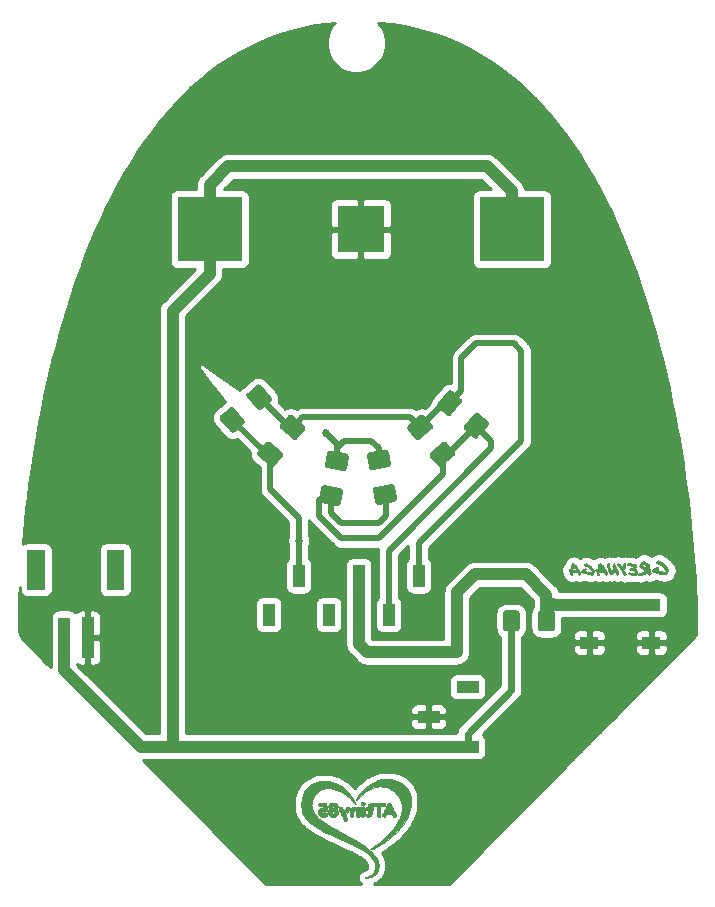
<source format=gbr>
G04 #@! TF.GenerationSoftware,KiCad,Pcbnew,5.1.5-52549c5~86~ubuntu18.04.1*
G04 #@! TF.CreationDate,2020-04-16T18:44:58-06:00*
G04 #@! TF.ProjectId,001,3030312e-6b69-4636-9164-5f7063625858,rev?*
G04 #@! TF.SameCoordinates,Original*
G04 #@! TF.FileFunction,Copper,L2,Bot*
G04 #@! TF.FilePolarity,Positive*
%FSLAX46Y46*%
G04 Gerber Fmt 4.6, Leading zero omitted, Abs format (unit mm)*
G04 Created by KiCad (PCBNEW 5.1.5-52549c5~86~ubuntu18.04.1) date 2020-04-16 18:44:58*
%MOMM*%
%LPD*%
G04 APERTURE LIST*
%ADD10C,0.100000*%
%ADD11C,0.010000*%
%ADD12R,4.000000X4.000000*%
%ADD13R,5.500000X5.500000*%
%ADD14R,1.000000X3.500000*%
%ADD15R,1.900000X1.000000*%
%ADD16R,1.000000X1.900000*%
%ADD17R,1.550000X1.000000*%
%ADD18C,0.685800*%
%ADD19C,0.609600*%
%ADD20C,1.000000*%
%ADD21C,0.500000*%
%ADD22C,0.254000*%
G04 APERTURE END LIST*
D10*
G36*
X172378623Y-110942496D02*
G01*
X172872839Y-110637681D01*
X172779819Y-110630781D01*
X172685079Y-110615280D01*
X172710919Y-110508483D01*
X172740199Y-110396516D01*
X172750539Y-110413746D01*
X172817719Y-110494707D01*
X172871119Y-110579117D01*
X172891789Y-110610127D01*
X172910739Y-110641137D01*
X172891789Y-110639437D01*
X172872839Y-110637737D01*
X172872839Y-110637681D01*
X172378623Y-110942496D01*
X172409633Y-111002786D01*
X172456143Y-111056186D01*
X172514713Y-111094086D01*
X172583613Y-111111316D01*
X172614623Y-111099256D01*
X172630123Y-111088926D01*
X172640463Y-111083726D01*
X172647363Y-111078526D01*
X172668033Y-111069926D01*
X172661133Y-111047536D01*
X172662833Y-111026866D01*
X172683503Y-111004476D01*
X172693843Y-110994135D01*
X172702443Y-110983806D01*
X172731723Y-110951076D01*
X172685213Y-110939016D01*
X172628363Y-110908006D01*
X172616303Y-110844266D01*
X172674873Y-110842566D01*
X172721383Y-110854626D01*
X172785113Y-110870126D01*
X172854013Y-110875326D01*
X172879853Y-110875326D01*
X172905693Y-110871926D01*
X172922913Y-110868526D01*
X172929813Y-110847856D01*
X172936713Y-110840956D01*
X172955663Y-110818566D01*
X172959063Y-110780666D01*
X172969393Y-110749655D01*
X172984893Y-110792716D01*
X172991793Y-110809946D01*
X173009023Y-110813346D01*
X173014223Y-110821946D01*
X173015923Y-110830546D01*
X173024523Y-110859826D01*
X173031423Y-110866726D01*
X173038323Y-110871926D01*
X173046923Y-110902936D01*
X173057263Y-110932216D01*
X173072763Y-110977006D01*
X173076163Y-111018346D01*
X173083063Y-111037296D01*
X173102013Y-111054526D01*
X173122683Y-111064856D01*
X173133023Y-111071756D01*
X173141623Y-111075156D01*
X173146823Y-111094106D01*
X173167493Y-111097506D01*
X173195053Y-111102706D01*
X173212283Y-111104406D01*
X173229513Y-111102706D01*
X173258793Y-111078586D01*
X173282913Y-111059636D01*
X173300133Y-111028626D01*
X173303533Y-111009675D01*
X173306933Y-110992446D01*
X173312133Y-110982116D01*
X173334523Y-110961446D01*
X173315573Y-110945946D01*
X173313873Y-110916666D01*
X173241523Y-110747857D01*
X173160563Y-110582492D01*
X173134723Y-110527372D01*
X173107163Y-110472251D01*
X173108863Y-110460191D01*
X173105463Y-110444691D01*
X173074453Y-110393011D01*
X173050333Y-110344781D01*
X173022773Y-110287941D01*
X172984873Y-110231102D01*
X172957313Y-110219041D01*
X172945253Y-110215641D01*
X172929753Y-110212241D01*
X172903913Y-110215641D01*
X172819513Y-110153631D01*
X172745443Y-110055441D01*
X172728213Y-110031331D01*
X172705823Y-110045111D01*
X172681703Y-110055441D01*
X172648973Y-110064041D01*
X172590403Y-110079541D01*
X172545613Y-110105381D01*
X172533553Y-110146721D01*
X172528353Y-110174281D01*
X172519753Y-110232851D01*
X172512853Y-110298311D01*
X172499073Y-110356881D01*
X172487013Y-110413721D01*
X172469783Y-110494682D01*
X172447393Y-110567032D01*
X172430163Y-110568732D01*
X172412943Y-110563532D01*
X172390553Y-110560132D01*
X172371603Y-110558432D01*
X172364703Y-110575662D01*
X172347473Y-110592892D01*
X172314743Y-110603232D01*
X172295793Y-110618732D01*
X172282013Y-110629072D01*
X172256173Y-110639402D01*
X172269953Y-110665242D01*
X172319903Y-110725532D01*
X172390523Y-110772042D01*
X172388823Y-110792712D01*
X172383623Y-110811662D01*
X172375023Y-110871952D01*
X172375023Y-110935682D01*
X172378623Y-110942496D01*
G37*
G36*
X173306924Y-110788824D02*
G01*
X173415445Y-110904235D01*
X173563584Y-110971415D01*
X173734116Y-111017925D01*
X173904649Y-111071325D01*
X173947709Y-111073025D01*
X173982159Y-111078225D01*
X174013169Y-111083425D01*
X174047619Y-111086825D01*
X174056219Y-111090225D01*
X174061419Y-111097125D01*
X174114819Y-111102325D01*
X174152719Y-111102325D01*
X174195779Y-111107525D01*
X174233679Y-111112725D01*
X174436940Y-111021425D01*
X174517900Y-110783713D01*
X174521300Y-110773383D01*
X174528200Y-110768183D01*
X174524800Y-110738903D01*
X174523100Y-110707893D01*
X174421470Y-110532193D01*
X174285389Y-110387498D01*
X174264719Y-110366828D01*
X174249219Y-110346158D01*
X174230269Y-110328928D01*
X174204429Y-110316868D01*
X174118299Y-110241078D01*
X174013224Y-110175618D01*
X173904704Y-110111888D01*
X173804794Y-110039538D01*
X173777234Y-110044738D01*
X173758284Y-110044738D01*
X173725554Y-110080908D01*
X173682494Y-110103298D01*
X173641154Y-110129138D01*
X173611874Y-110170478D01*
X173622214Y-110179078D01*
X173617014Y-110194578D01*
X173615314Y-110210078D01*
X173627374Y-110216978D01*
X173617044Y-110227318D01*
X173606704Y-110235918D01*
X173611904Y-110249698D01*
X173611904Y-110266928D01*
X173689424Y-110309988D01*
X173777274Y-110354778D01*
X173872014Y-110404728D01*
X173966754Y-110465018D01*
X174061494Y-110542539D01*
X174154514Y-110630389D01*
X174238924Y-110726849D01*
X174306104Y-110823309D01*
X174299204Y-110837089D01*
X174290604Y-110849149D01*
X174188974Y-110849149D01*
X174092514Y-110854349D01*
X174085614Y-110844009D01*
X174077014Y-110833669D01*
X173894424Y-110802659D01*
X173722169Y-110756149D01*
X173748009Y-110747549D01*
X173768679Y-110738949D01*
X173768679Y-110725169D01*
X173751449Y-110711389D01*
X173791069Y-110676939D01*
X173808299Y-110621819D01*
X173797969Y-110601149D01*
X173808299Y-110582199D01*
X173816899Y-110582199D01*
X173820299Y-110587399D01*
X173821999Y-110594299D01*
X173830599Y-110592599D01*
X173823699Y-110566759D01*
X173813359Y-110542649D01*
X173694504Y-110463408D01*
X173647994Y-110494419D01*
X173591154Y-110527149D01*
X173529144Y-110559879D01*
X173468854Y-110590889D01*
X173425794Y-110618449D01*
X173389624Y-110654619D01*
X173355174Y-110689069D01*
X173312114Y-110718349D01*
X173310414Y-110754519D01*
X173307014Y-110788969D01*
X173306924Y-110788824D01*
G37*
G36*
X174643622Y-110954189D02*
G01*
X175141438Y-110656188D01*
X175048418Y-110649288D01*
X174953678Y-110633788D01*
X174979518Y-110526990D01*
X175008798Y-110415023D01*
X175019128Y-110432253D01*
X175086308Y-110513214D01*
X175139708Y-110597624D01*
X175160378Y-110628634D01*
X175179328Y-110659644D01*
X175160378Y-110657944D01*
X175141428Y-110656244D01*
X175141438Y-110656188D01*
X174643622Y-110954189D01*
X174674632Y-111014479D01*
X174721142Y-111067879D01*
X174779712Y-111105779D01*
X174848612Y-111123009D01*
X174879622Y-111110949D01*
X174895122Y-111100619D01*
X174905462Y-111095419D01*
X174912362Y-111090219D01*
X174933032Y-111081619D01*
X174926132Y-111059229D01*
X174927832Y-111038559D01*
X174948502Y-111016169D01*
X174958842Y-111005829D01*
X174967442Y-110995498D01*
X174996722Y-110962769D01*
X174950212Y-110950709D01*
X174893362Y-110919699D01*
X174881302Y-110855959D01*
X174939872Y-110854259D01*
X174986382Y-110866319D01*
X175050112Y-110881819D01*
X175119012Y-110887019D01*
X175144852Y-110887019D01*
X175170692Y-110883619D01*
X175187912Y-110880219D01*
X175194812Y-110859549D01*
X175201712Y-110852649D01*
X175220662Y-110830259D01*
X175224062Y-110792359D01*
X175234392Y-110761349D01*
X175249892Y-110804409D01*
X175256792Y-110821639D01*
X175274022Y-110825039D01*
X175279222Y-110833639D01*
X175280922Y-110842239D01*
X175289522Y-110871519D01*
X175296422Y-110878419D01*
X175303322Y-110883619D01*
X175311922Y-110914629D01*
X175322262Y-110943909D01*
X175337762Y-110988699D01*
X175341162Y-111030039D01*
X175348062Y-111048989D01*
X175367012Y-111066219D01*
X175387682Y-111076549D01*
X175398022Y-111083449D01*
X175406622Y-111086849D01*
X175411822Y-111105799D01*
X175432492Y-111109199D01*
X175460052Y-111114399D01*
X175477282Y-111116099D01*
X175494512Y-111114399D01*
X175523792Y-111090279D01*
X175547912Y-111071329D01*
X175565132Y-111040319D01*
X175568532Y-111021369D01*
X175571932Y-111004139D01*
X175577132Y-110993809D01*
X175599522Y-110973139D01*
X175580572Y-110957639D01*
X175578872Y-110928359D01*
X175506522Y-110759550D01*
X175425562Y-110594185D01*
X175399722Y-110539065D01*
X175372162Y-110483944D01*
X175373862Y-110471884D01*
X175370462Y-110456384D01*
X175339452Y-110404704D01*
X175315332Y-110356474D01*
X175287772Y-110299634D01*
X175249872Y-110242794D01*
X175222312Y-110230735D01*
X175210252Y-110227334D01*
X175194752Y-110223934D01*
X175168912Y-110227334D01*
X175084512Y-110165324D01*
X175010442Y-110067134D01*
X174993212Y-110043024D01*
X174970822Y-110056804D01*
X174946702Y-110067134D01*
X174913972Y-110075734D01*
X174855402Y-110091234D01*
X174810612Y-110117074D01*
X174798552Y-110158414D01*
X174793352Y-110185974D01*
X174784752Y-110244544D01*
X174777852Y-110310004D01*
X174764072Y-110368574D01*
X174752012Y-110425414D01*
X174734792Y-110506375D01*
X174712402Y-110578725D01*
X174695172Y-110580425D01*
X174677952Y-110575225D01*
X174655562Y-110571825D01*
X174636612Y-110570125D01*
X174629712Y-110587355D01*
X174612482Y-110604585D01*
X174579752Y-110614925D01*
X174560802Y-110630425D01*
X174547022Y-110640765D01*
X174521182Y-110651095D01*
X174534962Y-110676935D01*
X174584912Y-110737225D01*
X174655532Y-110783735D01*
X174653832Y-110804405D01*
X174648632Y-110823355D01*
X174640032Y-110883645D01*
X174640032Y-110947375D01*
X174643622Y-110954189D01*
G37*
G36*
X176197360Y-110785379D02*
G01*
X176219750Y-110804329D01*
X176233530Y-110833609D01*
X176245590Y-110862889D01*
X176262820Y-110874949D01*
X176273150Y-110899069D01*
X176286930Y-110921459D01*
X176297260Y-110945579D01*
X176293860Y-110974859D01*
X176311080Y-111004139D01*
X176319680Y-111040309D01*
X176333460Y-111069589D01*
X176371360Y-111079929D01*
X176373060Y-111088529D01*
X176367860Y-111100589D01*
X176397140Y-111102289D01*
X176419530Y-111110889D01*
X176474650Y-111074719D01*
X176512550Y-111017879D01*
X176541830Y-110952419D01*
X176565950Y-110895579D01*
X176564250Y-110859409D01*
X176576310Y-110828399D01*
X176554970Y-110783239D01*
X176533140Y-110737319D01*
X176510830Y-110690649D01*
X176488030Y-110643229D01*
X176464750Y-110595049D01*
X176440980Y-110546119D01*
X176416730Y-110496429D01*
X176391990Y-110445988D01*
X176367170Y-110395248D01*
X176342680Y-110344678D01*
X176318510Y-110294268D01*
X176294660Y-110244018D01*
X176271140Y-110193928D01*
X176247940Y-110143998D01*
X176225060Y-110094228D01*
X176202510Y-110044628D01*
X176125000Y-110080798D01*
X176054380Y-110125588D01*
X175999260Y-110185878D01*
X175969980Y-110259948D01*
X175978580Y-110268548D01*
X175985480Y-110270248D01*
X175978580Y-110282308D01*
X175978580Y-110289208D01*
X175978580Y-110299548D01*
X175973380Y-110315048D01*
X175983710Y-110316748D01*
X175994050Y-110316748D01*
X175990650Y-110347758D01*
X175997550Y-110370148D01*
X176006150Y-110390818D01*
X176004450Y-110418378D01*
X176013050Y-110421778D01*
X176016450Y-110426979D01*
X176021650Y-110432178D01*
X176028550Y-110432178D01*
X176025150Y-110507969D01*
X176028550Y-110585479D01*
X176026850Y-110666439D01*
X176014790Y-110752569D01*
X175916610Y-110659549D01*
X175856320Y-110532080D01*
X175820150Y-110380495D01*
X175794310Y-110215130D01*
X175770190Y-110177230D01*
X175754690Y-110130720D01*
X175740910Y-110080770D01*
X175723680Y-110034260D01*
X175680620Y-110051490D01*
X175646170Y-110079050D01*
X175613440Y-110106610D01*
X175570380Y-110122110D01*
X175532480Y-110178950D01*
X175510090Y-110237520D01*
X175523870Y-110268530D01*
X175532470Y-110302980D01*
X175546250Y-110335710D01*
X175570370Y-110359830D01*
X175584150Y-110442510D01*
X175599650Y-110514861D01*
X175611710Y-110590651D01*
X175615110Y-110675051D01*
X175644390Y-110759451D01*
X175668510Y-110840411D01*
X175711570Y-110893811D01*
X175744300Y-110955821D01*
X175752900Y-110959221D01*
X175764960Y-110954021D01*
X175764960Y-110964361D01*
X175770160Y-110971261D01*
X175773560Y-110978161D01*
X175770160Y-110991941D01*
X175813220Y-111021221D01*
X175854560Y-111055671D01*
X175906240Y-111076341D01*
X175983750Y-111064281D01*
X176109496Y-110945425D01*
X176197346Y-110785228D01*
X176197360Y-110785379D01*
G37*
G36*
X176705512Y-110647575D02*
G01*
X176726182Y-110673415D01*
X176743412Y-110702695D01*
X176762362Y-110738865D01*
X176788202Y-110769875D01*
X176805432Y-110811215D01*
X176832992Y-110843945D01*
X176913952Y-110993807D01*
X176924292Y-111024817D01*
X176939792Y-111052377D01*
X176946692Y-111064437D01*
X176951892Y-111073037D01*
X176955292Y-111090267D01*
X176974242Y-111114387D01*
X176993192Y-111133337D01*
X177005252Y-111147117D01*
X177031092Y-111157447D01*
X177184398Y-111023089D01*
X177182698Y-111005859D01*
X177177498Y-110988639D01*
X177170598Y-110967969D01*
X177155098Y-110919739D01*
X177125818Y-110876679D01*
X177110318Y-110838779D01*
X177068978Y-110757819D01*
X177031078Y-110692359D01*
X177008688Y-110654459D01*
X177050028Y-110604509D01*
X177089648Y-110521829D01*
X177113768Y-110451208D01*
X177118968Y-110413308D01*
X177125868Y-110380578D01*
X177134468Y-110342678D01*
X177137868Y-110303058D01*
X177148198Y-110278938D01*
X177144798Y-110261708D01*
X177143098Y-110230698D01*
X177151698Y-110189358D01*
X177160298Y-110151458D01*
X177161998Y-110110118D01*
X177151658Y-110072218D01*
X177118928Y-110039488D01*
X177089648Y-110037788D01*
X177060368Y-110055018D01*
X177031088Y-110070518D01*
X176994918Y-110087748D01*
X176958748Y-110110138D01*
X176946688Y-110134258D01*
X176924298Y-110153208D01*
X176924298Y-110172158D01*
X176922598Y-110191108D01*
X176915698Y-110218668D01*
X176908798Y-110239339D01*
X176903598Y-110285848D01*
X176893268Y-110325468D01*
X176882938Y-110365088D01*
X176881238Y-110409878D01*
X176864008Y-110397818D01*
X176857108Y-110392618D01*
X176850208Y-110387418D01*
X176748578Y-110249614D01*
X176751978Y-110232384D01*
X176715808Y-110197934D01*
X176689968Y-110172094D01*
X176667578Y-110146254D01*
X176648628Y-110132474D01*
X176491876Y-110025676D01*
X176467756Y-110022276D01*
X176460856Y-110044666D01*
X176433296Y-110079116D01*
X176386786Y-110108396D01*
X176371286Y-110118736D01*
X176362686Y-110144576D01*
X176364386Y-110160076D01*
X176357486Y-110177306D01*
X176391936Y-110237596D01*
X176429836Y-110272046D01*
X176459116Y-110297886D01*
X176478066Y-110325446D01*
X176490126Y-110339226D01*
X176536636Y-110394346D01*
X176541836Y-110415016D01*
X176562506Y-110415016D01*
X176571106Y-110421916D01*
X176588336Y-110451196D01*
X176605556Y-110473586D01*
X176614156Y-110482187D01*
X176619356Y-110495967D01*
X176624556Y-110509747D01*
X176652116Y-110544197D01*
X176664176Y-110568317D01*
X176677956Y-110595877D01*
X176696906Y-110621717D01*
X176705512Y-110647575D01*
G37*
G36*
X177215386Y-110129087D02*
G01*
X177215386Y-110148037D01*
X177217086Y-110158367D01*
X177217086Y-110170427D01*
X177213686Y-110187657D01*
X177298096Y-110268617D01*
X177399726Y-110299627D01*
X177513414Y-110318577D01*
X177627102Y-110363367D01*
X177668442Y-110363367D01*
X177720122Y-110368567D01*
X177745962Y-110384067D01*
X177776972Y-110392667D01*
X177771772Y-110425398D01*
X177766572Y-110451237D01*
X177633935Y-110449537D01*
X177489241Y-110440937D01*
X177490941Y-110452997D01*
X177492641Y-110461597D01*
X177468521Y-110483987D01*
X177444401Y-110508108D01*
X177420281Y-110528778D01*
X177389271Y-110533978D01*
X177380671Y-110564988D01*
X177384071Y-110597718D01*
X177439191Y-110637338D01*
X177497761Y-110671788D01*
X177561491Y-110697628D01*
X177635561Y-110704528D01*
X177649341Y-110704528D01*
X177659681Y-110699328D01*
X177699301Y-110704528D01*
X177737201Y-110709728D01*
X177783711Y-110702828D01*
X177830221Y-110695928D01*
X177880171Y-110773438D01*
X177919791Y-110861288D01*
X177823331Y-110868188D01*
X177749261Y-110862988D01*
X177678641Y-110854388D01*
X177587341Y-110850988D01*
X177506381Y-110826868D01*
X177418531Y-110806198D01*
X177394411Y-110825148D01*
X177375461Y-110849268D01*
X177354791Y-110868218D01*
X177328951Y-110875118D01*
X177320351Y-110892348D01*
X177315151Y-110909568D01*
X177309951Y-110925068D01*
X177294451Y-110928468D01*
X177354741Y-111016318D01*
X177430531Y-111061108D01*
X177526991Y-111085218D01*
X177642402Y-111105888D01*
X177668242Y-111104188D01*
X177692362Y-111100788D01*
X177787102Y-111116288D01*
X177899068Y-111121488D01*
X178007588Y-111105988D01*
X178091988Y-111061198D01*
X178110938Y-111033638D01*
X178133328Y-111007798D01*
X178140228Y-110957848D01*
X178150558Y-110901008D01*
X178159158Y-110840718D01*
X178155758Y-110787318D01*
X178135088Y-110740808D01*
X178123028Y-110696018D01*
X178112688Y-110687418D01*
X178098908Y-110680518D01*
X178076518Y-110621948D01*
X178052398Y-110568548D01*
X178026558Y-110516868D01*
X178000718Y-110456577D01*
X178036888Y-110408347D01*
X178052388Y-110354947D01*
X178060988Y-110299827D01*
X178073048Y-110241257D01*
X178031708Y-110199917D01*
X177976588Y-110172357D01*
X177912848Y-110155127D01*
X177840498Y-110139627D01*
X177718197Y-110105177D01*
X177611399Y-110086227D01*
X177501156Y-110070727D01*
X177371965Y-110050057D01*
X177342685Y-110065557D01*
X177327185Y-110056957D01*
X177318585Y-110046627D01*
X177275525Y-110096577D01*
X177215235Y-110129307D01*
X177215386Y-110129087D01*
G37*
G36*
X179268664Y-110950743D02*
G01*
X178845093Y-110341105D01*
X178874373Y-110420345D01*
X178722789Y-110380725D01*
X178572927Y-110318715D01*
X178617717Y-110217085D01*
X178693507Y-110163685D01*
X178693513Y-110163685D01*
X178743463Y-110223975D01*
X178798583Y-110279095D01*
X178845093Y-110341105D01*
X179268664Y-110950743D01*
X179284164Y-110938683D01*
X179299664Y-110909403D01*
X179280714Y-110909403D01*
X179287614Y-110840503D01*
X179272114Y-110778493D01*
X179258334Y-110719923D01*
X179263534Y-110659633D01*
X179251474Y-110656233D01*
X179244574Y-110632113D01*
X179242874Y-110601103D01*
X179244574Y-110573543D01*
X179210124Y-110463299D01*
X179186004Y-110351334D01*
X179163614Y-110242813D01*
X179129164Y-110142903D01*
X179079214Y-110149803D01*
X179043044Y-110172193D01*
X178948304Y-110072283D01*
X178865624Y-109958595D01*
X178769164Y-109858685D01*
X178636527Y-109807005D01*
X178543507Y-109870735D01*
X178459097Y-109953415D01*
X178433257Y-109972365D01*
X178405697Y-109989595D01*
X178405697Y-110015435D01*
X178366077Y-110068835D01*
X178336797Y-110132565D01*
X178310957Y-110199745D01*
X178283397Y-110263475D01*
X178286797Y-110282425D01*
X178283397Y-110297925D01*
X178278197Y-110315145D01*
X178276497Y-110337535D01*
X178336787Y-110485674D01*
X178464256Y-110576975D01*
X178622730Y-110637265D01*
X178776037Y-110690665D01*
X178769137Y-110697565D01*
X178763937Y-110707895D01*
X178684697Y-110757845D01*
X178631297Y-110790575D01*
X178576177Y-110811245D01*
X178491767Y-110831915D01*
X178409087Y-110852585D01*
X178353967Y-110864645D01*
X178302287Y-110871545D01*
X178228217Y-110880145D01*
X178197207Y-110924935D01*
X178179977Y-110976615D01*
X178178277Y-111026565D01*
X178192057Y-111062735D01*
X178183457Y-111069635D01*
X178166237Y-111069635D01*
X178186907Y-111090305D01*
X178204137Y-111114425D01*
X178224807Y-111136815D01*
X178252367Y-111148875D01*
X178410842Y-111150575D01*
X178657166Y-111071335D01*
X178777744Y-111021385D01*
X178858704Y-110978325D01*
X178922434Y-110931815D01*
X178989614Y-110871525D01*
X178996514Y-110878425D01*
X179001714Y-110885325D01*
X179029274Y-110997289D01*
X179080954Y-111085140D01*
X179118854Y-111090340D01*
X179141244Y-111109290D01*
X179167084Y-111107590D01*
X179182584Y-111098990D01*
X179198084Y-111088650D01*
X179225644Y-111085250D01*
X179235984Y-111055970D01*
X179263544Y-111042190D01*
X179260144Y-111016350D01*
X179265344Y-110995679D01*
X179272244Y-110975010D01*
X179268844Y-110950890D01*
X179268664Y-110950743D01*
G37*
G36*
X180803799Y-110682371D02*
G01*
X180798599Y-110647921D01*
X180796899Y-110608301D01*
X180676320Y-110398149D01*
X180512678Y-110225894D01*
X180488568Y-110201774D01*
X180469618Y-110175934D01*
X180447228Y-110155264D01*
X180416218Y-110141484D01*
X180312866Y-110050184D01*
X180187120Y-109970944D01*
X180056206Y-109893434D01*
X179935628Y-109807304D01*
X179906348Y-109815904D01*
X179882228Y-109814204D01*
X179842608Y-109860714D01*
X179790928Y-109886554D01*
X179740978Y-109917564D01*
X179704808Y-109965794D01*
X179716868Y-109974394D01*
X179711668Y-109993344D01*
X179708268Y-110012294D01*
X179723768Y-110020894D01*
X179711708Y-110032954D01*
X179699648Y-110045014D01*
X179704848Y-110062234D01*
X179704848Y-110081184D01*
X179797868Y-110134584D01*
X179904666Y-110186264D01*
X180018354Y-110246554D01*
X180132042Y-110318904D01*
X180247453Y-110410204D01*
X180357696Y-110517003D01*
X180457606Y-110632414D01*
X180536846Y-110747825D01*
X180528246Y-110763325D01*
X180517916Y-110778825D01*
X180395615Y-110778825D01*
X180281927Y-110785725D01*
X180273327Y-110771945D01*
X180262987Y-110759885D01*
X180044223Y-110721985D01*
X179837517Y-110666865D01*
X179892637Y-110647915D01*
X179892637Y-110630685D01*
X179873687Y-110613465D01*
X179920197Y-110572125D01*
X179940867Y-110504945D01*
X179928807Y-110480834D01*
X179940867Y-110458444D01*
X179951207Y-110458444D01*
X179954607Y-110465344D01*
X179958007Y-110472244D01*
X179966607Y-110472244D01*
X179958007Y-110441234D01*
X179947667Y-110411954D01*
X179804696Y-110317214D01*
X179749576Y-110353384D01*
X179680676Y-110391284D01*
X179606606Y-110430904D01*
X179535986Y-110468804D01*
X179482586Y-110503255D01*
X179439526Y-110544595D01*
X179398186Y-110585935D01*
X179348236Y-110620384D01*
X179344836Y-110665175D01*
X179341436Y-110706515D01*
X179420676Y-110806425D01*
X179525751Y-110875325D01*
X179648052Y-110925275D01*
X179782411Y-110963175D01*
X179921937Y-111001075D01*
X180058018Y-111045865D01*
X180107968Y-111047565D01*
X180147588Y-111052765D01*
X180185488Y-111059665D01*
X180226828Y-111064865D01*
X180238888Y-111068265D01*
X180245788Y-111076865D01*
X180307798Y-111082065D01*
X180354308Y-111082065D01*
X180404258Y-111088965D01*
X180452488Y-111094165D01*
X180695367Y-110983922D01*
X180791827Y-110699701D01*
X180795227Y-110689371D01*
X180803827Y-110682471D01*
X180803799Y-110682371D01*
G37*
D11*
G36*
X151760073Y-128516543D02*
G01*
X151870255Y-128518663D01*
X151956650Y-128523171D01*
X152028530Y-128530949D01*
X152095166Y-128542879D01*
X152165829Y-128559842D01*
X152213533Y-128572670D01*
X152539285Y-128683894D01*
X152849099Y-128833287D01*
X153140755Y-129018969D01*
X153412037Y-129239062D01*
X153660727Y-129491685D01*
X153884607Y-129774960D01*
X154081459Y-130087008D01*
X154148448Y-130212218D01*
X154204382Y-130329076D01*
X154235848Y-130411686D01*
X154243389Y-130459957D01*
X154227550Y-130473793D01*
X154188875Y-130453102D01*
X154127909Y-130397789D01*
X154045195Y-130307763D01*
X153987654Y-130239826D01*
X153733699Y-129959528D01*
X153467470Y-129716997D01*
X153190240Y-129513074D01*
X152903286Y-129348599D01*
X152607882Y-129224413D01*
X152327887Y-129146068D01*
X152197232Y-129125835D01*
X152046554Y-129114765D01*
X151889849Y-129112870D01*
X151741109Y-129120163D01*
X151614329Y-129136656D01*
X151574500Y-129145420D01*
X151381268Y-129208339D01*
X151210695Y-129294965D01*
X151051485Y-129411900D01*
X150939500Y-129516589D01*
X150816909Y-129652686D01*
X150719997Y-129790154D01*
X150641504Y-129941473D01*
X150574167Y-130119126D01*
X150556411Y-130175000D01*
X150519152Y-130348619D01*
X150507589Y-130533039D01*
X150521789Y-130712640D01*
X150553471Y-130847723D01*
X150632184Y-131033236D01*
X150748550Y-131221428D01*
X150903236Y-131412963D01*
X151096912Y-131608506D01*
X151330247Y-131808722D01*
X151603910Y-132014275D01*
X151918570Y-132225831D01*
X151979349Y-132264434D01*
X152143634Y-132365356D01*
X152335567Y-132478465D01*
X152557224Y-132604927D01*
X152810680Y-132745909D01*
X153098009Y-132902577D01*
X153421288Y-133076098D01*
X153458334Y-133095839D01*
X153690936Y-133220015D01*
X153890282Y-133327213D01*
X154060709Y-133419915D01*
X154206556Y-133500603D01*
X154332160Y-133571760D01*
X154441861Y-133635869D01*
X154539995Y-133695412D01*
X154630902Y-133752872D01*
X154718919Y-133810731D01*
X154781250Y-133852878D01*
X155097956Y-134080641D01*
X155373220Y-134303276D01*
X155607557Y-134521293D01*
X155801481Y-134735203D01*
X155955506Y-134945517D01*
X156052972Y-135116818D01*
X156123683Y-135279827D01*
X156166677Y-135432325D01*
X156186128Y-135591637D01*
X156188331Y-135678334D01*
X156174876Y-135877757D01*
X156132827Y-136050771D01*
X156059662Y-136204318D01*
X155952855Y-136345342D01*
X155941370Y-136357803D01*
X155787685Y-136494272D01*
X155615519Y-136597364D01*
X155431027Y-136664304D01*
X155240362Y-136692316D01*
X155198329Y-136692980D01*
X155117653Y-136691873D01*
X155074088Y-136689146D01*
X155062412Y-136683175D01*
X155077403Y-136672336D01*
X155098750Y-136662015D01*
X155148519Y-136640038D01*
X155223268Y-136608444D01*
X155308646Y-136573279D01*
X155327792Y-136565519D01*
X155513662Y-136477235D01*
X155660033Y-136377282D01*
X155768766Y-136263020D01*
X155841721Y-136131813D01*
X155880758Y-135981022D01*
X155887737Y-135808010D01*
X155885734Y-135774330D01*
X155847911Y-135543097D01*
X155769479Y-135316101D01*
X155652154Y-135096824D01*
X155497654Y-134888750D01*
X155393882Y-134776765D01*
X155305132Y-134691940D01*
X155210458Y-134609887D01*
X155107005Y-134529018D01*
X154991918Y-134447743D01*
X154862342Y-134364475D01*
X154715422Y-134277625D01*
X154548303Y-134185604D01*
X154358129Y-134086824D01*
X154142047Y-133979696D01*
X153897200Y-133862632D01*
X153620733Y-133734043D01*
X153309792Y-133592340D01*
X153076157Y-133487214D01*
X152751342Y-133340869D01*
X152461882Y-133208671D01*
X152203941Y-133088756D01*
X151973686Y-132979262D01*
X151767280Y-132878327D01*
X151580890Y-132784090D01*
X151410680Y-132694686D01*
X151252815Y-132608255D01*
X151172164Y-132562628D01*
X150875459Y-132384969D01*
X150617593Y-132213004D01*
X150395905Y-132044081D01*
X150207730Y-131875547D01*
X150050406Y-131704750D01*
X149921270Y-131529036D01*
X149817659Y-131345754D01*
X149736911Y-131152250D01*
X149726829Y-131122847D01*
X149703923Y-131052761D01*
X149687065Y-130994000D01*
X149675310Y-130938065D01*
X149667715Y-130876454D01*
X149663334Y-130800670D01*
X149661223Y-130702213D01*
X149660438Y-130572582D01*
X149660315Y-130524250D01*
X149662635Y-130325824D01*
X149671902Y-130159554D01*
X149690098Y-130015555D01*
X149719207Y-129883941D01*
X149761213Y-129754826D01*
X149818096Y-129618326D01*
X149859879Y-129529417D01*
X149992739Y-129296510D01*
X150151292Y-129095361D01*
X150338842Y-128922660D01*
X150558693Y-128775098D01*
X150674917Y-128713091D01*
X150813494Y-128647416D01*
X150935983Y-128597754D01*
X151052429Y-128562001D01*
X151172874Y-128538055D01*
X151307361Y-128523815D01*
X151465934Y-128517179D01*
X151616834Y-128515931D01*
X151760073Y-128516543D01*
G37*
X151760073Y-128516543D02*
X151870255Y-128518663D01*
X151956650Y-128523171D01*
X152028530Y-128530949D01*
X152095166Y-128542879D01*
X152165829Y-128559842D01*
X152213533Y-128572670D01*
X152539285Y-128683894D01*
X152849099Y-128833287D01*
X153140755Y-129018969D01*
X153412037Y-129239062D01*
X153660727Y-129491685D01*
X153884607Y-129774960D01*
X154081459Y-130087008D01*
X154148448Y-130212218D01*
X154204382Y-130329076D01*
X154235848Y-130411686D01*
X154243389Y-130459957D01*
X154227550Y-130473793D01*
X154188875Y-130453102D01*
X154127909Y-130397789D01*
X154045195Y-130307763D01*
X153987654Y-130239826D01*
X153733699Y-129959528D01*
X153467470Y-129716997D01*
X153190240Y-129513074D01*
X152903286Y-129348599D01*
X152607882Y-129224413D01*
X152327887Y-129146068D01*
X152197232Y-129125835D01*
X152046554Y-129114765D01*
X151889849Y-129112870D01*
X151741109Y-129120163D01*
X151614329Y-129136656D01*
X151574500Y-129145420D01*
X151381268Y-129208339D01*
X151210695Y-129294965D01*
X151051485Y-129411900D01*
X150939500Y-129516589D01*
X150816909Y-129652686D01*
X150719997Y-129790154D01*
X150641504Y-129941473D01*
X150574167Y-130119126D01*
X150556411Y-130175000D01*
X150519152Y-130348619D01*
X150507589Y-130533039D01*
X150521789Y-130712640D01*
X150553471Y-130847723D01*
X150632184Y-131033236D01*
X150748550Y-131221428D01*
X150903236Y-131412963D01*
X151096912Y-131608506D01*
X151330247Y-131808722D01*
X151603910Y-132014275D01*
X151918570Y-132225831D01*
X151979349Y-132264434D01*
X152143634Y-132365356D01*
X152335567Y-132478465D01*
X152557224Y-132604927D01*
X152810680Y-132745909D01*
X153098009Y-132902577D01*
X153421288Y-133076098D01*
X153458334Y-133095839D01*
X153690936Y-133220015D01*
X153890282Y-133327213D01*
X154060709Y-133419915D01*
X154206556Y-133500603D01*
X154332160Y-133571760D01*
X154441861Y-133635869D01*
X154539995Y-133695412D01*
X154630902Y-133752872D01*
X154718919Y-133810731D01*
X154781250Y-133852878D01*
X155097956Y-134080641D01*
X155373220Y-134303276D01*
X155607557Y-134521293D01*
X155801481Y-134735203D01*
X155955506Y-134945517D01*
X156052972Y-135116818D01*
X156123683Y-135279827D01*
X156166677Y-135432325D01*
X156186128Y-135591637D01*
X156188331Y-135678334D01*
X156174876Y-135877757D01*
X156132827Y-136050771D01*
X156059662Y-136204318D01*
X155952855Y-136345342D01*
X155941370Y-136357803D01*
X155787685Y-136494272D01*
X155615519Y-136597364D01*
X155431027Y-136664304D01*
X155240362Y-136692316D01*
X155198329Y-136692980D01*
X155117653Y-136691873D01*
X155074088Y-136689146D01*
X155062412Y-136683175D01*
X155077403Y-136672336D01*
X155098750Y-136662015D01*
X155148519Y-136640038D01*
X155223268Y-136608444D01*
X155308646Y-136573279D01*
X155327792Y-136565519D01*
X155513662Y-136477235D01*
X155660033Y-136377282D01*
X155768766Y-136263020D01*
X155841721Y-136131813D01*
X155880758Y-135981022D01*
X155887737Y-135808010D01*
X155885734Y-135774330D01*
X155847911Y-135543097D01*
X155769479Y-135316101D01*
X155652154Y-135096824D01*
X155497654Y-134888750D01*
X155393882Y-134776765D01*
X155305132Y-134691940D01*
X155210458Y-134609887D01*
X155107005Y-134529018D01*
X154991918Y-134447743D01*
X154862342Y-134364475D01*
X154715422Y-134277625D01*
X154548303Y-134185604D01*
X154358129Y-134086824D01*
X154142047Y-133979696D01*
X153897200Y-133862632D01*
X153620733Y-133734043D01*
X153309792Y-133592340D01*
X153076157Y-133487214D01*
X152751342Y-133340869D01*
X152461882Y-133208671D01*
X152203941Y-133088756D01*
X151973686Y-132979262D01*
X151767280Y-132878327D01*
X151580890Y-132784090D01*
X151410680Y-132694686D01*
X151252815Y-132608255D01*
X151172164Y-132562628D01*
X150875459Y-132384969D01*
X150617593Y-132213004D01*
X150395905Y-132044081D01*
X150207730Y-131875547D01*
X150050406Y-131704750D01*
X149921270Y-131529036D01*
X149817659Y-131345754D01*
X149736911Y-131152250D01*
X149726829Y-131122847D01*
X149703923Y-131052761D01*
X149687065Y-130994000D01*
X149675310Y-130938065D01*
X149667715Y-130876454D01*
X149663334Y-130800670D01*
X149661223Y-130702213D01*
X149660438Y-130572582D01*
X149660315Y-130524250D01*
X149662635Y-130325824D01*
X149671902Y-130159554D01*
X149690098Y-130015555D01*
X149719207Y-129883941D01*
X149761213Y-129754826D01*
X149818096Y-129618326D01*
X149859879Y-129529417D01*
X149992739Y-129296510D01*
X150151292Y-129095361D01*
X150338842Y-128922660D01*
X150558693Y-128775098D01*
X150674917Y-128713091D01*
X150813494Y-128647416D01*
X150935983Y-128597754D01*
X151052429Y-128562001D01*
X151172874Y-128538055D01*
X151307361Y-128523815D01*
X151465934Y-128517179D01*
X151616834Y-128515931D01*
X151760073Y-128516543D01*
G36*
X157146285Y-128347291D02*
G01*
X157200986Y-128352531D01*
X157506856Y-128401993D01*
X157784907Y-128482455D01*
X158034665Y-128593621D01*
X158255659Y-128735192D01*
X158447416Y-128906870D01*
X158609462Y-129108359D01*
X158729603Y-129315128D01*
X158795008Y-129455282D01*
X158844149Y-129581341D01*
X158879173Y-129703631D01*
X158902228Y-129832480D01*
X158915461Y-129978217D01*
X158921020Y-130151169D01*
X158921587Y-130238500D01*
X158919687Y-130421165D01*
X158913265Y-130568837D01*
X158901863Y-130688659D01*
X158887036Y-130778250D01*
X158791319Y-131139236D01*
X158654616Y-131495660D01*
X158478202Y-131845472D01*
X158263349Y-132186620D01*
X158011331Y-132517055D01*
X157723422Y-132834724D01*
X157447301Y-133096842D01*
X157255512Y-133260310D01*
X157044204Y-133428792D01*
X156825624Y-133593063D01*
X156612022Y-133743899D01*
X156428952Y-133863798D01*
X156287736Y-133948977D01*
X156144974Y-134029592D01*
X156005295Y-134103559D01*
X155873324Y-134168794D01*
X155753688Y-134223211D01*
X155651014Y-134264726D01*
X155569929Y-134291256D01*
X155515059Y-134300714D01*
X155491031Y-134291017D01*
X155490334Y-134286677D01*
X155496648Y-134273167D01*
X155517843Y-134250935D01*
X155557290Y-134217341D01*
X155618364Y-134169747D01*
X155704438Y-134105513D01*
X155818888Y-134022000D01*
X155945417Y-133930708D01*
X156196605Y-133744784D01*
X156421726Y-133566087D01*
X156633222Y-133384261D01*
X156843537Y-133188954D01*
X156884779Y-133149089D01*
X157189417Y-132834114D01*
X157452630Y-132521900D01*
X157674315Y-132212641D01*
X157854366Y-131906533D01*
X157992680Y-131603771D01*
X158089151Y-131304550D01*
X158143675Y-131009066D01*
X158157021Y-130773851D01*
X158138571Y-130508702D01*
X158083232Y-130260314D01*
X157989889Y-130026226D01*
X157857430Y-129803975D01*
X157684742Y-129591101D01*
X157569216Y-129474280D01*
X157348703Y-129292018D01*
X157114278Y-129149267D01*
X156867920Y-129046299D01*
X156611611Y-128983389D01*
X156347332Y-128960811D01*
X156077063Y-128978837D01*
X155802785Y-129037742D01*
X155526480Y-129137800D01*
X155436011Y-129179498D01*
X155259171Y-129274013D01*
X155090021Y-129383387D01*
X154922657Y-129512425D01*
X154751172Y-129665935D01*
X154569660Y-129848721D01*
X154437813Y-129991833D01*
X154378723Y-130053790D01*
X154328561Y-130099446D01*
X154294660Y-130122452D01*
X154285924Y-130123375D01*
X154276301Y-130094093D01*
X154292478Y-130038300D01*
X154331297Y-129960369D01*
X154389605Y-129864671D01*
X154464245Y-129755579D01*
X154552062Y-129637466D01*
X154649901Y-129514704D01*
X154754606Y-129391664D01*
X154863022Y-129272720D01*
X154971993Y-129162244D01*
X154996432Y-129138844D01*
X155268013Y-128908311D01*
X155554616Y-128715798D01*
X155854336Y-128561982D01*
X156165267Y-128447545D01*
X156485506Y-128373164D01*
X156813147Y-128339520D01*
X157146285Y-128347291D01*
G37*
X157146285Y-128347291D02*
X157200986Y-128352531D01*
X157506856Y-128401993D01*
X157784907Y-128482455D01*
X158034665Y-128593621D01*
X158255659Y-128735192D01*
X158447416Y-128906870D01*
X158609462Y-129108359D01*
X158729603Y-129315128D01*
X158795008Y-129455282D01*
X158844149Y-129581341D01*
X158879173Y-129703631D01*
X158902228Y-129832480D01*
X158915461Y-129978217D01*
X158921020Y-130151169D01*
X158921587Y-130238500D01*
X158919687Y-130421165D01*
X158913265Y-130568837D01*
X158901863Y-130688659D01*
X158887036Y-130778250D01*
X158791319Y-131139236D01*
X158654616Y-131495660D01*
X158478202Y-131845472D01*
X158263349Y-132186620D01*
X158011331Y-132517055D01*
X157723422Y-132834724D01*
X157447301Y-133096842D01*
X157255512Y-133260310D01*
X157044204Y-133428792D01*
X156825624Y-133593063D01*
X156612022Y-133743899D01*
X156428952Y-133863798D01*
X156287736Y-133948977D01*
X156144974Y-134029592D01*
X156005295Y-134103559D01*
X155873324Y-134168794D01*
X155753688Y-134223211D01*
X155651014Y-134264726D01*
X155569929Y-134291256D01*
X155515059Y-134300714D01*
X155491031Y-134291017D01*
X155490334Y-134286677D01*
X155496648Y-134273167D01*
X155517843Y-134250935D01*
X155557290Y-134217341D01*
X155618364Y-134169747D01*
X155704438Y-134105513D01*
X155818888Y-134022000D01*
X155945417Y-133930708D01*
X156196605Y-133744784D01*
X156421726Y-133566087D01*
X156633222Y-133384261D01*
X156843537Y-133188954D01*
X156884779Y-133149089D01*
X157189417Y-132834114D01*
X157452630Y-132521900D01*
X157674315Y-132212641D01*
X157854366Y-131906533D01*
X157992680Y-131603771D01*
X158089151Y-131304550D01*
X158143675Y-131009066D01*
X158157021Y-130773851D01*
X158138571Y-130508702D01*
X158083232Y-130260314D01*
X157989889Y-130026226D01*
X157857430Y-129803975D01*
X157684742Y-129591101D01*
X157569216Y-129474280D01*
X157348703Y-129292018D01*
X157114278Y-129149267D01*
X156867920Y-129046299D01*
X156611611Y-128983389D01*
X156347332Y-128960811D01*
X156077063Y-128978837D01*
X155802785Y-129037742D01*
X155526480Y-129137800D01*
X155436011Y-129179498D01*
X155259171Y-129274013D01*
X155090021Y-129383387D01*
X154922657Y-129512425D01*
X154751172Y-129665935D01*
X154569660Y-129848721D01*
X154437813Y-129991833D01*
X154378723Y-130053790D01*
X154328561Y-130099446D01*
X154294660Y-130122452D01*
X154285924Y-130123375D01*
X154276301Y-130094093D01*
X154292478Y-130038300D01*
X154331297Y-129960369D01*
X154389605Y-129864671D01*
X154464245Y-129755579D01*
X154552062Y-129637466D01*
X154649901Y-129514704D01*
X154754606Y-129391664D01*
X154863022Y-129272720D01*
X154971993Y-129162244D01*
X154996432Y-129138844D01*
X155268013Y-128908311D01*
X155554616Y-128715798D01*
X155854336Y-128561982D01*
X156165267Y-128447545D01*
X156485506Y-128373164D01*
X156813147Y-128339520D01*
X157146285Y-128347291D01*
G36*
X153602794Y-130674380D02*
G01*
X153667590Y-130706049D01*
X153713037Y-130747888D01*
X153722589Y-130766635D01*
X153727359Y-130785330D01*
X153727198Y-130805192D01*
X153719426Y-130831830D01*
X153701362Y-130870849D01*
X153670327Y-130927856D01*
X153623640Y-131008456D01*
X153558620Y-131118257D01*
X153537505Y-131153752D01*
X153389633Y-131402254D01*
X153467034Y-131582428D01*
X153507099Y-131683311D01*
X153525809Y-131755105D01*
X153522958Y-131805390D01*
X153498336Y-131841748D01*
X153459240Y-131867848D01*
X153401858Y-131885633D01*
X153338526Y-131887670D01*
X153287735Y-131874438D01*
X153273425Y-131863042D01*
X153256577Y-131833216D01*
X153226437Y-131771595D01*
X153185770Y-131684474D01*
X153137342Y-131578152D01*
X153083919Y-131458926D01*
X153028266Y-131333093D01*
X152973150Y-131206951D01*
X152921334Y-131086797D01*
X152875586Y-130978929D01*
X152838671Y-130889644D01*
X152813354Y-130825239D01*
X152802402Y-130792012D01*
X152802167Y-130789970D01*
X152820941Y-130738597D01*
X152868501Y-130698013D01*
X152931705Y-130673168D01*
X152997411Y-130669011D01*
X153052477Y-130690492D01*
X153056741Y-130694103D01*
X153087916Y-130727376D01*
X153098500Y-130746933D01*
X153106838Y-130771962D01*
X153128974Y-130825024D01*
X153160591Y-130895890D01*
X153169965Y-130916258D01*
X153241429Y-131070546D01*
X153361700Y-130866190D01*
X153416925Y-130774743D01*
X153457534Y-130714679D01*
X153488660Y-130679938D01*
X153515433Y-130664457D01*
X153534703Y-130661834D01*
X153602794Y-130674380D01*
G37*
X153602794Y-130674380D02*
X153667590Y-130706049D01*
X153713037Y-130747888D01*
X153722589Y-130766635D01*
X153727359Y-130785330D01*
X153727198Y-130805192D01*
X153719426Y-130831830D01*
X153701362Y-130870849D01*
X153670327Y-130927856D01*
X153623640Y-131008456D01*
X153558620Y-131118257D01*
X153537505Y-131153752D01*
X153389633Y-131402254D01*
X153467034Y-131582428D01*
X153507099Y-131683311D01*
X153525809Y-131755105D01*
X153522958Y-131805390D01*
X153498336Y-131841748D01*
X153459240Y-131867848D01*
X153401858Y-131885633D01*
X153338526Y-131887670D01*
X153287735Y-131874438D01*
X153273425Y-131863042D01*
X153256577Y-131833216D01*
X153226437Y-131771595D01*
X153185770Y-131684474D01*
X153137342Y-131578152D01*
X153083919Y-131458926D01*
X153028266Y-131333093D01*
X152973150Y-131206951D01*
X152921334Y-131086797D01*
X152875586Y-130978929D01*
X152838671Y-130889644D01*
X152813354Y-130825239D01*
X152802402Y-130792012D01*
X152802167Y-130789970D01*
X152820941Y-130738597D01*
X152868501Y-130698013D01*
X152931705Y-130673168D01*
X152997411Y-130669011D01*
X153052477Y-130690492D01*
X153056741Y-130694103D01*
X153087916Y-130727376D01*
X153098500Y-130746933D01*
X153106838Y-130771962D01*
X153128974Y-130825024D01*
X153160591Y-130895890D01*
X153169965Y-130916258D01*
X153241429Y-131070546D01*
X153361700Y-130866190D01*
X153416925Y-130774743D01*
X153457534Y-130714679D01*
X153488660Y-130679938D01*
X153515433Y-130664457D01*
X153534703Y-130661834D01*
X153602794Y-130674380D01*
G36*
X151534192Y-130345994D02*
G01*
X151624670Y-130351977D01*
X151686100Y-130363785D01*
X151725077Y-130382922D01*
X151748196Y-130410891D01*
X151753792Y-130423120D01*
X151764773Y-130465227D01*
X151778367Y-130537853D01*
X151792921Y-130629402D01*
X151806782Y-130728276D01*
X151818298Y-130822876D01*
X151825815Y-130901605D01*
X151827829Y-130942603D01*
X151821986Y-131001103D01*
X151795545Y-131039284D01*
X151759709Y-131064232D01*
X151677326Y-131100526D01*
X151607647Y-131099066D01*
X151562671Y-131075257D01*
X151511593Y-131050000D01*
X151477239Y-131043507D01*
X151425849Y-131060254D01*
X151382194Y-131101416D01*
X151362866Y-131151110D01*
X151362834Y-131153033D01*
X151380927Y-131198191D01*
X151426616Y-131228042D01*
X151487009Y-131239655D01*
X151549218Y-131230096D01*
X151591769Y-131205111D01*
X151655763Y-131172788D01*
X151727206Y-131174675D01*
X151790760Y-131209303D01*
X151805797Y-131225605D01*
X151843586Y-131295680D01*
X151840125Y-131360840D01*
X151795031Y-131425786D01*
X151789041Y-131431663D01*
X151699513Y-131492050D01*
X151586679Y-131531461D01*
X151465719Y-131546552D01*
X151351811Y-131533979D01*
X151339837Y-131530604D01*
X151229389Y-131476341D01*
X151143922Y-131391497D01*
X151088112Y-131282636D01*
X151066630Y-131156321D01*
X151066533Y-131146807D01*
X151084643Y-131019056D01*
X151135692Y-130909815D01*
X151214878Y-130824760D01*
X151317396Y-130769565D01*
X151400946Y-130751689D01*
X151462301Y-130743966D01*
X151491153Y-130732130D01*
X151497277Y-130709866D01*
X151494561Y-130691216D01*
X151487382Y-130666317D01*
X151471555Y-130651309D01*
X151438055Y-130643697D01*
X151377855Y-130640985D01*
X151311683Y-130640667D01*
X151214756Y-130637436D01*
X151145857Y-130628362D01*
X151113067Y-130615267D01*
X151094007Y-130572497D01*
X151088040Y-130508076D01*
X151094556Y-130440404D01*
X151112948Y-130387885D01*
X151120929Y-130377595D01*
X151144332Y-130362772D01*
X151184249Y-130352901D01*
X151247984Y-130347135D01*
X151342841Y-130344629D01*
X151408070Y-130344334D01*
X151534192Y-130345994D01*
G37*
X151534192Y-130345994D02*
X151624670Y-130351977D01*
X151686100Y-130363785D01*
X151725077Y-130382922D01*
X151748196Y-130410891D01*
X151753792Y-130423120D01*
X151764773Y-130465227D01*
X151778367Y-130537853D01*
X151792921Y-130629402D01*
X151806782Y-130728276D01*
X151818298Y-130822876D01*
X151825815Y-130901605D01*
X151827829Y-130942603D01*
X151821986Y-131001103D01*
X151795545Y-131039284D01*
X151759709Y-131064232D01*
X151677326Y-131100526D01*
X151607647Y-131099066D01*
X151562671Y-131075257D01*
X151511593Y-131050000D01*
X151477239Y-131043507D01*
X151425849Y-131060254D01*
X151382194Y-131101416D01*
X151362866Y-131151110D01*
X151362834Y-131153033D01*
X151380927Y-131198191D01*
X151426616Y-131228042D01*
X151487009Y-131239655D01*
X151549218Y-131230096D01*
X151591769Y-131205111D01*
X151655763Y-131172788D01*
X151727206Y-131174675D01*
X151790760Y-131209303D01*
X151805797Y-131225605D01*
X151843586Y-131295680D01*
X151840125Y-131360840D01*
X151795031Y-131425786D01*
X151789041Y-131431663D01*
X151699513Y-131492050D01*
X151586679Y-131531461D01*
X151465719Y-131546552D01*
X151351811Y-131533979D01*
X151339837Y-131530604D01*
X151229389Y-131476341D01*
X151143922Y-131391497D01*
X151088112Y-131282636D01*
X151066630Y-131156321D01*
X151066533Y-131146807D01*
X151084643Y-131019056D01*
X151135692Y-130909815D01*
X151214878Y-130824760D01*
X151317396Y-130769565D01*
X151400946Y-130751689D01*
X151462301Y-130743966D01*
X151491153Y-130732130D01*
X151497277Y-130709866D01*
X151494561Y-130691216D01*
X151487382Y-130666317D01*
X151471555Y-130651309D01*
X151438055Y-130643697D01*
X151377855Y-130640985D01*
X151311683Y-130640667D01*
X151214756Y-130637436D01*
X151145857Y-130628362D01*
X151113067Y-130615267D01*
X151094007Y-130572497D01*
X151088040Y-130508076D01*
X151094556Y-130440404D01*
X151112948Y-130387885D01*
X151120929Y-130377595D01*
X151144332Y-130362772D01*
X151184249Y-130352901D01*
X151247984Y-130347135D01*
X151342841Y-130344629D01*
X151408070Y-130344334D01*
X151534192Y-130345994D01*
G36*
X152449753Y-130344461D02*
G01*
X152546665Y-130379756D01*
X152626932Y-130444378D01*
X152663159Y-130487956D01*
X152697315Y-130561287D01*
X152713414Y-130655059D01*
X152710156Y-130750838D01*
X152687163Y-130828435D01*
X152666244Y-130874679D01*
X152666427Y-130907946D01*
X152689748Y-130948667D01*
X152700704Y-130964189D01*
X152736041Y-131042454D01*
X152751457Y-131139541D01*
X152746776Y-131239157D01*
X152721822Y-131325008D01*
X152704922Y-131353490D01*
X152605978Y-131453203D01*
X152485120Y-131518038D01*
X152366231Y-131543651D01*
X152286576Y-131546819D01*
X152224061Y-131537184D01*
X152156742Y-131510259D01*
X152124856Y-131494315D01*
X152015474Y-131420651D01*
X151942965Y-131329402D01*
X151903958Y-131216123D01*
X151901110Y-131199133D01*
X151898004Y-131156529D01*
X152209500Y-131156529D01*
X152225469Y-131215566D01*
X152273780Y-131247718D01*
X152328950Y-131254500D01*
X152396663Y-131239037D01*
X152430550Y-131207457D01*
X152458046Y-131160861D01*
X152456324Y-131127323D01*
X152423935Y-131087946D01*
X152421167Y-131085167D01*
X152363050Y-131050067D01*
X152301437Y-131046985D01*
X152248126Y-131071941D01*
X152214919Y-131120957D01*
X152209500Y-131156529D01*
X151898004Y-131156529D01*
X151896330Y-131133569D01*
X151907505Y-131075393D01*
X151938760Y-131004689D01*
X151943154Y-130996152D01*
X151974218Y-130933537D01*
X151986981Y-130892748D01*
X151983247Y-130858356D01*
X151964821Y-130814934D01*
X151964444Y-130814139D01*
X151940858Y-130723869D01*
X151941979Y-130675650D01*
X152233657Y-130675650D01*
X152242690Y-130710133D01*
X152263929Y-130734405D01*
X152310784Y-130764430D01*
X152360276Y-130756345D01*
X152390663Y-130737157D01*
X152418417Y-130706543D01*
X152410906Y-130672577D01*
X152408422Y-130668365D01*
X152365331Y-130632330D01*
X152308406Y-130623142D01*
X152261252Y-130641634D01*
X152233657Y-130675650D01*
X151941979Y-130675650D01*
X151943218Y-130622359D01*
X151970239Y-130529730D01*
X151984180Y-130504798D01*
X152022585Y-130459326D01*
X152077471Y-130408415D01*
X152096292Y-130393368D01*
X152143758Y-130361164D01*
X152189807Y-130343119D01*
X152249586Y-130335298D01*
X152325820Y-130333750D01*
X152449753Y-130344461D01*
G37*
X152449753Y-130344461D02*
X152546665Y-130379756D01*
X152626932Y-130444378D01*
X152663159Y-130487956D01*
X152697315Y-130561287D01*
X152713414Y-130655059D01*
X152710156Y-130750838D01*
X152687163Y-130828435D01*
X152666244Y-130874679D01*
X152666427Y-130907946D01*
X152689748Y-130948667D01*
X152700704Y-130964189D01*
X152736041Y-131042454D01*
X152751457Y-131139541D01*
X152746776Y-131239157D01*
X152721822Y-131325008D01*
X152704922Y-131353490D01*
X152605978Y-131453203D01*
X152485120Y-131518038D01*
X152366231Y-131543651D01*
X152286576Y-131546819D01*
X152224061Y-131537184D01*
X152156742Y-131510259D01*
X152124856Y-131494315D01*
X152015474Y-131420651D01*
X151942965Y-131329402D01*
X151903958Y-131216123D01*
X151901110Y-131199133D01*
X151898004Y-131156529D01*
X152209500Y-131156529D01*
X152225469Y-131215566D01*
X152273780Y-131247718D01*
X152328950Y-131254500D01*
X152396663Y-131239037D01*
X152430550Y-131207457D01*
X152458046Y-131160861D01*
X152456324Y-131127323D01*
X152423935Y-131087946D01*
X152421167Y-131085167D01*
X152363050Y-131050067D01*
X152301437Y-131046985D01*
X152248126Y-131071941D01*
X152214919Y-131120957D01*
X152209500Y-131156529D01*
X151898004Y-131156529D01*
X151896330Y-131133569D01*
X151907505Y-131075393D01*
X151938760Y-131004689D01*
X151943154Y-130996152D01*
X151974218Y-130933537D01*
X151986981Y-130892748D01*
X151983247Y-130858356D01*
X151964821Y-130814934D01*
X151964444Y-130814139D01*
X151940858Y-130723869D01*
X151941979Y-130675650D01*
X152233657Y-130675650D01*
X152242690Y-130710133D01*
X152263929Y-130734405D01*
X152310784Y-130764430D01*
X152360276Y-130756345D01*
X152390663Y-130737157D01*
X152418417Y-130706543D01*
X152410906Y-130672577D01*
X152408422Y-130668365D01*
X152365331Y-130632330D01*
X152308406Y-130623142D01*
X152261252Y-130641634D01*
X152233657Y-130675650D01*
X151941979Y-130675650D01*
X151943218Y-130622359D01*
X151970239Y-130529730D01*
X151984180Y-130504798D01*
X152022585Y-130459326D01*
X152077471Y-130408415D01*
X152096292Y-130393368D01*
X152143758Y-130361164D01*
X152189807Y-130343119D01*
X152249586Y-130335298D01*
X152325820Y-130333750D01*
X152449753Y-130344461D01*
G36*
X157122303Y-130359651D02*
G01*
X157169940Y-130391959D01*
X157191573Y-130422164D01*
X157227418Y-130483869D01*
X157274301Y-130570619D01*
X157329050Y-130675957D01*
X157388493Y-130793429D01*
X157449457Y-130916580D01*
X157508769Y-131038954D01*
X157563257Y-131154097D01*
X157609747Y-131255554D01*
X157645068Y-131336869D01*
X157666046Y-131391588D01*
X157670500Y-131410392D01*
X157651625Y-131454251D01*
X157603900Y-131493343D01*
X157540679Y-131519558D01*
X157481128Y-131525405D01*
X157437898Y-131518142D01*
X157406235Y-131498998D01*
X157376130Y-131458736D01*
X157342417Y-131397436D01*
X157278917Y-131275788D01*
X157072847Y-131275727D01*
X156866776Y-131275667D01*
X156804011Y-131400003D01*
X156757698Y-131479111D01*
X156713743Y-131531255D01*
X156677258Y-131550791D01*
X156668644Y-131549492D01*
X156648801Y-131541633D01*
X156612602Y-131527211D01*
X156542127Y-131487713D01*
X156496921Y-131439180D01*
X156485167Y-131401270D01*
X156494348Y-131370005D01*
X156519821Y-131307580D01*
X156558485Y-131220361D01*
X156607234Y-131114717D01*
X156651294Y-131021667D01*
X156993852Y-131021667D01*
X157161815Y-131021667D01*
X157126487Y-130947584D01*
X157100838Y-130900277D01*
X157081047Y-130874878D01*
X157077834Y-130873500D01*
X157061131Y-130890682D01*
X157036206Y-130933369D01*
X157029180Y-130947584D01*
X156993852Y-131021667D01*
X156651294Y-131021667D01*
X156662968Y-130997015D01*
X156722581Y-130873622D01*
X156782971Y-130750908D01*
X156841036Y-130635238D01*
X156893671Y-130532982D01*
X156937774Y-130450507D01*
X156970241Y-130394180D01*
X156987343Y-130370792D01*
X157052141Y-130345972D01*
X157122303Y-130359651D01*
G37*
X157122303Y-130359651D02*
X157169940Y-130391959D01*
X157191573Y-130422164D01*
X157227418Y-130483869D01*
X157274301Y-130570619D01*
X157329050Y-130675957D01*
X157388493Y-130793429D01*
X157449457Y-130916580D01*
X157508769Y-131038954D01*
X157563257Y-131154097D01*
X157609747Y-131255554D01*
X157645068Y-131336869D01*
X157666046Y-131391588D01*
X157670500Y-131410392D01*
X157651625Y-131454251D01*
X157603900Y-131493343D01*
X157540679Y-131519558D01*
X157481128Y-131525405D01*
X157437898Y-131518142D01*
X157406235Y-131498998D01*
X157376130Y-131458736D01*
X157342417Y-131397436D01*
X157278917Y-131275788D01*
X157072847Y-131275727D01*
X156866776Y-131275667D01*
X156804011Y-131400003D01*
X156757698Y-131479111D01*
X156713743Y-131531255D01*
X156677258Y-131550791D01*
X156668644Y-131549492D01*
X156648801Y-131541633D01*
X156612602Y-131527211D01*
X156542127Y-131487713D01*
X156496921Y-131439180D01*
X156485167Y-131401270D01*
X156494348Y-131370005D01*
X156519821Y-131307580D01*
X156558485Y-131220361D01*
X156607234Y-131114717D01*
X156651294Y-131021667D01*
X156993852Y-131021667D01*
X157161815Y-131021667D01*
X157126487Y-130947584D01*
X157100838Y-130900277D01*
X157081047Y-130874878D01*
X157077834Y-130873500D01*
X157061131Y-130890682D01*
X157036206Y-130933369D01*
X157029180Y-130947584D01*
X156993852Y-131021667D01*
X156651294Y-131021667D01*
X156662968Y-130997015D01*
X156722581Y-130873622D01*
X156782971Y-130750908D01*
X156841036Y-130635238D01*
X156893671Y-130532982D01*
X156937774Y-130450507D01*
X156970241Y-130394180D01*
X156987343Y-130370792D01*
X157052141Y-130345972D01*
X157122303Y-130359651D01*
G36*
X154512440Y-130683800D02*
G01*
X154565210Y-130701175D01*
X154571134Y-130705453D01*
X154582567Y-130723285D01*
X154590864Y-130758646D01*
X154596448Y-130817064D01*
X154599745Y-130904064D01*
X154601181Y-131025172D01*
X154601334Y-131097854D01*
X154601334Y-131465191D01*
X154548007Y-131500132D01*
X154491458Y-131520545D01*
X154423575Y-131523511D01*
X154361574Y-131510358D01*
X154322912Y-131482792D01*
X154315393Y-131450775D01*
X154309457Y-131387283D01*
X154305933Y-131303171D01*
X154305324Y-131252489D01*
X154301954Y-131138744D01*
X154290082Y-131060787D01*
X154266426Y-131012397D01*
X154227703Y-130987352D01*
X154170629Y-130979430D01*
X154161203Y-130979334D01*
X154115213Y-130985694D01*
X154083688Y-131008897D01*
X154064139Y-131055122D01*
X154054078Y-131130553D01*
X154051017Y-131241369D01*
X154051000Y-131253109D01*
X154049680Y-131348300D01*
X154044515Y-131411208D01*
X154033698Y-131451835D01*
X154015420Y-131480183D01*
X154008667Y-131487334D01*
X153946143Y-131521577D01*
X153864745Y-131524756D01*
X153800650Y-131507233D01*
X153780816Y-131497878D01*
X153767379Y-131483771D01*
X153759338Y-131457752D01*
X153755688Y-131412656D01*
X153755426Y-131341320D01*
X153757549Y-131236583D01*
X153758317Y-131205044D01*
X153761630Y-131089430D01*
X153765969Y-131007300D01*
X153772899Y-130949805D01*
X153783984Y-130908099D01*
X153800789Y-130873336D01*
X153822978Y-130839400D01*
X153872532Y-130779659D01*
X153927165Y-130730176D01*
X153943943Y-130718840D01*
X154019354Y-130690766D01*
X154108640Y-130680628D01*
X154193671Y-130688919D01*
X154248678Y-130710572D01*
X154287824Y-130731693D01*
X154313944Y-130726472D01*
X154331702Y-130710727D01*
X154376711Y-130688994D01*
X154443281Y-130679879D01*
X154512440Y-130683800D01*
G37*
X154512440Y-130683800D02*
X154565210Y-130701175D01*
X154571134Y-130705453D01*
X154582567Y-130723285D01*
X154590864Y-130758646D01*
X154596448Y-130817064D01*
X154599745Y-130904064D01*
X154601181Y-131025172D01*
X154601334Y-131097854D01*
X154601334Y-131465191D01*
X154548007Y-131500132D01*
X154491458Y-131520545D01*
X154423575Y-131523511D01*
X154361574Y-131510358D01*
X154322912Y-131482792D01*
X154315393Y-131450775D01*
X154309457Y-131387283D01*
X154305933Y-131303171D01*
X154305324Y-131252489D01*
X154301954Y-131138744D01*
X154290082Y-131060787D01*
X154266426Y-131012397D01*
X154227703Y-130987352D01*
X154170629Y-130979430D01*
X154161203Y-130979334D01*
X154115213Y-130985694D01*
X154083688Y-131008897D01*
X154064139Y-131055122D01*
X154054078Y-131130553D01*
X154051017Y-131241369D01*
X154051000Y-131253109D01*
X154049680Y-131348300D01*
X154044515Y-131411208D01*
X154033698Y-131451835D01*
X154015420Y-131480183D01*
X154008667Y-131487334D01*
X153946143Y-131521577D01*
X153864745Y-131524756D01*
X153800650Y-131507233D01*
X153780816Y-131497878D01*
X153767379Y-131483771D01*
X153759338Y-131457752D01*
X153755688Y-131412656D01*
X153755426Y-131341320D01*
X153757549Y-131236583D01*
X153758317Y-131205044D01*
X153761630Y-131089430D01*
X153765969Y-131007300D01*
X153772899Y-130949805D01*
X153783984Y-130908099D01*
X153800789Y-130873336D01*
X153822978Y-130839400D01*
X153872532Y-130779659D01*
X153927165Y-130730176D01*
X153943943Y-130718840D01*
X154019354Y-130690766D01*
X154108640Y-130680628D01*
X154193671Y-130688919D01*
X154248678Y-130710572D01*
X154287824Y-130731693D01*
X154313944Y-130726472D01*
X154331702Y-130710727D01*
X154376711Y-130688994D01*
X154443281Y-130679879D01*
X154512440Y-130683800D01*
G36*
X154919532Y-130688224D02*
G01*
X154967295Y-130701390D01*
X154978100Y-130708400D01*
X154986505Y-130737283D01*
X154993350Y-130799896D01*
X154998558Y-130887663D01*
X155002052Y-130992007D01*
X155003756Y-131104350D01*
X155003593Y-131216117D01*
X155001485Y-131318729D01*
X154997355Y-131403611D01*
X154991126Y-131462185D01*
X154985060Y-131483647D01*
X154952910Y-131503638D01*
X154896142Y-131517789D01*
X154832347Y-131523501D01*
X154779115Y-131518176D01*
X154770667Y-131515307D01*
X154732740Y-131489763D01*
X154723366Y-131478868D01*
X154716022Y-131446884D01*
X154710834Y-131381979D01*
X154707700Y-131292734D01*
X154706516Y-131187734D01*
X154707181Y-131075562D01*
X154709592Y-130964801D01*
X154713646Y-130864035D01*
X154719242Y-130781847D01*
X154726275Y-130726821D01*
X154732567Y-130708400D01*
X154767977Y-130693016D01*
X154827471Y-130683990D01*
X154855334Y-130683000D01*
X154919532Y-130688224D01*
G37*
X154919532Y-130688224D02*
X154967295Y-130701390D01*
X154978100Y-130708400D01*
X154986505Y-130737283D01*
X154993350Y-130799896D01*
X154998558Y-130887663D01*
X155002052Y-130992007D01*
X155003756Y-131104350D01*
X155003593Y-131216117D01*
X155001485Y-131318729D01*
X154997355Y-131403611D01*
X154991126Y-131462185D01*
X154985060Y-131483647D01*
X154952910Y-131503638D01*
X154896142Y-131517789D01*
X154832347Y-131523501D01*
X154779115Y-131518176D01*
X154770667Y-131515307D01*
X154732740Y-131489763D01*
X154723366Y-131478868D01*
X154716022Y-131446884D01*
X154710834Y-131381979D01*
X154707700Y-131292734D01*
X154706516Y-131187734D01*
X154707181Y-131075562D01*
X154709592Y-130964801D01*
X154713646Y-130864035D01*
X154719242Y-130781847D01*
X154726275Y-130726821D01*
X154732567Y-130708400D01*
X154767977Y-130693016D01*
X154827471Y-130683990D01*
X154855334Y-130683000D01*
X154919532Y-130688224D01*
G36*
X156171937Y-130344658D02*
G01*
X156316614Y-130345535D01*
X156448140Y-130347827D01*
X156560291Y-130351305D01*
X156646844Y-130355738D01*
X156701575Y-130360898D01*
X156717519Y-130364755D01*
X156740006Y-130401273D01*
X156748769Y-130467644D01*
X156748788Y-130471334D01*
X156740756Y-130538839D01*
X156718844Y-130577021D01*
X156717519Y-130577912D01*
X156682644Y-130587173D01*
X156617805Y-130594200D01*
X156535362Y-130597787D01*
X156511625Y-130598009D01*
X156337000Y-130598334D01*
X156337000Y-131030738D01*
X156336595Y-131188455D01*
X156334384Y-131308868D01*
X156328873Y-131397008D01*
X156318570Y-131457904D01*
X156301979Y-131496586D01*
X156277609Y-131518082D01*
X156243964Y-131527423D01*
X156199552Y-131529637D01*
X156188834Y-131529667D01*
X156141997Y-131528303D01*
X156106237Y-131520857D01*
X156080062Y-131502301D01*
X156061978Y-131467605D01*
X156050491Y-131411739D01*
X156044107Y-131329675D01*
X156041333Y-131216382D01*
X156040676Y-131066831D01*
X156040667Y-131030738D01*
X156040667Y-130598334D01*
X155862262Y-130598334D01*
X155763828Y-130595972D01*
X155699357Y-130588035D01*
X155660701Y-130573241D01*
X155650595Y-130565072D01*
X155628567Y-130547266D01*
X155619259Y-130558562D01*
X155617334Y-130605530D01*
X155617334Y-130605999D01*
X155621671Y-130656838D01*
X155641338Y-130679555D01*
X155675542Y-130686886D01*
X155708379Y-130693560D01*
X155726588Y-130711055D01*
X155735482Y-130750050D01*
X155740141Y-130816716D01*
X155742487Y-130886297D01*
X155737271Y-130925758D01*
X155719920Y-130947206D01*
X155685860Y-130962748D01*
X155684826Y-130963139D01*
X155654681Y-130976541D01*
X155635584Y-130995290D01*
X155624031Y-131028910D01*
X155616518Y-131086927D01*
X155610505Y-131165200D01*
X155593899Y-131296448D01*
X155562236Y-131392149D01*
X155510808Y-131457801D01*
X155434906Y-131498905D01*
X155329823Y-131520962D01*
X155303655Y-131523684D01*
X155232039Y-131528444D01*
X155189272Y-131524231D01*
X155162274Y-131507894D01*
X155144148Y-131485286D01*
X155114952Y-131419281D01*
X155111930Y-131352298D01*
X155132164Y-131295618D01*
X155172740Y-131260522D01*
X155203816Y-131254500D01*
X155264774Y-131239920D01*
X155302755Y-131194216D01*
X155319686Y-131114442D01*
X155321000Y-131075086D01*
X155321000Y-130962195D01*
X155238791Y-130973222D01*
X155157806Y-130967264D01*
X155099453Y-130928438D01*
X155069628Y-130861668D01*
X155067000Y-130829775D01*
X155075468Y-130751758D01*
X155105544Y-130706075D01*
X155164234Y-130685820D01*
X155215912Y-130683000D01*
X155321000Y-130683000D01*
X155321000Y-130556745D01*
X155323592Y-130481902D01*
X155333442Y-130437935D01*
X155353658Y-130413594D01*
X155361942Y-130408578D01*
X155426515Y-130388545D01*
X155496068Y-130388063D01*
X155554183Y-130405666D01*
X155579277Y-130427983D01*
X155598249Y-130453222D01*
X155612452Y-130447039D01*
X155631351Y-130406816D01*
X155657623Y-130344334D01*
X156171937Y-130344658D01*
G37*
X156171937Y-130344658D02*
X156316614Y-130345535D01*
X156448140Y-130347827D01*
X156560291Y-130351305D01*
X156646844Y-130355738D01*
X156701575Y-130360898D01*
X156717519Y-130364755D01*
X156740006Y-130401273D01*
X156748769Y-130467644D01*
X156748788Y-130471334D01*
X156740756Y-130538839D01*
X156718844Y-130577021D01*
X156717519Y-130577912D01*
X156682644Y-130587173D01*
X156617805Y-130594200D01*
X156535362Y-130597787D01*
X156511625Y-130598009D01*
X156337000Y-130598334D01*
X156337000Y-131030738D01*
X156336595Y-131188455D01*
X156334384Y-131308868D01*
X156328873Y-131397008D01*
X156318570Y-131457904D01*
X156301979Y-131496586D01*
X156277609Y-131518082D01*
X156243964Y-131527423D01*
X156199552Y-131529637D01*
X156188834Y-131529667D01*
X156141997Y-131528303D01*
X156106237Y-131520857D01*
X156080062Y-131502301D01*
X156061978Y-131467605D01*
X156050491Y-131411739D01*
X156044107Y-131329675D01*
X156041333Y-131216382D01*
X156040676Y-131066831D01*
X156040667Y-131030738D01*
X156040667Y-130598334D01*
X155862262Y-130598334D01*
X155763828Y-130595972D01*
X155699357Y-130588035D01*
X155660701Y-130573241D01*
X155650595Y-130565072D01*
X155628567Y-130547266D01*
X155619259Y-130558562D01*
X155617334Y-130605530D01*
X155617334Y-130605999D01*
X155621671Y-130656838D01*
X155641338Y-130679555D01*
X155675542Y-130686886D01*
X155708379Y-130693560D01*
X155726588Y-130711055D01*
X155735482Y-130750050D01*
X155740141Y-130816716D01*
X155742487Y-130886297D01*
X155737271Y-130925758D01*
X155719920Y-130947206D01*
X155685860Y-130962748D01*
X155684826Y-130963139D01*
X155654681Y-130976541D01*
X155635584Y-130995290D01*
X155624031Y-131028910D01*
X155616518Y-131086927D01*
X155610505Y-131165200D01*
X155593899Y-131296448D01*
X155562236Y-131392149D01*
X155510808Y-131457801D01*
X155434906Y-131498905D01*
X155329823Y-131520962D01*
X155303655Y-131523684D01*
X155232039Y-131528444D01*
X155189272Y-131524231D01*
X155162274Y-131507894D01*
X155144148Y-131485286D01*
X155114952Y-131419281D01*
X155111930Y-131352298D01*
X155132164Y-131295618D01*
X155172740Y-131260522D01*
X155203816Y-131254500D01*
X155264774Y-131239920D01*
X155302755Y-131194216D01*
X155319686Y-131114442D01*
X155321000Y-131075086D01*
X155321000Y-130962195D01*
X155238791Y-130973222D01*
X155157806Y-130967264D01*
X155099453Y-130928438D01*
X155069628Y-130861668D01*
X155067000Y-130829775D01*
X155075468Y-130751758D01*
X155105544Y-130706075D01*
X155164234Y-130685820D01*
X155215912Y-130683000D01*
X155321000Y-130683000D01*
X155321000Y-130556745D01*
X155323592Y-130481902D01*
X155333442Y-130437935D01*
X155353658Y-130413594D01*
X155361942Y-130408578D01*
X155426515Y-130388545D01*
X155496068Y-130388063D01*
X155554183Y-130405666D01*
X155579277Y-130427983D01*
X155598249Y-130453222D01*
X155612452Y-130447039D01*
X155631351Y-130406816D01*
X155657623Y-130344334D01*
X156171937Y-130344658D01*
G36*
X154933663Y-130292996D02*
G01*
X154981293Y-130332101D01*
X155001948Y-130402071D01*
X155003500Y-130436862D01*
X154996348Y-130510689D01*
X154969715Y-130553842D01*
X154915832Y-130573508D01*
X154851845Y-130577167D01*
X154783662Y-130572660D01*
X154744969Y-130556438D01*
X154729078Y-130536225D01*
X154710648Y-130473890D01*
X154709399Y-130401802D01*
X154724355Y-130339052D01*
X154740429Y-130314095D01*
X154784191Y-130291473D01*
X154847494Y-130280971D01*
X154855334Y-130280834D01*
X154933663Y-130292996D01*
G37*
X154933663Y-130292996D02*
X154981293Y-130332101D01*
X155001948Y-130402071D01*
X155003500Y-130436862D01*
X154996348Y-130510689D01*
X154969715Y-130553842D01*
X154915832Y-130573508D01*
X154851845Y-130577167D01*
X154783662Y-130572660D01*
X154744969Y-130556438D01*
X154729078Y-130536225D01*
X154710648Y-130473890D01*
X154709399Y-130401802D01*
X154724355Y-130339052D01*
X154740429Y-130314095D01*
X154784191Y-130291473D01*
X154847494Y-130280971D01*
X154855334Y-130280834D01*
X154933663Y-130292996D01*
G04 #@! TA.AperFunction,SMDPad,CuDef*
D10*
G36*
X151599994Y-103466427D02*
G01*
X151625978Y-103469703D01*
X152922231Y-103698268D01*
X152947769Y-103704076D01*
X152972615Y-103712359D01*
X152996529Y-103723038D01*
X153019281Y-103736009D01*
X153040652Y-103751148D01*
X153060437Y-103768308D01*
X153078444Y-103787325D01*
X153094500Y-103808016D01*
X153108451Y-103830181D01*
X153120163Y-103853606D01*
X153129522Y-103878067D01*
X153136438Y-103903327D01*
X153140845Y-103929143D01*
X153142700Y-103955267D01*
X153141986Y-103981447D01*
X153138710Y-104007431D01*
X152966581Y-104983622D01*
X152960773Y-105009160D01*
X152952490Y-105034006D01*
X152941811Y-105057920D01*
X152928840Y-105080672D01*
X152913701Y-105102043D01*
X152896541Y-105121828D01*
X152877524Y-105139835D01*
X152856833Y-105155891D01*
X152834668Y-105169842D01*
X152811243Y-105181554D01*
X152786782Y-105190913D01*
X152761522Y-105197829D01*
X152735706Y-105202236D01*
X152709582Y-105204091D01*
X152683402Y-105203377D01*
X152657418Y-105200101D01*
X151361165Y-104971536D01*
X151335627Y-104965728D01*
X151310781Y-104957445D01*
X151286867Y-104946766D01*
X151264115Y-104933795D01*
X151242744Y-104918656D01*
X151222959Y-104901496D01*
X151204952Y-104882479D01*
X151188896Y-104861788D01*
X151174945Y-104839623D01*
X151163233Y-104816198D01*
X151153874Y-104791737D01*
X151146958Y-104766477D01*
X151142551Y-104740661D01*
X151140696Y-104714537D01*
X151141410Y-104688357D01*
X151144686Y-104662373D01*
X151316815Y-103686182D01*
X151322623Y-103660644D01*
X151330906Y-103635798D01*
X151341585Y-103611884D01*
X151354556Y-103589132D01*
X151369695Y-103567761D01*
X151386855Y-103547976D01*
X151405872Y-103529969D01*
X151426563Y-103513913D01*
X151448728Y-103499962D01*
X151472153Y-103488250D01*
X151496614Y-103478891D01*
X151521874Y-103471975D01*
X151547690Y-103467568D01*
X151573814Y-103465713D01*
X151599994Y-103466427D01*
G37*
G04 #@! TD.AperFunction*
G04 #@! TA.AperFunction,SMDPad,CuDef*
G36*
X152116598Y-100536623D02*
G01*
X152142582Y-100539899D01*
X153438835Y-100768464D01*
X153464373Y-100774272D01*
X153489219Y-100782555D01*
X153513133Y-100793234D01*
X153535885Y-100806205D01*
X153557256Y-100821344D01*
X153577041Y-100838504D01*
X153595048Y-100857521D01*
X153611104Y-100878212D01*
X153625055Y-100900377D01*
X153636767Y-100923802D01*
X153646126Y-100948263D01*
X153653042Y-100973523D01*
X153657449Y-100999339D01*
X153659304Y-101025463D01*
X153658590Y-101051643D01*
X153655314Y-101077627D01*
X153483185Y-102053818D01*
X153477377Y-102079356D01*
X153469094Y-102104202D01*
X153458415Y-102128116D01*
X153445444Y-102150868D01*
X153430305Y-102172239D01*
X153413145Y-102192024D01*
X153394128Y-102210031D01*
X153373437Y-102226087D01*
X153351272Y-102240038D01*
X153327847Y-102251750D01*
X153303386Y-102261109D01*
X153278126Y-102268025D01*
X153252310Y-102272432D01*
X153226186Y-102274287D01*
X153200006Y-102273573D01*
X153174022Y-102270297D01*
X151877769Y-102041732D01*
X151852231Y-102035924D01*
X151827385Y-102027641D01*
X151803471Y-102016962D01*
X151780719Y-102003991D01*
X151759348Y-101988852D01*
X151739563Y-101971692D01*
X151721556Y-101952675D01*
X151705500Y-101931984D01*
X151691549Y-101909819D01*
X151679837Y-101886394D01*
X151670478Y-101861933D01*
X151663562Y-101836673D01*
X151659155Y-101810857D01*
X151657300Y-101784733D01*
X151658014Y-101758553D01*
X151661290Y-101732569D01*
X151833419Y-100756378D01*
X151839227Y-100730840D01*
X151847510Y-100705994D01*
X151858189Y-100682080D01*
X151871160Y-100659328D01*
X151886299Y-100637957D01*
X151903459Y-100618172D01*
X151922476Y-100600165D01*
X151943167Y-100584109D01*
X151965332Y-100570158D01*
X151988757Y-100558446D01*
X152013218Y-100549087D01*
X152038478Y-100542171D01*
X152064294Y-100537764D01*
X152090418Y-100535909D01*
X152116598Y-100536623D01*
G37*
G04 #@! TD.AperFunction*
G04 #@! TA.AperFunction,SMDPad,CuDef*
G36*
X162258436Y-95424682D02*
G01*
X162284299Y-95428807D01*
X162309633Y-95435448D01*
X162334194Y-95444539D01*
X162357746Y-95455995D01*
X162380061Y-95469703D01*
X162400926Y-95485533D01*
X163160267Y-96122697D01*
X163179480Y-96140496D01*
X163196855Y-96160092D01*
X163212226Y-96181297D01*
X163225444Y-96203906D01*
X163236383Y-96227702D01*
X163244936Y-96252456D01*
X163251022Y-96277929D01*
X163254582Y-96303876D01*
X163255582Y-96330046D01*
X163254012Y-96356189D01*
X163249887Y-96382052D01*
X163243246Y-96407386D01*
X163234155Y-96431947D01*
X163222699Y-96455499D01*
X163208991Y-96477815D01*
X163193161Y-96498679D01*
X162347092Y-97506985D01*
X162329293Y-97526197D01*
X162309697Y-97543573D01*
X162288493Y-97558944D01*
X162265883Y-97572162D01*
X162242087Y-97583101D01*
X162217333Y-97591654D01*
X162191861Y-97597740D01*
X162165914Y-97601300D01*
X162139743Y-97602300D01*
X162113600Y-97600730D01*
X162087737Y-97596605D01*
X162062403Y-97589964D01*
X162037842Y-97580873D01*
X162014290Y-97569417D01*
X161991975Y-97555709D01*
X161971110Y-97539879D01*
X161211769Y-96902715D01*
X161192556Y-96884916D01*
X161175181Y-96865320D01*
X161159810Y-96844115D01*
X161146592Y-96821506D01*
X161135653Y-96797710D01*
X161127100Y-96772956D01*
X161121014Y-96747483D01*
X161117454Y-96721536D01*
X161116454Y-96695366D01*
X161118024Y-96669223D01*
X161122149Y-96643360D01*
X161128790Y-96618026D01*
X161137881Y-96593465D01*
X161149337Y-96569913D01*
X161163045Y-96547597D01*
X161178875Y-96526733D01*
X162024944Y-95518427D01*
X162042743Y-95499215D01*
X162062339Y-95481839D01*
X162083543Y-95466468D01*
X162106153Y-95453250D01*
X162129949Y-95442311D01*
X162154703Y-95433758D01*
X162180175Y-95427672D01*
X162206122Y-95424112D01*
X162232293Y-95423112D01*
X162258436Y-95424682D01*
G37*
G04 #@! TD.AperFunction*
G04 #@! TA.AperFunction,SMDPad,CuDef*
G36*
X164537418Y-97336976D02*
G01*
X164563281Y-97341101D01*
X164588615Y-97347742D01*
X164613176Y-97356833D01*
X164636728Y-97368289D01*
X164659043Y-97381997D01*
X164679908Y-97397827D01*
X165439249Y-98034991D01*
X165458462Y-98052790D01*
X165475837Y-98072386D01*
X165491208Y-98093591D01*
X165504426Y-98116200D01*
X165515365Y-98139996D01*
X165523918Y-98164750D01*
X165530004Y-98190223D01*
X165533564Y-98216170D01*
X165534564Y-98242340D01*
X165532994Y-98268483D01*
X165528869Y-98294346D01*
X165522228Y-98319680D01*
X165513137Y-98344241D01*
X165501681Y-98367793D01*
X165487973Y-98390109D01*
X165472143Y-98410973D01*
X164626074Y-99419279D01*
X164608275Y-99438491D01*
X164588679Y-99455867D01*
X164567475Y-99471238D01*
X164544865Y-99484456D01*
X164521069Y-99495395D01*
X164496315Y-99503948D01*
X164470843Y-99510034D01*
X164444896Y-99513594D01*
X164418725Y-99514594D01*
X164392582Y-99513024D01*
X164366719Y-99508899D01*
X164341385Y-99502258D01*
X164316824Y-99493167D01*
X164293272Y-99481711D01*
X164270957Y-99468003D01*
X164250092Y-99452173D01*
X163490751Y-98815009D01*
X163471538Y-98797210D01*
X163454163Y-98777614D01*
X163438792Y-98756409D01*
X163425574Y-98733800D01*
X163414635Y-98710004D01*
X163406082Y-98685250D01*
X163399996Y-98659777D01*
X163396436Y-98633830D01*
X163395436Y-98607660D01*
X163397006Y-98581517D01*
X163401131Y-98555654D01*
X163407772Y-98530320D01*
X163416863Y-98505759D01*
X163428319Y-98482207D01*
X163442027Y-98459891D01*
X163457857Y-98439027D01*
X164303926Y-97430721D01*
X164321725Y-97411509D01*
X164341321Y-97394133D01*
X164362525Y-97378762D01*
X164385135Y-97365544D01*
X164408931Y-97354605D01*
X164433685Y-97346052D01*
X164459157Y-97339966D01*
X164485104Y-97336406D01*
X164511275Y-97335406D01*
X164537418Y-97336976D01*
G37*
G04 #@! TD.AperFunction*
G04 #@! TA.AperFunction,SMDPad,CuDef*
G36*
X161819978Y-99765927D02*
G01*
X161845925Y-99769487D01*
X161871397Y-99775573D01*
X161896151Y-99784126D01*
X161919947Y-99795065D01*
X161942557Y-99808283D01*
X161963761Y-99823654D01*
X161983357Y-99841030D01*
X162001156Y-99860242D01*
X162638320Y-100619583D01*
X162654150Y-100640447D01*
X162667858Y-100662763D01*
X162679314Y-100686315D01*
X162688405Y-100710876D01*
X162695046Y-100736210D01*
X162699171Y-100762073D01*
X162700741Y-100788216D01*
X162699741Y-100814386D01*
X162696181Y-100840333D01*
X162690095Y-100865806D01*
X162681542Y-100890560D01*
X162670603Y-100914356D01*
X162657385Y-100936965D01*
X162642014Y-100958170D01*
X162624639Y-100977766D01*
X162605426Y-100995565D01*
X161597120Y-101841634D01*
X161576255Y-101857464D01*
X161553940Y-101871172D01*
X161530388Y-101882628D01*
X161505827Y-101891719D01*
X161480493Y-101898360D01*
X161454630Y-101902485D01*
X161428487Y-101904055D01*
X161402316Y-101903055D01*
X161376369Y-101899495D01*
X161350897Y-101893409D01*
X161326143Y-101884856D01*
X161302347Y-101873917D01*
X161279737Y-101860699D01*
X161258533Y-101845328D01*
X161238937Y-101827952D01*
X161221138Y-101808740D01*
X160583974Y-101049399D01*
X160568144Y-101028535D01*
X160554436Y-101006219D01*
X160542980Y-100982667D01*
X160533889Y-100958106D01*
X160527248Y-100932772D01*
X160523123Y-100906909D01*
X160521553Y-100880766D01*
X160522553Y-100854596D01*
X160526113Y-100828649D01*
X160532199Y-100803176D01*
X160540752Y-100778422D01*
X160551691Y-100754626D01*
X160564909Y-100732017D01*
X160580280Y-100710812D01*
X160597655Y-100691216D01*
X160616868Y-100673417D01*
X161625174Y-99827348D01*
X161646039Y-99811518D01*
X161668354Y-99797810D01*
X161691906Y-99786354D01*
X161716467Y-99777263D01*
X161741801Y-99770622D01*
X161767664Y-99766497D01*
X161793807Y-99764927D01*
X161819978Y-99765927D01*
G37*
G04 #@! TD.AperFunction*
G04 #@! TA.AperFunction,SMDPad,CuDef*
G36*
X159907684Y-97486945D02*
G01*
X159933631Y-97490505D01*
X159959103Y-97496591D01*
X159983857Y-97505144D01*
X160007653Y-97516083D01*
X160030263Y-97529301D01*
X160051467Y-97544672D01*
X160071063Y-97562048D01*
X160088862Y-97581260D01*
X160726026Y-98340601D01*
X160741856Y-98361465D01*
X160755564Y-98383781D01*
X160767020Y-98407333D01*
X160776111Y-98431894D01*
X160782752Y-98457228D01*
X160786877Y-98483091D01*
X160788447Y-98509234D01*
X160787447Y-98535404D01*
X160783887Y-98561351D01*
X160777801Y-98586824D01*
X160769248Y-98611578D01*
X160758309Y-98635374D01*
X160745091Y-98657983D01*
X160729720Y-98679188D01*
X160712345Y-98698784D01*
X160693132Y-98716583D01*
X159684826Y-99562652D01*
X159663961Y-99578482D01*
X159641646Y-99592190D01*
X159618094Y-99603646D01*
X159593533Y-99612737D01*
X159568199Y-99619378D01*
X159542336Y-99623503D01*
X159516193Y-99625073D01*
X159490022Y-99624073D01*
X159464075Y-99620513D01*
X159438603Y-99614427D01*
X159413849Y-99605874D01*
X159390053Y-99594935D01*
X159367443Y-99581717D01*
X159346239Y-99566346D01*
X159326643Y-99548970D01*
X159308844Y-99529758D01*
X158671680Y-98770417D01*
X158655850Y-98749553D01*
X158642142Y-98727237D01*
X158630686Y-98703685D01*
X158621595Y-98679124D01*
X158614954Y-98653790D01*
X158610829Y-98627927D01*
X158609259Y-98601784D01*
X158610259Y-98575614D01*
X158613819Y-98549667D01*
X158619905Y-98524194D01*
X158628458Y-98499440D01*
X158639397Y-98475644D01*
X158652615Y-98453035D01*
X158667986Y-98431830D01*
X158685361Y-98412234D01*
X158704574Y-98394435D01*
X159712880Y-97548366D01*
X159733745Y-97532536D01*
X159756060Y-97518828D01*
X159779612Y-97507372D01*
X159804173Y-97498281D01*
X159829507Y-97491640D01*
X159855370Y-97487515D01*
X159881513Y-97485945D01*
X159907684Y-97486945D01*
G37*
G04 #@! TD.AperFunction*
G04 #@! TA.AperFunction,SMDPad,CuDef*
G36*
X156799706Y-100436164D02*
G01*
X156825522Y-100440571D01*
X156850782Y-100447487D01*
X156875243Y-100456846D01*
X156898668Y-100468558D01*
X156920833Y-100482509D01*
X156941524Y-100498565D01*
X156960541Y-100516572D01*
X156977701Y-100536357D01*
X156992840Y-100557728D01*
X157005811Y-100580480D01*
X157016490Y-100604394D01*
X157024773Y-100629240D01*
X157030581Y-100654778D01*
X157202710Y-101630969D01*
X157205986Y-101656953D01*
X157206700Y-101683133D01*
X157204845Y-101709257D01*
X157200438Y-101735073D01*
X157193522Y-101760333D01*
X157184163Y-101784794D01*
X157172451Y-101808219D01*
X157158500Y-101830384D01*
X157142444Y-101851075D01*
X157124437Y-101870092D01*
X157104652Y-101887252D01*
X157083281Y-101902391D01*
X157060529Y-101915362D01*
X157036615Y-101926041D01*
X157011769Y-101934324D01*
X156986231Y-101940132D01*
X155689978Y-102168697D01*
X155663994Y-102171973D01*
X155637814Y-102172687D01*
X155611690Y-102170832D01*
X155585874Y-102166425D01*
X155560614Y-102159509D01*
X155536153Y-102150150D01*
X155512728Y-102138438D01*
X155490563Y-102124487D01*
X155469872Y-102108431D01*
X155450855Y-102090424D01*
X155433695Y-102070639D01*
X155418556Y-102049268D01*
X155405585Y-102026516D01*
X155394906Y-102002602D01*
X155386623Y-101977756D01*
X155380815Y-101952218D01*
X155208686Y-100976027D01*
X155205410Y-100950043D01*
X155204696Y-100923863D01*
X155206551Y-100897739D01*
X155210958Y-100871923D01*
X155217874Y-100846663D01*
X155227233Y-100822202D01*
X155238945Y-100798777D01*
X155252896Y-100776612D01*
X155268952Y-100755921D01*
X155286959Y-100736904D01*
X155306744Y-100719744D01*
X155328115Y-100704605D01*
X155350867Y-100691634D01*
X155374781Y-100680955D01*
X155399627Y-100672672D01*
X155425165Y-100666864D01*
X156721418Y-100438299D01*
X156747402Y-100435023D01*
X156773582Y-100434309D01*
X156799706Y-100436164D01*
G37*
G04 #@! TD.AperFunction*
G04 #@! TA.AperFunction,SMDPad,CuDef*
G36*
X157316310Y-103365968D02*
G01*
X157342126Y-103370375D01*
X157367386Y-103377291D01*
X157391847Y-103386650D01*
X157415272Y-103398362D01*
X157437437Y-103412313D01*
X157458128Y-103428369D01*
X157477145Y-103446376D01*
X157494305Y-103466161D01*
X157509444Y-103487532D01*
X157522415Y-103510284D01*
X157533094Y-103534198D01*
X157541377Y-103559044D01*
X157547185Y-103584582D01*
X157719314Y-104560773D01*
X157722590Y-104586757D01*
X157723304Y-104612937D01*
X157721449Y-104639061D01*
X157717042Y-104664877D01*
X157710126Y-104690137D01*
X157700767Y-104714598D01*
X157689055Y-104738023D01*
X157675104Y-104760188D01*
X157659048Y-104780879D01*
X157641041Y-104799896D01*
X157621256Y-104817056D01*
X157599885Y-104832195D01*
X157577133Y-104845166D01*
X157553219Y-104855845D01*
X157528373Y-104864128D01*
X157502835Y-104869936D01*
X156206582Y-105098501D01*
X156180598Y-105101777D01*
X156154418Y-105102491D01*
X156128294Y-105100636D01*
X156102478Y-105096229D01*
X156077218Y-105089313D01*
X156052757Y-105079954D01*
X156029332Y-105068242D01*
X156007167Y-105054291D01*
X155986476Y-105038235D01*
X155967459Y-105020228D01*
X155950299Y-105000443D01*
X155935160Y-104979072D01*
X155922189Y-104956320D01*
X155911510Y-104932406D01*
X155903227Y-104907560D01*
X155897419Y-104882022D01*
X155725290Y-103905831D01*
X155722014Y-103879847D01*
X155721300Y-103853667D01*
X155723155Y-103827543D01*
X155727562Y-103801727D01*
X155734478Y-103776467D01*
X155743837Y-103752006D01*
X155755549Y-103728581D01*
X155769500Y-103706416D01*
X155785556Y-103685725D01*
X155803563Y-103666708D01*
X155823348Y-103649548D01*
X155844719Y-103634409D01*
X155867471Y-103621438D01*
X155891385Y-103610759D01*
X155916231Y-103602476D01*
X155941769Y-103596668D01*
X157238022Y-103368103D01*
X157264006Y-103364827D01*
X157290186Y-103364113D01*
X157316310Y-103365968D01*
G37*
G04 #@! TD.AperFunction*
G04 #@! TA.AperFunction,SMDPad,CuDef*
G36*
X148754630Y-97487515D02*
G01*
X148780493Y-97491640D01*
X148805827Y-97498281D01*
X148830388Y-97507372D01*
X148853940Y-97518828D01*
X148876256Y-97532536D01*
X148897120Y-97548366D01*
X149905426Y-98394435D01*
X149924638Y-98412234D01*
X149942014Y-98431830D01*
X149957385Y-98453034D01*
X149970603Y-98475644D01*
X149981542Y-98499440D01*
X149990095Y-98524194D01*
X149996181Y-98549666D01*
X149999741Y-98575613D01*
X150000741Y-98601784D01*
X149999171Y-98627927D01*
X149995046Y-98653790D01*
X149988405Y-98679124D01*
X149979314Y-98703685D01*
X149967858Y-98727237D01*
X149954150Y-98749552D01*
X149938320Y-98770417D01*
X149301156Y-99529758D01*
X149283357Y-99548971D01*
X149263761Y-99566346D01*
X149242556Y-99581717D01*
X149219947Y-99594935D01*
X149196151Y-99605874D01*
X149171397Y-99614427D01*
X149145924Y-99620513D01*
X149119977Y-99624073D01*
X149093807Y-99625073D01*
X149067664Y-99623503D01*
X149041801Y-99619378D01*
X149016467Y-99612737D01*
X148991906Y-99603646D01*
X148968354Y-99592190D01*
X148946038Y-99578482D01*
X148925174Y-99562652D01*
X147916868Y-98716583D01*
X147897656Y-98698784D01*
X147880280Y-98679188D01*
X147864909Y-98657984D01*
X147851691Y-98635374D01*
X147840752Y-98611578D01*
X147832199Y-98586824D01*
X147826113Y-98561352D01*
X147822553Y-98535405D01*
X147821553Y-98509234D01*
X147823123Y-98483091D01*
X147827248Y-98457228D01*
X147833889Y-98431894D01*
X147842980Y-98407333D01*
X147854436Y-98383781D01*
X147868144Y-98361466D01*
X147883974Y-98340601D01*
X148521138Y-97581260D01*
X148538937Y-97562047D01*
X148558533Y-97544672D01*
X148579738Y-97529301D01*
X148602347Y-97516083D01*
X148626143Y-97505144D01*
X148650897Y-97496591D01*
X148676370Y-97490505D01*
X148702317Y-97486945D01*
X148728487Y-97485945D01*
X148754630Y-97487515D01*
G37*
G04 #@! TD.AperFunction*
G04 #@! TA.AperFunction,SMDPad,CuDef*
G36*
X146842336Y-99766497D02*
G01*
X146868199Y-99770622D01*
X146893533Y-99777263D01*
X146918094Y-99786354D01*
X146941646Y-99797810D01*
X146963962Y-99811518D01*
X146984826Y-99827348D01*
X147993132Y-100673417D01*
X148012344Y-100691216D01*
X148029720Y-100710812D01*
X148045091Y-100732016D01*
X148058309Y-100754626D01*
X148069248Y-100778422D01*
X148077801Y-100803176D01*
X148083887Y-100828648D01*
X148087447Y-100854595D01*
X148088447Y-100880766D01*
X148086877Y-100906909D01*
X148082752Y-100932772D01*
X148076111Y-100958106D01*
X148067020Y-100982667D01*
X148055564Y-101006219D01*
X148041856Y-101028534D01*
X148026026Y-101049399D01*
X147388862Y-101808740D01*
X147371063Y-101827953D01*
X147351467Y-101845328D01*
X147330262Y-101860699D01*
X147307653Y-101873917D01*
X147283857Y-101884856D01*
X147259103Y-101893409D01*
X147233630Y-101899495D01*
X147207683Y-101903055D01*
X147181513Y-101904055D01*
X147155370Y-101902485D01*
X147129507Y-101898360D01*
X147104173Y-101891719D01*
X147079612Y-101882628D01*
X147056060Y-101871172D01*
X147033744Y-101857464D01*
X147012880Y-101841634D01*
X146004574Y-100995565D01*
X145985362Y-100977766D01*
X145967986Y-100958170D01*
X145952615Y-100936966D01*
X145939397Y-100914356D01*
X145928458Y-100890560D01*
X145919905Y-100865806D01*
X145913819Y-100840334D01*
X145910259Y-100814387D01*
X145909259Y-100788216D01*
X145910829Y-100762073D01*
X145914954Y-100736210D01*
X145921595Y-100710876D01*
X145930686Y-100686315D01*
X145942142Y-100662763D01*
X145955850Y-100640448D01*
X145971680Y-100619583D01*
X146608844Y-99860242D01*
X146626643Y-99841029D01*
X146646239Y-99823654D01*
X146667444Y-99808283D01*
X146690053Y-99795065D01*
X146713849Y-99784126D01*
X146738603Y-99775573D01*
X146764076Y-99769487D01*
X146790023Y-99765927D01*
X146816193Y-99764927D01*
X146842336Y-99766497D01*
G37*
G04 #@! TD.AperFunction*
G04 #@! TA.AperFunction,SMDPad,CuDef*
G36*
X143769295Y-96828406D02*
G01*
X143795242Y-96831966D01*
X143820715Y-96838052D01*
X143845469Y-96846605D01*
X143869265Y-96857544D01*
X143891874Y-96870762D01*
X143913079Y-96886133D01*
X143932675Y-96903508D01*
X143950474Y-96922721D01*
X144796543Y-97931027D01*
X144812373Y-97951892D01*
X144826081Y-97974207D01*
X144837537Y-97997759D01*
X144846628Y-98022320D01*
X144853269Y-98047654D01*
X144857394Y-98073517D01*
X144858964Y-98099660D01*
X144857964Y-98125831D01*
X144854404Y-98151778D01*
X144848318Y-98177250D01*
X144839765Y-98202004D01*
X144828826Y-98225800D01*
X144815608Y-98248410D01*
X144800237Y-98269614D01*
X144782861Y-98289210D01*
X144763649Y-98307009D01*
X144004308Y-98944173D01*
X143983444Y-98960003D01*
X143961128Y-98973711D01*
X143937576Y-98985167D01*
X143913015Y-98994258D01*
X143887681Y-99000899D01*
X143861818Y-99005024D01*
X143835675Y-99006594D01*
X143809505Y-99005594D01*
X143783558Y-99002034D01*
X143758085Y-98995948D01*
X143733331Y-98987395D01*
X143709535Y-98976456D01*
X143686926Y-98963238D01*
X143665721Y-98947867D01*
X143646125Y-98930492D01*
X143628326Y-98911279D01*
X142782257Y-97902973D01*
X142766427Y-97882108D01*
X142752719Y-97859793D01*
X142741263Y-97836241D01*
X142732172Y-97811680D01*
X142725531Y-97786346D01*
X142721406Y-97760483D01*
X142719836Y-97734340D01*
X142720836Y-97708169D01*
X142724396Y-97682222D01*
X142730482Y-97656750D01*
X142739035Y-97631996D01*
X142749974Y-97608200D01*
X142763192Y-97585590D01*
X142778563Y-97564386D01*
X142795939Y-97544790D01*
X142815151Y-97526991D01*
X143574492Y-96889827D01*
X143595356Y-96873997D01*
X143617672Y-96860289D01*
X143641224Y-96848833D01*
X143665785Y-96839742D01*
X143691119Y-96833101D01*
X143716982Y-96828976D01*
X143743125Y-96827406D01*
X143769295Y-96828406D01*
G37*
G04 #@! TD.AperFunction*
G04 #@! TA.AperFunction,SMDPad,CuDef*
G36*
X146048277Y-94916112D02*
G01*
X146074224Y-94919672D01*
X146099697Y-94925758D01*
X146124451Y-94934311D01*
X146148247Y-94945250D01*
X146170856Y-94958468D01*
X146192061Y-94973839D01*
X146211657Y-94991214D01*
X146229456Y-95010427D01*
X147075525Y-96018733D01*
X147091355Y-96039598D01*
X147105063Y-96061913D01*
X147116519Y-96085465D01*
X147125610Y-96110026D01*
X147132251Y-96135360D01*
X147136376Y-96161223D01*
X147137946Y-96187366D01*
X147136946Y-96213537D01*
X147133386Y-96239484D01*
X147127300Y-96264956D01*
X147118747Y-96289710D01*
X147107808Y-96313506D01*
X147094590Y-96336116D01*
X147079219Y-96357320D01*
X147061843Y-96376916D01*
X147042631Y-96394715D01*
X146283290Y-97031879D01*
X146262426Y-97047709D01*
X146240110Y-97061417D01*
X146216558Y-97072873D01*
X146191997Y-97081964D01*
X146166663Y-97088605D01*
X146140800Y-97092730D01*
X146114657Y-97094300D01*
X146088487Y-97093300D01*
X146062540Y-97089740D01*
X146037067Y-97083654D01*
X146012313Y-97075101D01*
X145988517Y-97064162D01*
X145965908Y-97050944D01*
X145944703Y-97035573D01*
X145925107Y-97018198D01*
X145907308Y-96998985D01*
X145061239Y-95990679D01*
X145045409Y-95969814D01*
X145031701Y-95947499D01*
X145020245Y-95923947D01*
X145011154Y-95899386D01*
X145004513Y-95874052D01*
X145000388Y-95848189D01*
X144998818Y-95822046D01*
X144999818Y-95795875D01*
X145003378Y-95769928D01*
X145009464Y-95744456D01*
X145018017Y-95719702D01*
X145028956Y-95695906D01*
X145042174Y-95673296D01*
X145057545Y-95652092D01*
X145074921Y-95632496D01*
X145094133Y-95614697D01*
X145853474Y-94977533D01*
X145874338Y-94961703D01*
X145896654Y-94947995D01*
X145920206Y-94936539D01*
X145944767Y-94927448D01*
X145970101Y-94920807D01*
X145995964Y-94916682D01*
X146022107Y-94915112D01*
X146048277Y-94916112D01*
G37*
G04 #@! TD.AperFunction*
D12*
X154686000Y-81788000D03*
D13*
X141886000Y-81788000D03*
X167486000Y-81788000D03*
G04 #@! TA.AperFunction,SMDPad,CuDef*
D10*
G36*
X127935705Y-108911108D02*
G01*
X127937890Y-108911432D01*
X127940031Y-108911969D01*
X127942110Y-108912713D01*
X127944106Y-108913657D01*
X127946000Y-108914792D01*
X127947774Y-108916107D01*
X127949410Y-108917590D01*
X127950893Y-108919226D01*
X127952208Y-108921000D01*
X127953343Y-108922894D01*
X127954287Y-108924890D01*
X127955031Y-108926969D01*
X127955568Y-108929110D01*
X127955892Y-108931295D01*
X127956000Y-108933500D01*
X127956000Y-112288500D01*
X127955892Y-112290705D01*
X127955568Y-112292890D01*
X127955031Y-112295031D01*
X127954287Y-112297110D01*
X127953343Y-112299106D01*
X127952208Y-112301000D01*
X127950893Y-112302774D01*
X127949410Y-112304410D01*
X127947774Y-112305893D01*
X127946000Y-112307208D01*
X127944106Y-112308343D01*
X127942110Y-112309287D01*
X127940031Y-112310031D01*
X127937890Y-112310568D01*
X127935705Y-112310892D01*
X127933500Y-112311000D01*
X126478500Y-112311000D01*
X126476295Y-112310892D01*
X126474110Y-112310568D01*
X126471969Y-112310031D01*
X126469890Y-112309287D01*
X126467894Y-112308343D01*
X126466000Y-112307208D01*
X126464226Y-112305893D01*
X126462590Y-112304410D01*
X126461107Y-112302774D01*
X126459792Y-112301000D01*
X126458657Y-112299106D01*
X126457713Y-112297110D01*
X126456969Y-112295031D01*
X126456432Y-112292890D01*
X126456108Y-112290705D01*
X126456000Y-112288500D01*
X126456000Y-108933500D01*
X126456108Y-108931295D01*
X126456432Y-108929110D01*
X126456969Y-108926969D01*
X126457713Y-108924890D01*
X126458657Y-108922894D01*
X126459792Y-108921000D01*
X126461107Y-108919226D01*
X126462590Y-108917590D01*
X126464226Y-108916107D01*
X126466000Y-108914792D01*
X126467894Y-108913657D01*
X126469890Y-108912713D01*
X126471969Y-108911969D01*
X126474110Y-108911432D01*
X126476295Y-108911108D01*
X126478500Y-108911000D01*
X127933500Y-108911000D01*
X127935705Y-108911108D01*
G37*
G04 #@! TD.AperFunction*
G04 #@! TA.AperFunction,SMDPad,CuDef*
G36*
X134635705Y-108911108D02*
G01*
X134637890Y-108911432D01*
X134640031Y-108911969D01*
X134642110Y-108912713D01*
X134644106Y-108913657D01*
X134646000Y-108914792D01*
X134647774Y-108916107D01*
X134649410Y-108917590D01*
X134650893Y-108919226D01*
X134652208Y-108921000D01*
X134653343Y-108922894D01*
X134654287Y-108924890D01*
X134655031Y-108926969D01*
X134655568Y-108929110D01*
X134655892Y-108931295D01*
X134656000Y-108933500D01*
X134656000Y-112288500D01*
X134655892Y-112290705D01*
X134655568Y-112292890D01*
X134655031Y-112295031D01*
X134654287Y-112297110D01*
X134653343Y-112299106D01*
X134652208Y-112301000D01*
X134650893Y-112302774D01*
X134649410Y-112304410D01*
X134647774Y-112305893D01*
X134646000Y-112307208D01*
X134644106Y-112308343D01*
X134642110Y-112309287D01*
X134640031Y-112310031D01*
X134637890Y-112310568D01*
X134635705Y-112310892D01*
X134633500Y-112311000D01*
X133178500Y-112311000D01*
X133176295Y-112310892D01*
X133174110Y-112310568D01*
X133171969Y-112310031D01*
X133169890Y-112309287D01*
X133167894Y-112308343D01*
X133166000Y-112307208D01*
X133164226Y-112305893D01*
X133162590Y-112304410D01*
X133161107Y-112302774D01*
X133159792Y-112301000D01*
X133158657Y-112299106D01*
X133157713Y-112297110D01*
X133156969Y-112295031D01*
X133156432Y-112292890D01*
X133156108Y-112290705D01*
X133156000Y-112288500D01*
X133156000Y-108933500D01*
X133156108Y-108931295D01*
X133156432Y-108929110D01*
X133156969Y-108926969D01*
X133157713Y-108924890D01*
X133158657Y-108922894D01*
X133159792Y-108921000D01*
X133161107Y-108919226D01*
X133162590Y-108917590D01*
X133164226Y-108916107D01*
X133166000Y-108914792D01*
X133167894Y-108913657D01*
X133169890Y-108912713D01*
X133171969Y-108911969D01*
X133174110Y-108911432D01*
X133176295Y-108911108D01*
X133178500Y-108911000D01*
X134633500Y-108911000D01*
X134635705Y-108911108D01*
G37*
G04 #@! TD.AperFunction*
D14*
X129556000Y-116361000D03*
G04 #@! TA.AperFunction,SMDPad,CuDef*
D10*
G36*
X132042470Y-114611072D02*
G01*
X132043926Y-114611288D01*
X132045354Y-114611646D01*
X132046740Y-114612142D01*
X132048071Y-114612771D01*
X132049334Y-114613528D01*
X132050516Y-114614405D01*
X132051607Y-114615393D01*
X132052595Y-114616484D01*
X132053472Y-114617666D01*
X132054229Y-114618929D01*
X132054858Y-114620260D01*
X132055354Y-114621646D01*
X132055712Y-114623074D01*
X132055928Y-114624530D01*
X132056000Y-114626000D01*
X132056000Y-118096000D01*
X132055928Y-118097470D01*
X132055712Y-118098926D01*
X132055354Y-118100354D01*
X132054858Y-118101740D01*
X132054229Y-118103071D01*
X132053472Y-118104334D01*
X132052595Y-118105516D01*
X132051607Y-118106607D01*
X132050516Y-118107595D01*
X132049334Y-118108472D01*
X132048071Y-118109229D01*
X132046740Y-118109858D01*
X132045354Y-118110354D01*
X132043926Y-118110712D01*
X132042470Y-118110928D01*
X132041000Y-118111000D01*
X131071000Y-118111000D01*
X131069530Y-118110928D01*
X131068074Y-118110712D01*
X131066646Y-118110354D01*
X131065260Y-118109858D01*
X131063929Y-118109229D01*
X131062666Y-118108472D01*
X131061484Y-118107595D01*
X131060393Y-118106607D01*
X131059405Y-118105516D01*
X131058528Y-118104334D01*
X131057771Y-118103071D01*
X131057142Y-118101740D01*
X131056646Y-118100354D01*
X131056288Y-118098926D01*
X131056072Y-118097470D01*
X131056000Y-118096000D01*
X131056000Y-114626000D01*
X131056072Y-114624530D01*
X131056288Y-114623074D01*
X131056646Y-114621646D01*
X131057142Y-114620260D01*
X131057771Y-114618929D01*
X131058528Y-114617666D01*
X131059405Y-114616484D01*
X131060393Y-114615393D01*
X131061484Y-114614405D01*
X131062666Y-114613528D01*
X131063929Y-114612771D01*
X131065260Y-114612142D01*
X131066646Y-114611646D01*
X131068074Y-114611288D01*
X131069530Y-114611072D01*
X131071000Y-114611000D01*
X132041000Y-114611000D01*
X132042470Y-114611072D01*
G37*
G04 #@! TD.AperFunction*
D15*
X163727400Y-125603000D03*
X160427400Y-123063000D03*
X163727400Y-120523000D03*
D16*
X159588200Y-111126000D03*
X157048200Y-114426000D03*
X154508200Y-111126000D03*
X151968200Y-114426000D03*
X149428200Y-111126000D03*
X146888200Y-114426000D03*
G04 #@! TA.AperFunction,SMDPad,CuDef*
D10*
G36*
X167909504Y-114061204D02*
G01*
X167933773Y-114064804D01*
X167957571Y-114070765D01*
X167980671Y-114079030D01*
X168002849Y-114089520D01*
X168023893Y-114102133D01*
X168043598Y-114116747D01*
X168061777Y-114133223D01*
X168078253Y-114151402D01*
X168092867Y-114171107D01*
X168105480Y-114192151D01*
X168115970Y-114214329D01*
X168124235Y-114237429D01*
X168130196Y-114261227D01*
X168133796Y-114285496D01*
X168135000Y-114310000D01*
X168135000Y-115560000D01*
X168133796Y-115584504D01*
X168130196Y-115608773D01*
X168124235Y-115632571D01*
X168115970Y-115655671D01*
X168105480Y-115677849D01*
X168092867Y-115698893D01*
X168078253Y-115718598D01*
X168061777Y-115736777D01*
X168043598Y-115753253D01*
X168023893Y-115767867D01*
X168002849Y-115780480D01*
X167980671Y-115790970D01*
X167957571Y-115799235D01*
X167933773Y-115805196D01*
X167909504Y-115808796D01*
X167885000Y-115810000D01*
X166960000Y-115810000D01*
X166935496Y-115808796D01*
X166911227Y-115805196D01*
X166887429Y-115799235D01*
X166864329Y-115790970D01*
X166842151Y-115780480D01*
X166821107Y-115767867D01*
X166801402Y-115753253D01*
X166783223Y-115736777D01*
X166766747Y-115718598D01*
X166752133Y-115698893D01*
X166739520Y-115677849D01*
X166729030Y-115655671D01*
X166720765Y-115632571D01*
X166714804Y-115608773D01*
X166711204Y-115584504D01*
X166710000Y-115560000D01*
X166710000Y-114310000D01*
X166711204Y-114285496D01*
X166714804Y-114261227D01*
X166720765Y-114237429D01*
X166729030Y-114214329D01*
X166739520Y-114192151D01*
X166752133Y-114171107D01*
X166766747Y-114151402D01*
X166783223Y-114133223D01*
X166801402Y-114116747D01*
X166821107Y-114102133D01*
X166842151Y-114089520D01*
X166864329Y-114079030D01*
X166887429Y-114070765D01*
X166911227Y-114064804D01*
X166935496Y-114061204D01*
X166960000Y-114060000D01*
X167885000Y-114060000D01*
X167909504Y-114061204D01*
G37*
G04 #@! TD.AperFunction*
G04 #@! TA.AperFunction,SMDPad,CuDef*
G36*
X170884504Y-114061204D02*
G01*
X170908773Y-114064804D01*
X170932571Y-114070765D01*
X170955671Y-114079030D01*
X170977849Y-114089520D01*
X170998893Y-114102133D01*
X171018598Y-114116747D01*
X171036777Y-114133223D01*
X171053253Y-114151402D01*
X171067867Y-114171107D01*
X171080480Y-114192151D01*
X171090970Y-114214329D01*
X171099235Y-114237429D01*
X171105196Y-114261227D01*
X171108796Y-114285496D01*
X171110000Y-114310000D01*
X171110000Y-115560000D01*
X171108796Y-115584504D01*
X171105196Y-115608773D01*
X171099235Y-115632571D01*
X171090970Y-115655671D01*
X171080480Y-115677849D01*
X171067867Y-115698893D01*
X171053253Y-115718598D01*
X171036777Y-115736777D01*
X171018598Y-115753253D01*
X170998893Y-115767867D01*
X170977849Y-115780480D01*
X170955671Y-115790970D01*
X170932571Y-115799235D01*
X170908773Y-115805196D01*
X170884504Y-115808796D01*
X170860000Y-115810000D01*
X169935000Y-115810000D01*
X169910496Y-115808796D01*
X169886227Y-115805196D01*
X169862429Y-115799235D01*
X169839329Y-115790970D01*
X169817151Y-115780480D01*
X169796107Y-115767867D01*
X169776402Y-115753253D01*
X169758223Y-115736777D01*
X169741747Y-115718598D01*
X169727133Y-115698893D01*
X169714520Y-115677849D01*
X169704030Y-115655671D01*
X169695765Y-115632571D01*
X169689804Y-115608773D01*
X169686204Y-115584504D01*
X169685000Y-115560000D01*
X169685000Y-114310000D01*
X169686204Y-114285496D01*
X169689804Y-114261227D01*
X169695765Y-114237429D01*
X169704030Y-114214329D01*
X169714520Y-114192151D01*
X169727133Y-114171107D01*
X169741747Y-114151402D01*
X169758223Y-114133223D01*
X169776402Y-114116747D01*
X169796107Y-114102133D01*
X169817151Y-114089520D01*
X169839329Y-114079030D01*
X169862429Y-114070765D01*
X169886227Y-114064804D01*
X169910496Y-114061204D01*
X169935000Y-114060000D01*
X170860000Y-114060000D01*
X170884504Y-114061204D01*
G37*
G04 #@! TD.AperFunction*
D17*
X179282000Y-113589000D03*
X174032000Y-113589000D03*
X179282000Y-116789000D03*
X174032000Y-116789000D03*
D18*
X151765000Y-99060000D03*
X149428200Y-108153200D03*
D19*
X131556000Y-117332000D02*
X131572000Y-117348000D01*
X167422500Y-120798300D02*
X167422500Y-115810000D01*
X163727400Y-124493400D02*
X167422500Y-120798300D01*
X167422500Y-115810000D02*
X167422500Y-114935000D01*
X163727400Y-125603000D02*
X163727400Y-124493400D01*
D20*
X167486000Y-78586000D02*
X167486000Y-81788000D01*
X165354000Y-76454000D02*
X167486000Y-78586000D01*
X143470000Y-76454000D02*
X165354000Y-76454000D01*
X141886000Y-81788000D02*
X141886000Y-78038000D01*
X141886000Y-78038000D02*
X143470000Y-76454000D01*
X129556000Y-119111000D02*
X129556000Y-116361000D01*
X136048000Y-125603000D02*
X129556000Y-119111000D01*
X138811000Y-125603000D02*
X136048000Y-125603000D01*
X163727400Y-125603000D02*
X138811000Y-125603000D01*
X138749989Y-125541989D02*
X138749989Y-88674011D01*
X138749989Y-88674011D02*
X141886000Y-85538000D01*
X138811000Y-125603000D02*
X138749989Y-125541989D01*
X141886000Y-85538000D02*
X141886000Y-81788000D01*
D21*
X156895800Y-104406800D02*
X156722302Y-104233302D01*
X157048200Y-114426000D02*
X157048200Y-109016800D01*
X157048200Y-109016800D02*
X165735000Y-100330000D01*
X165735000Y-99695000D02*
X164465000Y-98425000D01*
X165735000Y-100330000D02*
X165735000Y-99695000D01*
X162055509Y-100834491D02*
X164465000Y-98425000D01*
X161611147Y-100834491D02*
X162055509Y-100834491D01*
X156845000Y-106045000D02*
X156845000Y-104356000D01*
X156210000Y-106680000D02*
X156845000Y-106045000D01*
X153035000Y-106680000D02*
X156210000Y-106680000D01*
X152141698Y-104334902D02*
X152141698Y-105786698D01*
X156845000Y-104356000D02*
X156722302Y-104233302D01*
X152141698Y-105786698D02*
X153035000Y-106680000D01*
X151538398Y-104334902D02*
X152141698Y-104334902D01*
X161611147Y-102548853D02*
X156210000Y-107950000D01*
X161611147Y-100834491D02*
X161611147Y-102548853D01*
X153035000Y-107950000D02*
X151130000Y-106045000D01*
X151130000Y-106045000D02*
X151130000Y-104743300D01*
X156210000Y-107950000D02*
X153035000Y-107950000D01*
X151130000Y-104743300D02*
X151538398Y-104334902D01*
X159588200Y-111126000D02*
X159588200Y-108381800D01*
X159588200Y-108381800D02*
X168275000Y-99695000D01*
X168275000Y-99695000D02*
X168275000Y-92075000D01*
X168275000Y-92075000D02*
X167640000Y-91440000D01*
X167640000Y-91440000D02*
X164465000Y-91440000D01*
X164465000Y-91440000D02*
X163195000Y-92710000D01*
X163195000Y-95503724D02*
X162186018Y-96512706D01*
X163195000Y-92710000D02*
X163195000Y-95503724D01*
X161741656Y-96512706D02*
X159698853Y-98555509D01*
X162186018Y-96512706D02*
X161741656Y-96512706D01*
X148619185Y-98555509D02*
X146068382Y-96004706D01*
X148911147Y-98555509D02*
X148619185Y-98555509D01*
X158868334Y-97724990D02*
X149741666Y-97724990D01*
X149741666Y-97724990D02*
X149452375Y-98014281D01*
X159698853Y-98555509D02*
X158868334Y-97724990D01*
X149452375Y-98014281D02*
X148911147Y-98555509D01*
X156074702Y-101405098D02*
X156210000Y-101269800D01*
X156205698Y-101303498D02*
X156205698Y-101066768D01*
X146685000Y-101148344D02*
X146998853Y-100834491D01*
X156205698Y-100325698D02*
X156205698Y-101303498D01*
X155575000Y-99695000D02*
X156205698Y-100325698D01*
X153293302Y-99695000D02*
X155575000Y-99695000D01*
X152658302Y-101405098D02*
X152658302Y-100330000D01*
X152658302Y-100330000D02*
X153293302Y-99695000D01*
X152658302Y-101405098D02*
X152658302Y-99953302D01*
X152658302Y-99953302D02*
X151765000Y-99060000D01*
X149428200Y-111126000D02*
X149428200Y-108153200D01*
X149428200Y-108153200D02*
X149428200Y-106248200D01*
X146998853Y-103818853D02*
X146998853Y-100834491D01*
X149428200Y-106248200D02*
X146998853Y-103818853D01*
X146706891Y-100834491D02*
X143789400Y-97917000D01*
X146998853Y-100834491D02*
X146706891Y-100834491D01*
D19*
X170397500Y-114935000D02*
X170397500Y-114060000D01*
D20*
X154508200Y-116916200D02*
X155194000Y-117602000D01*
X155194000Y-117602000D02*
X162814000Y-117602000D01*
X162814000Y-117602000D02*
X162814000Y-112522000D01*
X162814000Y-112522000D02*
X164338000Y-110998000D01*
X164338000Y-110998000D02*
X168656000Y-110998000D01*
X170397500Y-112739500D02*
X170397500Y-114935000D01*
X168656000Y-110998000D02*
X170397500Y-112739500D01*
X170397500Y-114060000D02*
X170919500Y-113538000D01*
X170970500Y-113589000D02*
X174032000Y-113589000D01*
X170919500Y-113538000D02*
X170970500Y-113589000D01*
X174032000Y-113589000D02*
X179282000Y-113589000D01*
X154508200Y-111126000D02*
X154508200Y-116916200D01*
D22*
G36*
X156231751Y-64306499D02*
G01*
X157292757Y-64420633D01*
X158325146Y-64585095D01*
X159329539Y-64798460D01*
X160306568Y-65059350D01*
X161256828Y-65366417D01*
X162180960Y-65718373D01*
X163079540Y-66113954D01*
X163953073Y-66551900D01*
X164802100Y-67031010D01*
X165627103Y-67550081D01*
X166428473Y-68107881D01*
X167206620Y-68703209D01*
X167961918Y-69334853D01*
X168694651Y-70001533D01*
X169405175Y-70702034D01*
X170093717Y-71435014D01*
X170760617Y-72199238D01*
X171406089Y-72993329D01*
X172030407Y-73815963D01*
X172633836Y-74665783D01*
X173216657Y-75541454D01*
X173779103Y-76441551D01*
X174321425Y-77364643D01*
X174843919Y-78309373D01*
X175346883Y-79274370D01*
X175830566Y-80258156D01*
X176295263Y-81259325D01*
X176741279Y-82276482D01*
X177168902Y-83308180D01*
X177578425Y-84352961D01*
X177970182Y-85409469D01*
X178344448Y-86476180D01*
X178701551Y-87551687D01*
X179041823Y-88634614D01*
X179365582Y-89723496D01*
X179673147Y-90816898D01*
X179964856Y-91913418D01*
X180241005Y-93011516D01*
X180501962Y-94109854D01*
X180748068Y-95207093D01*
X180979629Y-96301660D01*
X181196985Y-97392148D01*
X181400497Y-98477184D01*
X181590464Y-99555170D01*
X181767282Y-100624994D01*
X181931259Y-101684970D01*
X182082749Y-102733799D01*
X182222079Y-103769953D01*
X182349607Y-104792091D01*
X182465685Y-105798742D01*
X182570644Y-106788445D01*
X182664838Y-107759904D01*
X182748616Y-108711509D01*
X182822320Y-109641901D01*
X182886304Y-110549744D01*
X182940922Y-111433553D01*
X182986516Y-112291787D01*
X183023433Y-113123159D01*
X183052017Y-113926084D01*
X183072682Y-114699188D01*
X183085749Y-115440971D01*
X183091051Y-116095050D01*
X182980231Y-116206674D01*
X182608281Y-116581324D01*
X182312514Y-116879239D01*
X181978655Y-117215521D01*
X181606705Y-117590171D01*
X181277694Y-117921570D01*
X180938986Y-118262737D01*
X180643220Y-118560650D01*
X180309361Y-118896932D01*
X179937411Y-119271582D01*
X179641643Y-119569497D01*
X179269692Y-119944148D01*
X178926515Y-120289816D01*
X178640067Y-120578344D01*
X177972349Y-121250908D01*
X177600399Y-121625558D01*
X177291016Y-121937188D01*
X176970773Y-122259755D01*
X176636914Y-122596037D01*
X176264964Y-122970687D01*
X175921784Y-123316358D01*
X175617445Y-123622907D01*
X175301479Y-123941166D01*
X174929529Y-124315816D01*
X174633761Y-124613731D01*
X174261810Y-124988382D01*
X173966044Y-125286295D01*
X173594093Y-125660946D01*
X173298326Y-125958860D01*
X172926375Y-126333511D01*
X172630609Y-126631424D01*
X172258658Y-127006075D01*
X171962891Y-127303989D01*
X171629032Y-127640271D01*
X171257082Y-128014921D01*
X170921905Y-128352531D01*
X170585853Y-128691023D01*
X170247112Y-129032222D01*
X169919828Y-129361882D01*
X169578554Y-129705633D01*
X169246437Y-130040162D01*
X168911435Y-130377595D01*
X168577605Y-130713848D01*
X168243266Y-131050614D01*
X167909227Y-131387078D01*
X167576164Y-131722559D01*
X167243702Y-132057434D01*
X166909339Y-132394224D01*
X166583769Y-132722157D01*
X166249049Y-133059307D01*
X165948161Y-133362379D01*
X165574450Y-133738803D01*
X165238303Y-134077390D01*
X164904445Y-134413671D01*
X164577959Y-134742527D01*
X164245521Y-135077378D01*
X163902868Y-135422519D01*
X163576829Y-135750924D01*
X163235417Y-136094814D01*
X162903881Y-136428757D01*
X162577120Y-136757891D01*
X162235949Y-137101538D01*
X162124350Y-137213947D01*
X155792578Y-137213947D01*
X155833809Y-137198987D01*
X155885002Y-137174522D01*
X155936611Y-137150989D01*
X155944309Y-137146451D01*
X156116476Y-137043359D01*
X156160818Y-137010532D01*
X156205911Y-136978717D01*
X156212634Y-136972830D01*
X156366320Y-136836361D01*
X156385046Y-136816136D01*
X156405871Y-136798075D01*
X156411973Y-136791546D01*
X156423457Y-136779085D01*
X156439383Y-136758001D01*
X156457601Y-136738830D01*
X156463045Y-136731743D01*
X156569852Y-136590720D01*
X156601530Y-136539105D01*
X156633524Y-136487661D01*
X156635111Y-136484390D01*
X156635188Y-136484264D01*
X156635241Y-136484122D01*
X156637424Y-136479621D01*
X156710589Y-136326073D01*
X156731437Y-136268411D01*
X156752553Y-136210584D01*
X156753024Y-136208702D01*
X156753058Y-136208609D01*
X156753074Y-136208503D01*
X156754724Y-136201916D01*
X156796772Y-136028902D01*
X156803813Y-135979186D01*
X156812761Y-135929751D01*
X156813424Y-135920840D01*
X156826879Y-135721417D01*
X156826112Y-135696173D01*
X156828289Y-135671011D01*
X156828124Y-135662077D01*
X156825921Y-135575380D01*
X156822690Y-135549270D01*
X156822432Y-135522951D01*
X156821410Y-135514073D01*
X156801959Y-135354761D01*
X156792267Y-135311260D01*
X156785029Y-135267277D01*
X156782664Y-135258659D01*
X156739670Y-135106161D01*
X156725632Y-135070240D01*
X156714321Y-135033357D01*
X156710822Y-135025135D01*
X156640111Y-134862126D01*
X156625486Y-134835797D01*
X156613600Y-134808116D01*
X156609235Y-134800319D01*
X156511769Y-134629017D01*
X156493132Y-134602636D01*
X156478127Y-134576454D01*
X156602427Y-134506265D01*
X156606305Y-134503544D01*
X156610611Y-134501564D01*
X156618295Y-134497002D01*
X156759510Y-134411823D01*
X156765463Y-134407386D01*
X156772091Y-134404035D01*
X156779600Y-134399191D01*
X156962670Y-134279292D01*
X156967935Y-134275055D01*
X156973859Y-134271795D01*
X156981194Y-134266691D01*
X157194797Y-134115855D01*
X157198609Y-134112561D01*
X157202946Y-134110004D01*
X157210127Y-134104685D01*
X157428707Y-133940414D01*
X157432175Y-133937233D01*
X157436168Y-133934722D01*
X157443193Y-133929199D01*
X157654501Y-133760717D01*
X157658826Y-133756516D01*
X157663825Y-133753139D01*
X157670666Y-133747390D01*
X157862455Y-133583922D01*
X157871271Y-133574780D01*
X157881403Y-133567114D01*
X157887927Y-133561007D01*
X158164047Y-133298889D01*
X158176879Y-133284070D01*
X158191591Y-133271094D01*
X158197638Y-133264514D01*
X158485547Y-132946845D01*
X158499066Y-132928632D01*
X158514747Y-132912242D01*
X158520216Y-132905174D01*
X158772233Y-132574739D01*
X158784969Y-132554144D01*
X158800083Y-132535213D01*
X158804898Y-132527684D01*
X159019751Y-132186536D01*
X159031371Y-132163335D01*
X159045567Y-132141609D01*
X159049647Y-132133658D01*
X159226060Y-131783846D01*
X159236109Y-131757889D01*
X159248914Y-131733168D01*
X159252172Y-131724847D01*
X159388875Y-131368423D01*
X159396784Y-131339676D01*
X159407591Y-131311888D01*
X159409942Y-131303266D01*
X159505659Y-130942281D01*
X159509843Y-130916591D01*
X159516927Y-130891552D01*
X159518448Y-130882746D01*
X159533275Y-130793155D01*
X159534447Y-130775498D01*
X159538077Y-130758176D01*
X159538985Y-130749286D01*
X159550387Y-130629464D01*
X159550353Y-130617443D01*
X159552210Y-130605568D01*
X159552661Y-130596643D01*
X159559083Y-130448971D01*
X159558750Y-130442844D01*
X159559497Y-130436757D01*
X159559652Y-130427822D01*
X159561552Y-130245157D01*
X159561470Y-130244225D01*
X159561570Y-130243281D01*
X159561574Y-130234345D01*
X159561007Y-130147014D01*
X159560617Y-130143283D01*
X159560915Y-130139542D01*
X159560690Y-130130609D01*
X159555131Y-129957657D01*
X159553283Y-129943510D01*
X159553585Y-129929248D01*
X159552839Y-129920343D01*
X159539606Y-129774606D01*
X159535253Y-129751764D01*
X159533735Y-129728562D01*
X159532222Y-129719754D01*
X159509167Y-129590906D01*
X159501526Y-129563802D01*
X159496837Y-129536027D01*
X159494437Y-129527419D01*
X159459413Y-129405129D01*
X159450123Y-129381644D01*
X159443631Y-129357239D01*
X159440443Y-129348891D01*
X159391302Y-129222831D01*
X159383907Y-129208252D01*
X159378688Y-129192760D01*
X159374966Y-129184636D01*
X159309561Y-129044482D01*
X159297193Y-129023583D01*
X159287409Y-129001356D01*
X159282973Y-128993598D01*
X159162832Y-128786829D01*
X159137222Y-128751266D01*
X159113736Y-128714268D01*
X159108184Y-128707266D01*
X158946138Y-128505776D01*
X158912726Y-128471666D01*
X158880927Y-128436053D01*
X158874311Y-128430046D01*
X158682554Y-128258368D01*
X158644759Y-128230668D01*
X158608377Y-128201160D01*
X158600886Y-128196287D01*
X158379893Y-128054717D01*
X158340858Y-128034790D01*
X158303050Y-128012613D01*
X158294912Y-128008923D01*
X158045153Y-127897757D01*
X158007771Y-127885326D01*
X157971377Y-127870222D01*
X157962810Y-127867678D01*
X157684759Y-127787216D01*
X157650957Y-127780927D01*
X157617834Y-127771688D01*
X157609022Y-127770200D01*
X157303153Y-127720738D01*
X157286870Y-127719718D01*
X157270903Y-127716361D01*
X157262014Y-127715447D01*
X157207313Y-127710207D01*
X157188646Y-127710249D01*
X157170143Y-127707735D01*
X157161210Y-127707465D01*
X156828072Y-127699694D01*
X156792420Y-127702352D01*
X156756668Y-127702017D01*
X156747772Y-127702868D01*
X156420131Y-127736512D01*
X156385025Y-127743631D01*
X156349428Y-127747797D01*
X156340710Y-127749759D01*
X156020470Y-127824140D01*
X155986970Y-127835464D01*
X155952621Y-127843904D01*
X155944213Y-127846933D01*
X155633283Y-127961369D01*
X155602293Y-127976354D01*
X155570101Y-127988561D01*
X155562123Y-127992586D01*
X155262403Y-128146402D01*
X155234570Y-128164316D01*
X155205209Y-128179594D01*
X155197756Y-128184525D01*
X154911153Y-128377038D01*
X154886837Y-128397075D01*
X154860695Y-128414659D01*
X154853843Y-128420394D01*
X154582261Y-128650927D01*
X154572017Y-128661508D01*
X154560314Y-128670441D01*
X154553817Y-128676576D01*
X154529378Y-128699976D01*
X154526321Y-128703537D01*
X154522671Y-128706492D01*
X154516352Y-128712810D01*
X154407381Y-128823286D01*
X154402239Y-128829634D01*
X154396090Y-128835027D01*
X154390025Y-128841589D01*
X154281609Y-128960533D01*
X154277746Y-128965706D01*
X154273040Y-128970126D01*
X154267201Y-128976891D01*
X154164758Y-129097272D01*
X154162843Y-129094849D01*
X154141792Y-129072989D01*
X154123037Y-129049113D01*
X154116812Y-129042701D01*
X153868122Y-128790078D01*
X153844106Y-128770034D01*
X153822159Y-128747737D01*
X153815259Y-128742059D01*
X153543977Y-128521966D01*
X153517076Y-128504193D01*
X153491969Y-128483946D01*
X153484464Y-128479095D01*
X153192808Y-128293413D01*
X153163204Y-128278405D01*
X153135100Y-128260746D01*
X153127078Y-128256808D01*
X152817264Y-128107415D01*
X152785304Y-128095692D01*
X152754520Y-128081172D01*
X152746083Y-128078225D01*
X152420331Y-127967001D01*
X152403983Y-127963151D01*
X152388344Y-127957006D01*
X152379730Y-127954626D01*
X152332026Y-127941798D01*
X152327866Y-127941106D01*
X152323895Y-127939668D01*
X152315220Y-127937522D01*
X152244557Y-127920559D01*
X152230420Y-127918598D01*
X152216739Y-127914532D01*
X152207954Y-127912896D01*
X152141317Y-127900966D01*
X152123610Y-127899557D01*
X152106259Y-127895686D01*
X152097382Y-127894663D01*
X152025501Y-127886885D01*
X152012122Y-127886751D01*
X151998920Y-127884568D01*
X151990000Y-127884040D01*
X151903604Y-127879532D01*
X151897530Y-127879809D01*
X151891500Y-127879015D01*
X151882566Y-127878781D01*
X151772385Y-127876661D01*
X151772063Y-127876686D01*
X151771743Y-127876649D01*
X151762807Y-127876549D01*
X151619568Y-127875937D01*
X151619511Y-127875942D01*
X151611541Y-127875953D01*
X151460641Y-127877201D01*
X151454386Y-127877867D01*
X151448106Y-127877427D01*
X151439175Y-127877739D01*
X151280602Y-127884375D01*
X151264818Y-127886592D01*
X151248865Y-127886493D01*
X151239972Y-127887373D01*
X151105485Y-127901613D01*
X151081381Y-127906580D01*
X151056853Y-127908659D01*
X151048076Y-127910341D01*
X150927631Y-127934286D01*
X150900744Y-127942427D01*
X150873142Y-127947626D01*
X150864581Y-127950190D01*
X150748135Y-127985943D01*
X150726451Y-127994999D01*
X150703819Y-128001348D01*
X150695514Y-128004648D01*
X150573025Y-128054310D01*
X150560684Y-128060781D01*
X150547507Y-128065307D01*
X150539405Y-128069077D01*
X150400828Y-128134753D01*
X150391589Y-128140295D01*
X150381575Y-128144276D01*
X150373661Y-128148427D01*
X150257438Y-128210434D01*
X150234228Y-128225902D01*
X150209476Y-128238770D01*
X150202022Y-128243698D01*
X149982171Y-128391260D01*
X149947814Y-128419551D01*
X149911931Y-128445851D01*
X149905315Y-128451858D01*
X149717765Y-128624559D01*
X149686860Y-128659173D01*
X149654245Y-128692192D01*
X149648665Y-128699172D01*
X149490112Y-128900321D01*
X149466791Y-128936722D01*
X149441309Y-128971663D01*
X149436827Y-128979394D01*
X149303967Y-129212301D01*
X149295441Y-129231359D01*
X149284510Y-129249147D01*
X149280653Y-129257208D01*
X149238870Y-129346117D01*
X149235587Y-129355352D01*
X149230834Y-129363918D01*
X149227339Y-129372143D01*
X149170456Y-129508643D01*
X149164230Y-129528978D01*
X149155435Y-129548347D01*
X149152612Y-129556825D01*
X149110606Y-129685940D01*
X149104893Y-129711880D01*
X149096299Y-129737020D01*
X149094308Y-129745732D01*
X149065199Y-129877346D01*
X149062208Y-129902166D01*
X149056329Y-129926464D01*
X149055147Y-129935321D01*
X149036951Y-130079320D01*
X149036449Y-130097292D01*
X149033453Y-130115020D01*
X149032894Y-130123939D01*
X149023627Y-130290209D01*
X149024032Y-130299836D01*
X149022845Y-130309407D01*
X149022679Y-130318341D01*
X149020359Y-130516768D01*
X149020366Y-130516851D01*
X149020356Y-130516943D01*
X149020317Y-130525879D01*
X149020440Y-130574211D01*
X149020452Y-130574329D01*
X149020450Y-130576458D01*
X149021235Y-130706088D01*
X149021282Y-130706536D01*
X149021240Y-130706997D01*
X149021370Y-130715932D01*
X149023481Y-130814389D01*
X149024334Y-130821514D01*
X149023947Y-130828681D01*
X149024401Y-130837606D01*
X149028782Y-130913391D01*
X149031312Y-130929532D01*
X149031491Y-130945880D01*
X149032523Y-130954756D01*
X149040118Y-131016367D01*
X149045060Y-131038425D01*
X149047214Y-131060931D01*
X149048991Y-131069689D01*
X149060746Y-131125624D01*
X149066358Y-131143456D01*
X149069477Y-131161884D01*
X149071881Y-131170491D01*
X149088739Y-131229251D01*
X149091404Y-131235980D01*
X149092872Y-131243068D01*
X149095589Y-131251581D01*
X149118495Y-131321667D01*
X149118556Y-131321806D01*
X149118590Y-131321959D01*
X149121430Y-131330432D01*
X149131512Y-131359835D01*
X149138306Y-131374724D01*
X149142889Y-131390449D01*
X149146273Y-131398719D01*
X149227021Y-131592223D01*
X149242967Y-131621899D01*
X149256177Y-131652900D01*
X149260521Y-131660709D01*
X149364132Y-131843991D01*
X149383504Y-131871575D01*
X149400320Y-131900804D01*
X149405562Y-131908041D01*
X149534698Y-132083755D01*
X149555367Y-132106780D01*
X149573664Y-132131736D01*
X149579672Y-132138351D01*
X149736996Y-132309148D01*
X149756617Y-132326661D01*
X149774131Y-132346283D01*
X149780747Y-132352291D01*
X149968921Y-132520825D01*
X149985805Y-132533204D01*
X150000941Y-132547672D01*
X150008011Y-132553138D01*
X150229699Y-132722060D01*
X150243075Y-132730323D01*
X150255107Y-132740455D01*
X150262507Y-132745464D01*
X150520374Y-132917430D01*
X150530187Y-132922670D01*
X150539042Y-132929418D01*
X150546677Y-132934061D01*
X150843382Y-133111720D01*
X150846490Y-133113190D01*
X150849282Y-133115211D01*
X150857029Y-133119665D01*
X150937657Y-133165279D01*
X150945465Y-133169625D01*
X151103330Y-133256056D01*
X151104310Y-133256474D01*
X151105190Y-133257070D01*
X151113072Y-133261281D01*
X151283283Y-133350685D01*
X151283750Y-133350875D01*
X151284175Y-133351153D01*
X151292122Y-133355241D01*
X151478123Y-133449281D01*
X151478128Y-133449284D01*
X151478208Y-133449324D01*
X151478511Y-133449477D01*
X151478533Y-133449486D01*
X151486128Y-133453265D01*
X151692535Y-133554200D01*
X151692639Y-133554239D01*
X151698838Y-133557240D01*
X151929093Y-133666734D01*
X151929234Y-133666785D01*
X151934140Y-133669107D01*
X152192080Y-133789022D01*
X152192232Y-133789075D01*
X152196006Y-133790831D01*
X152485466Y-133923029D01*
X152485603Y-133923076D01*
X152488442Y-133924379D01*
X152813258Y-134070724D01*
X152813275Y-134070730D01*
X152813544Y-134070853D01*
X153045789Y-134175354D01*
X153353058Y-134315383D01*
X153624228Y-134441509D01*
X153861894Y-134555139D01*
X154068445Y-134657542D01*
X154246398Y-134749974D01*
X154398168Y-134833544D01*
X154526377Y-134909333D01*
X154634144Y-134978585D01*
X154725115Y-135042829D01*
X154803541Y-135104135D01*
X154874194Y-135165369D01*
X154937638Y-135226007D01*
X155004565Y-135298231D01*
X155110146Y-135440423D01*
X155181181Y-135573185D01*
X155225136Y-135700399D01*
X155246331Y-135829972D01*
X155244070Y-135886003D01*
X155243140Y-135886980D01*
X155193976Y-135920554D01*
X155070080Y-135979401D01*
X155068245Y-135980145D01*
X155068108Y-135980217D01*
X155064910Y-135981508D01*
X154979533Y-136016673D01*
X154979413Y-136016737D01*
X154974103Y-136018938D01*
X154899354Y-136050532D01*
X154898796Y-136050835D01*
X154898191Y-136051025D01*
X154889991Y-136054578D01*
X154840222Y-136076555D01*
X154834470Y-136079799D01*
X154828242Y-136081993D01*
X154820170Y-136085826D01*
X154798823Y-136096147D01*
X154759561Y-136120116D01*
X154752962Y-136122960D01*
X154743946Y-136129160D01*
X154709690Y-136148516D01*
X154702412Y-136153701D01*
X154687421Y-136164540D01*
X154669617Y-136180275D01*
X154650043Y-136193735D01*
X154622926Y-136221538D01*
X154593827Y-136247254D01*
X154579421Y-136266142D01*
X154562831Y-136283152D01*
X154541631Y-136315692D01*
X154518080Y-136346571D01*
X154507615Y-136367902D01*
X154494647Y-136387807D01*
X154480173Y-136423841D01*
X154463066Y-136458710D01*
X154456944Y-136481666D01*
X154448089Y-136503711D01*
X154440888Y-136541877D01*
X154430882Y-136579398D01*
X154429336Y-136603101D01*
X154424930Y-136626452D01*
X154425280Y-136665290D01*
X154422752Y-136704040D01*
X154425840Y-136727598D01*
X154426054Y-136751353D01*
X154433939Y-136789379D01*
X154438987Y-136827886D01*
X154446590Y-136850390D01*
X154451415Y-136873657D01*
X154466540Y-136909436D01*
X154478968Y-136946220D01*
X154490797Y-136966818D01*
X154500050Y-136988706D01*
X154521835Y-137020864D01*
X154541172Y-137054535D01*
X154556779Y-137072445D01*
X154570105Y-137092117D01*
X154597716Y-137119426D01*
X154623230Y-137148706D01*
X154642021Y-137163246D01*
X154658912Y-137179952D01*
X154691302Y-137201379D01*
X154707545Y-137213947D01*
X146669012Y-137213947D01*
X146557413Y-137101538D01*
X146216242Y-136757891D01*
X145889482Y-136428757D01*
X145557945Y-136094814D01*
X145216533Y-135750924D01*
X144890494Y-135422519D01*
X144547841Y-135077378D01*
X144215404Y-134742527D01*
X143888917Y-134413671D01*
X143555059Y-134077390D01*
X143218913Y-133738803D01*
X142871596Y-133388966D01*
X142544314Y-133059307D01*
X142209593Y-132722157D01*
X141884024Y-132394224D01*
X141549660Y-132057434D01*
X141217198Y-131722559D01*
X140884135Y-131387078D01*
X140550097Y-131050614D01*
X140215757Y-130713848D01*
X139881927Y-130377595D01*
X139546925Y-130040162D01*
X139214809Y-129705633D01*
X138871010Y-129359339D01*
X138546250Y-129032222D01*
X138207509Y-128691023D01*
X137871457Y-128352531D01*
X137536281Y-128014921D01*
X137164330Y-127640271D01*
X136830471Y-127303989D01*
X136534705Y-127006075D01*
X136268561Y-126738000D01*
X138755249Y-126738000D01*
X138811000Y-126743491D01*
X138866752Y-126738000D01*
X162746208Y-126738000D01*
X162777400Y-126741072D01*
X164677400Y-126741072D01*
X164801882Y-126728812D01*
X164921580Y-126692502D01*
X165031894Y-126633537D01*
X165128585Y-126554185D01*
X165207937Y-126457494D01*
X165266902Y-126347180D01*
X165303212Y-126227482D01*
X165315472Y-126103000D01*
X165315472Y-125103000D01*
X165303212Y-124978518D01*
X165266902Y-124858820D01*
X165207937Y-124748506D01*
X165128585Y-124651815D01*
X165031894Y-124572463D01*
X164996391Y-124553486D01*
X168054396Y-121495482D01*
X168090254Y-121466054D01*
X168128802Y-121419084D01*
X168207696Y-121322951D01*
X168294963Y-121159686D01*
X168348702Y-120982533D01*
X168366847Y-120798300D01*
X168362300Y-120752133D01*
X168362300Y-117289000D01*
X172618928Y-117289000D01*
X172631188Y-117413482D01*
X172667498Y-117533180D01*
X172726463Y-117643494D01*
X172805815Y-117740185D01*
X172902506Y-117819537D01*
X173012820Y-117878502D01*
X173132518Y-117914812D01*
X173257000Y-117927072D01*
X173746250Y-117924000D01*
X173905000Y-117765250D01*
X173905000Y-116916000D01*
X174159000Y-116916000D01*
X174159000Y-117765250D01*
X174317750Y-117924000D01*
X174807000Y-117927072D01*
X174931482Y-117914812D01*
X175051180Y-117878502D01*
X175161494Y-117819537D01*
X175258185Y-117740185D01*
X175337537Y-117643494D01*
X175396502Y-117533180D01*
X175432812Y-117413482D01*
X175445072Y-117289000D01*
X177868928Y-117289000D01*
X177881188Y-117413482D01*
X177917498Y-117533180D01*
X177976463Y-117643494D01*
X178055815Y-117740185D01*
X178152506Y-117819537D01*
X178262820Y-117878502D01*
X178382518Y-117914812D01*
X178507000Y-117927072D01*
X178996250Y-117924000D01*
X179155000Y-117765250D01*
X179155000Y-116916000D01*
X179409000Y-116916000D01*
X179409000Y-117765250D01*
X179567750Y-117924000D01*
X180057000Y-117927072D01*
X180181482Y-117914812D01*
X180301180Y-117878502D01*
X180411494Y-117819537D01*
X180508185Y-117740185D01*
X180587537Y-117643494D01*
X180646502Y-117533180D01*
X180682812Y-117413482D01*
X180695072Y-117289000D01*
X180692000Y-117074750D01*
X180533250Y-116916000D01*
X179409000Y-116916000D01*
X179155000Y-116916000D01*
X178030750Y-116916000D01*
X177872000Y-117074750D01*
X177868928Y-117289000D01*
X175445072Y-117289000D01*
X175442000Y-117074750D01*
X175283250Y-116916000D01*
X174159000Y-116916000D01*
X173905000Y-116916000D01*
X172780750Y-116916000D01*
X172622000Y-117074750D01*
X172618928Y-117289000D01*
X168362300Y-117289000D01*
X168362300Y-116307003D01*
X168378386Y-116298405D01*
X168512962Y-116187962D01*
X168623405Y-116053386D01*
X168705472Y-115899850D01*
X168756008Y-115733254D01*
X168773072Y-115560000D01*
X168773072Y-114310000D01*
X168756008Y-114136746D01*
X168705472Y-113970150D01*
X168623405Y-113816614D01*
X168512962Y-113682038D01*
X168378386Y-113571595D01*
X168224850Y-113489528D01*
X168058254Y-113438992D01*
X167885000Y-113421928D01*
X166960000Y-113421928D01*
X166786746Y-113438992D01*
X166620150Y-113489528D01*
X166466614Y-113571595D01*
X166332038Y-113682038D01*
X166221595Y-113816614D01*
X166139528Y-113970150D01*
X166088992Y-114136746D01*
X166071928Y-114310000D01*
X166071928Y-115560000D01*
X166088992Y-115733254D01*
X166139528Y-115899850D01*
X166221595Y-116053386D01*
X166332038Y-116187962D01*
X166466614Y-116298405D01*
X166482701Y-116307004D01*
X166482700Y-120409022D01*
X163095510Y-123796214D01*
X163059647Y-123825646D01*
X163030217Y-123861507D01*
X162942204Y-123968749D01*
X162854938Y-124132014D01*
X162801199Y-124309167D01*
X162785858Y-124464928D01*
X162777400Y-124464928D01*
X162746208Y-124468000D01*
X139884989Y-124468000D01*
X139884989Y-123563000D01*
X158839328Y-123563000D01*
X158851588Y-123687482D01*
X158887898Y-123807180D01*
X158946863Y-123917494D01*
X159026215Y-124014185D01*
X159122906Y-124093537D01*
X159233220Y-124152502D01*
X159352918Y-124188812D01*
X159477400Y-124201072D01*
X160141650Y-124198000D01*
X160300400Y-124039250D01*
X160300400Y-123190000D01*
X160554400Y-123190000D01*
X160554400Y-124039250D01*
X160713150Y-124198000D01*
X161377400Y-124201072D01*
X161501882Y-124188812D01*
X161621580Y-124152502D01*
X161731894Y-124093537D01*
X161828585Y-124014185D01*
X161907937Y-123917494D01*
X161966902Y-123807180D01*
X162003212Y-123687482D01*
X162015472Y-123563000D01*
X162012400Y-123348750D01*
X161853650Y-123190000D01*
X160554400Y-123190000D01*
X160300400Y-123190000D01*
X159001150Y-123190000D01*
X158842400Y-123348750D01*
X158839328Y-123563000D01*
X139884989Y-123563000D01*
X139884989Y-122563000D01*
X158839328Y-122563000D01*
X158842400Y-122777250D01*
X159001150Y-122936000D01*
X160300400Y-122936000D01*
X160300400Y-122086750D01*
X160554400Y-122086750D01*
X160554400Y-122936000D01*
X161853650Y-122936000D01*
X162012400Y-122777250D01*
X162015472Y-122563000D01*
X162003212Y-122438518D01*
X161966902Y-122318820D01*
X161907937Y-122208506D01*
X161828585Y-122111815D01*
X161731894Y-122032463D01*
X161621580Y-121973498D01*
X161501882Y-121937188D01*
X161377400Y-121924928D01*
X160713150Y-121928000D01*
X160554400Y-122086750D01*
X160300400Y-122086750D01*
X160141650Y-121928000D01*
X159477400Y-121924928D01*
X159352918Y-121937188D01*
X159233220Y-121973498D01*
X159122906Y-122032463D01*
X159026215Y-122111815D01*
X158946863Y-122208506D01*
X158887898Y-122318820D01*
X158851588Y-122438518D01*
X158839328Y-122563000D01*
X139884989Y-122563000D01*
X139884989Y-120023000D01*
X162139328Y-120023000D01*
X162139328Y-121023000D01*
X162151588Y-121147482D01*
X162187898Y-121267180D01*
X162246863Y-121377494D01*
X162326215Y-121474185D01*
X162422906Y-121553537D01*
X162533220Y-121612502D01*
X162652918Y-121648812D01*
X162777400Y-121661072D01*
X164677400Y-121661072D01*
X164801882Y-121648812D01*
X164921580Y-121612502D01*
X165031894Y-121553537D01*
X165128585Y-121474185D01*
X165207937Y-121377494D01*
X165266902Y-121267180D01*
X165303212Y-121147482D01*
X165315472Y-121023000D01*
X165315472Y-120023000D01*
X165303212Y-119898518D01*
X165266902Y-119778820D01*
X165207937Y-119668506D01*
X165128585Y-119571815D01*
X165031894Y-119492463D01*
X164921580Y-119433498D01*
X164801882Y-119397188D01*
X164677400Y-119384928D01*
X162777400Y-119384928D01*
X162652918Y-119397188D01*
X162533220Y-119433498D01*
X162422906Y-119492463D01*
X162326215Y-119571815D01*
X162246863Y-119668506D01*
X162187898Y-119778820D01*
X162151588Y-119898518D01*
X162139328Y-120023000D01*
X139884989Y-120023000D01*
X139884989Y-116916200D01*
X153367709Y-116916200D01*
X153389623Y-117138698D01*
X153454524Y-117352646D01*
X153480623Y-117401473D01*
X153559917Y-117549823D01*
X153701752Y-117722649D01*
X153745060Y-117758191D01*
X154352008Y-118365140D01*
X154387551Y-118408449D01*
X154560377Y-118550284D01*
X154757553Y-118655676D01*
X154971501Y-118720577D01*
X155136340Y-118736812D01*
X155194000Y-118742491D01*
X155249752Y-118737000D01*
X162758248Y-118737000D01*
X162814000Y-118742491D01*
X162869751Y-118737000D01*
X162869752Y-118737000D01*
X163036499Y-118720577D01*
X163250447Y-118655676D01*
X163447623Y-118550284D01*
X163620449Y-118408449D01*
X163762284Y-118235623D01*
X163867676Y-118038447D01*
X163932577Y-117824499D01*
X163954491Y-117602000D01*
X163949000Y-117546248D01*
X163949000Y-112992131D01*
X164808132Y-112133000D01*
X168185869Y-112133000D01*
X169262500Y-113209632D01*
X169262500Y-113736307D01*
X169196595Y-113816614D01*
X169114528Y-113970150D01*
X169063992Y-114136746D01*
X169046928Y-114310000D01*
X169046928Y-115560000D01*
X169063992Y-115733254D01*
X169114528Y-115899850D01*
X169196595Y-116053386D01*
X169307038Y-116187962D01*
X169441614Y-116298405D01*
X169595150Y-116380472D01*
X169761746Y-116431008D01*
X169935000Y-116448072D01*
X170860000Y-116448072D01*
X171033254Y-116431008D01*
X171199850Y-116380472D01*
X171353386Y-116298405D01*
X171364846Y-116289000D01*
X172618928Y-116289000D01*
X172622000Y-116503250D01*
X172780750Y-116662000D01*
X173905000Y-116662000D01*
X173905000Y-115812750D01*
X174159000Y-115812750D01*
X174159000Y-116662000D01*
X175283250Y-116662000D01*
X175442000Y-116503250D01*
X175445072Y-116289000D01*
X177868928Y-116289000D01*
X177872000Y-116503250D01*
X178030750Y-116662000D01*
X179155000Y-116662000D01*
X179155000Y-115812750D01*
X179409000Y-115812750D01*
X179409000Y-116662000D01*
X180533250Y-116662000D01*
X180692000Y-116503250D01*
X180695072Y-116289000D01*
X180682812Y-116164518D01*
X180646502Y-116044820D01*
X180587537Y-115934506D01*
X180508185Y-115837815D01*
X180411494Y-115758463D01*
X180301180Y-115699498D01*
X180181482Y-115663188D01*
X180057000Y-115650928D01*
X179567750Y-115654000D01*
X179409000Y-115812750D01*
X179155000Y-115812750D01*
X178996250Y-115654000D01*
X178507000Y-115650928D01*
X178382518Y-115663188D01*
X178262820Y-115699498D01*
X178152506Y-115758463D01*
X178055815Y-115837815D01*
X177976463Y-115934506D01*
X177917498Y-116044820D01*
X177881188Y-116164518D01*
X177868928Y-116289000D01*
X175445072Y-116289000D01*
X175432812Y-116164518D01*
X175396502Y-116044820D01*
X175337537Y-115934506D01*
X175258185Y-115837815D01*
X175161494Y-115758463D01*
X175051180Y-115699498D01*
X174931482Y-115663188D01*
X174807000Y-115650928D01*
X174317750Y-115654000D01*
X174159000Y-115812750D01*
X173905000Y-115812750D01*
X173746250Y-115654000D01*
X173257000Y-115650928D01*
X173132518Y-115663188D01*
X173012820Y-115699498D01*
X172902506Y-115758463D01*
X172805815Y-115837815D01*
X172726463Y-115934506D01*
X172667498Y-116044820D01*
X172631188Y-116164518D01*
X172618928Y-116289000D01*
X171364846Y-116289000D01*
X171487962Y-116187962D01*
X171598405Y-116053386D01*
X171680472Y-115899850D01*
X171731008Y-115733254D01*
X171748072Y-115560000D01*
X171748072Y-114724000D01*
X173225808Y-114724000D01*
X173257000Y-114727072D01*
X174807000Y-114727072D01*
X174838192Y-114724000D01*
X178475808Y-114724000D01*
X178507000Y-114727072D01*
X180057000Y-114727072D01*
X180181482Y-114714812D01*
X180301180Y-114678502D01*
X180411494Y-114619537D01*
X180508185Y-114540185D01*
X180587537Y-114443494D01*
X180646502Y-114333180D01*
X180682812Y-114213482D01*
X180695072Y-114089000D01*
X180695072Y-113089000D01*
X180682812Y-112964518D01*
X180646502Y-112844820D01*
X180587537Y-112734506D01*
X180508185Y-112637815D01*
X180411494Y-112558463D01*
X180301180Y-112499498D01*
X180181482Y-112463188D01*
X180057000Y-112450928D01*
X178507000Y-112450928D01*
X178475808Y-112454000D01*
X174838192Y-112454000D01*
X174807000Y-112450928D01*
X173257000Y-112450928D01*
X173225808Y-112454000D01*
X171496966Y-112454000D01*
X171451176Y-112303053D01*
X171396351Y-112200482D01*
X171345784Y-112105877D01*
X171203949Y-111933051D01*
X171160640Y-111897509D01*
X169891340Y-110628209D01*
X171621272Y-110628209D01*
X171623881Y-110660710D01*
X171623466Y-110693313D01*
X171628828Y-110722328D01*
X171631189Y-110751741D01*
X171640061Y-110783115D01*
X171645986Y-110815179D01*
X171656881Y-110842598D01*
X171664911Y-110870995D01*
X171679712Y-110900055D01*
X171691750Y-110930351D01*
X171695867Y-110938203D01*
X171709647Y-110964043D01*
X171720924Y-110980971D01*
X171721156Y-110981427D01*
X171721623Y-110982020D01*
X171742655Y-111013593D01*
X171748508Y-111022523D01*
X171748572Y-111022876D01*
X171752116Y-111059021D01*
X171759572Y-111083716D01*
X171764161Y-111109098D01*
X171777439Y-111142894D01*
X171778964Y-111147947D01*
X171782165Y-111160354D01*
X171783632Y-111163408D01*
X171787936Y-111177662D01*
X171800049Y-111200444D01*
X171809479Y-111224445D01*
X171813565Y-111232314D01*
X171815532Y-111236035D01*
X171844950Y-111293230D01*
X171850480Y-111301804D01*
X171854545Y-111311173D01*
X171884023Y-111353816D01*
X171912118Y-111397380D01*
X171919213Y-111404722D01*
X171925016Y-111413117D01*
X171930793Y-111419843D01*
X171977303Y-111473244D01*
X171993608Y-111488633D01*
X172007864Y-111505931D01*
X172038567Y-111531067D01*
X172067429Y-111558308D01*
X172086412Y-111570237D01*
X172103757Y-111584437D01*
X172111167Y-111589306D01*
X172169737Y-111627206D01*
X172203553Y-111644664D01*
X172235947Y-111664625D01*
X172258483Y-111673024D01*
X172279857Y-111684059D01*
X172316421Y-111694617D01*
X172352075Y-111707905D01*
X172360661Y-111710116D01*
X172429561Y-111727346D01*
X172434470Y-111728074D01*
X172439165Y-111729668D01*
X172495676Y-111737157D01*
X172552149Y-111745537D01*
X172557108Y-111745298D01*
X172562021Y-111745949D01*
X172618917Y-111742318D01*
X172675936Y-111739569D01*
X172680752Y-111738372D01*
X172685700Y-111738056D01*
X172740803Y-111723444D01*
X172796206Y-111709672D01*
X172800700Y-111707561D01*
X172805490Y-111706291D01*
X172813776Y-111703135D01*
X172844786Y-111691075D01*
X172846920Y-111689995D01*
X172849222Y-111689331D01*
X172885913Y-111670408D01*
X172915736Y-111685565D01*
X172930099Y-111689613D01*
X172943703Y-111695743D01*
X172989633Y-111706394D01*
X173035019Y-111719186D01*
X173043757Y-111720686D01*
X173057087Y-111722879D01*
X173077319Y-111726696D01*
X173100818Y-111728787D01*
X173123886Y-111733705D01*
X173132703Y-111734638D01*
X173149934Y-111736338D01*
X173185917Y-111736360D01*
X173200761Y-111737681D01*
X173212407Y-111736433D01*
X173265803Y-111737146D01*
X173273803Y-111736414D01*
X173273864Y-111736414D01*
X173273917Y-111736404D01*
X173274633Y-111736338D01*
X173291863Y-111734638D01*
X173349741Y-111723142D01*
X173407531Y-111712242D01*
X173410386Y-111711095D01*
X173413419Y-111710493D01*
X173467918Y-111687991D01*
X173522534Y-111666057D01*
X173525120Y-111664372D01*
X173527969Y-111663196D01*
X173573368Y-111632993D01*
X173714893Y-111677310D01*
X173731894Y-111680858D01*
X173748225Y-111686757D01*
X173792423Y-111693489D01*
X173836210Y-111702627D01*
X173853581Y-111702805D01*
X173870742Y-111705419D01*
X173879599Y-111705831D01*
X173886732Y-111706113D01*
X173920537Y-111713275D01*
X173970878Y-111725637D01*
X173981071Y-111726099D01*
X173991057Y-111728215D01*
X173999875Y-111729136D01*
X174053275Y-111734336D01*
X174079702Y-111734319D01*
X174105953Y-111737263D01*
X174114496Y-111737323D01*
X174114576Y-111737332D01*
X174147364Y-111741831D01*
X174196051Y-111743712D01*
X174244634Y-111747631D01*
X174257879Y-111746101D01*
X174271202Y-111746616D01*
X174319340Y-111739002D01*
X174367746Y-111733411D01*
X174380441Y-111729338D01*
X174393610Y-111727255D01*
X174439343Y-111710440D01*
X174485751Y-111695550D01*
X174493864Y-111691974D01*
X174516125Y-111681975D01*
X174523482Y-111684717D01*
X174544856Y-111695752D01*
X174581420Y-111706310D01*
X174617074Y-111719598D01*
X174625660Y-111721809D01*
X174694560Y-111739039D01*
X174699469Y-111739767D01*
X174704164Y-111741361D01*
X174760675Y-111748850D01*
X174817148Y-111757230D01*
X174822107Y-111756991D01*
X174827020Y-111757642D01*
X174883916Y-111754011D01*
X174940935Y-111751262D01*
X174945751Y-111750065D01*
X174950699Y-111749749D01*
X175005802Y-111735137D01*
X175061205Y-111721365D01*
X175065699Y-111719254D01*
X175070489Y-111717984D01*
X175078775Y-111714828D01*
X175109785Y-111702768D01*
X175111919Y-111701688D01*
X175114221Y-111701024D01*
X175150912Y-111682101D01*
X175180735Y-111697258D01*
X175195098Y-111701306D01*
X175208702Y-111707436D01*
X175254632Y-111718087D01*
X175300018Y-111730879D01*
X175308756Y-111732379D01*
X175322086Y-111734572D01*
X175342318Y-111738389D01*
X175365817Y-111740480D01*
X175388885Y-111745398D01*
X175397702Y-111746331D01*
X175414933Y-111748031D01*
X175450916Y-111748053D01*
X175465760Y-111749374D01*
X175477406Y-111748126D01*
X175530802Y-111748839D01*
X175538802Y-111748107D01*
X175538863Y-111748107D01*
X175538916Y-111748097D01*
X175539632Y-111748031D01*
X175556862Y-111746331D01*
X175614740Y-111734835D01*
X175672530Y-111723935D01*
X175675385Y-111722788D01*
X175678418Y-111722186D01*
X175732917Y-111699684D01*
X175752025Y-111692010D01*
X175769407Y-111694687D01*
X175789436Y-111700506D01*
X175830519Y-111704100D01*
X175871279Y-111710378D01*
X175892118Y-111709488D01*
X175912895Y-111711306D01*
X175953897Y-111706852D01*
X175995097Y-111705093D01*
X176003867Y-111703791D01*
X176081377Y-111691731D01*
X176082146Y-111691533D01*
X176082938Y-111691486D01*
X176115607Y-111682985D01*
X176156602Y-111696402D01*
X176200056Y-111713016D01*
X176215384Y-111715642D01*
X176230155Y-111720477D01*
X176262996Y-111724466D01*
X176283964Y-111731249D01*
X176297841Y-111732886D01*
X176311318Y-111736601D01*
X176359291Y-111740134D01*
X176407041Y-111745766D01*
X176420972Y-111744676D01*
X176434914Y-111745703D01*
X176482657Y-111739851D01*
X176530594Y-111736101D01*
X176544050Y-111732326D01*
X176557924Y-111730625D01*
X176603607Y-111715616D01*
X176649917Y-111702622D01*
X176662388Y-111696302D01*
X176675662Y-111691941D01*
X176679717Y-111689657D01*
X176688137Y-111694171D01*
X176722827Y-111715854D01*
X176742647Y-111723386D01*
X176761327Y-111733398D01*
X176769537Y-111736747D01*
X176795377Y-111747077D01*
X176828503Y-111756695D01*
X176860664Y-111769149D01*
X176887863Y-111773929D01*
X176914392Y-111781632D01*
X176948759Y-111784632D01*
X176982723Y-111790602D01*
X177010335Y-111790009D01*
X177037853Y-111792411D01*
X177072140Y-111788680D01*
X177106625Y-111787939D01*
X177133600Y-111781993D01*
X177161056Y-111779005D01*
X177193967Y-111768685D01*
X177227649Y-111761260D01*
X177252953Y-111750188D01*
X177279309Y-111741924D01*
X177309584Y-111725410D01*
X177341187Y-111711583D01*
X177360505Y-111698140D01*
X177373010Y-111701266D01*
X177389934Y-111703775D01*
X177406328Y-111708648D01*
X177415044Y-111710272D01*
X177530455Y-111730942D01*
X177541083Y-111731789D01*
X177551438Y-111734339D01*
X177602755Y-111736701D01*
X177653994Y-111740783D01*
X177664098Y-111739606D01*
X177684576Y-111742956D01*
X177716849Y-111745038D01*
X177748789Y-111750131D01*
X177757643Y-111750604D01*
X177869609Y-111755804D01*
X177924827Y-111752967D01*
X177980069Y-111751300D01*
X177988854Y-111750108D01*
X178036689Y-111743276D01*
X178055745Y-111749480D01*
X178113688Y-111768547D01*
X178114686Y-111768670D01*
X178115645Y-111768982D01*
X178176334Y-111776255D01*
X178236691Y-111783681D01*
X178238582Y-111783714D01*
X178238695Y-111783728D01*
X178238817Y-111783719D01*
X178245556Y-111783838D01*
X178404030Y-111785538D01*
X178439627Y-111782433D01*
X178475371Y-111782288D01*
X178501220Y-111777061D01*
X178527492Y-111774769D01*
X178561818Y-111764806D01*
X178596842Y-111757723D01*
X178605301Y-111755067D01*
X178851592Y-111675838D01*
X178865726Y-111682553D01*
X178886514Y-111687818D01*
X178929946Y-111708104D01*
X178938543Y-111710221D01*
X178946671Y-111713746D01*
X178998658Y-111725027D01*
X179050280Y-111737741D01*
X179059125Y-111738148D01*
X179067783Y-111740027D01*
X179120977Y-111740995D01*
X179174079Y-111743440D01*
X179182930Y-111742920D01*
X179208770Y-111741220D01*
X179220064Y-111739358D01*
X179231511Y-111739313D01*
X179281124Y-111729289D01*
X179331049Y-111721056D01*
X179341763Y-111717037D01*
X179352986Y-111714769D01*
X179399704Y-111695300D01*
X179409059Y-111691790D01*
X179424323Y-111688369D01*
X179458390Y-111673320D01*
X179493501Y-111660990D01*
X179514919Y-111648349D01*
X179537686Y-111638292D01*
X179568174Y-111616918D01*
X179600229Y-111597999D01*
X179618789Y-111581433D01*
X179623614Y-111578051D01*
X179739322Y-111609481D01*
X179859490Y-111649033D01*
X179882611Y-111654209D01*
X179904943Y-111662139D01*
X179942947Y-111667716D01*
X179980427Y-111676107D01*
X180004118Y-111676694D01*
X180027560Y-111680134D01*
X180036419Y-111680498D01*
X180050949Y-111680992D01*
X180053160Y-111681943D01*
X180057868Y-111682949D01*
X180062322Y-111684784D01*
X180118439Y-111695888D01*
X180174356Y-111707834D01*
X180179171Y-111707906D01*
X180183895Y-111708841D01*
X180192725Y-111709644D01*
X180254735Y-111714844D01*
X180276902Y-111714532D01*
X180298932Y-111717003D01*
X180307798Y-111717065D01*
X180310654Y-111717065D01*
X180317365Y-111717992D01*
X180322434Y-111718193D01*
X180327381Y-111719294D01*
X180336189Y-111720306D01*
X180384419Y-111725506D01*
X180425235Y-111725901D01*
X180465934Y-111729023D01*
X180487064Y-111726498D01*
X180508344Y-111726704D01*
X180548464Y-111719162D01*
X180588989Y-111714320D01*
X180609224Y-111707740D01*
X180630141Y-111703808D01*
X180668031Y-111688617D01*
X180706845Y-111675996D01*
X180714944Y-111672388D01*
X180957823Y-111562145D01*
X180963800Y-111558692D01*
X180970277Y-111556328D01*
X181017378Y-111527743D01*
X181065136Y-111500155D01*
X181070328Y-111495608D01*
X181076223Y-111492030D01*
X181116872Y-111454842D01*
X181158364Y-111418502D01*
X181162576Y-111413030D01*
X181167661Y-111408378D01*
X181200325Y-111363988D01*
X181233956Y-111320295D01*
X181237020Y-111314118D01*
X181241111Y-111308559D01*
X181264539Y-111258650D01*
X181289034Y-111209276D01*
X181290842Y-111202617D01*
X181293772Y-111196374D01*
X181296681Y-111187998D01*
X181373191Y-110962559D01*
X181375422Y-110958906D01*
X181388618Y-110923072D01*
X181405100Y-110886667D01*
X181406492Y-110880714D01*
X181408905Y-110875099D01*
X181412525Y-110858153D01*
X181418249Y-110842610D01*
X181424271Y-110804662D01*
X181433311Y-110765990D01*
X181433520Y-110759876D01*
X181434796Y-110753903D01*
X181435054Y-110736705D01*
X181437671Y-110720212D01*
X181436197Y-110681556D01*
X181437545Y-110642132D01*
X181436562Y-110636094D01*
X181436654Y-110629987D01*
X181433590Y-110613192D01*
X181432948Y-110596371D01*
X181431686Y-110587595D01*
X181431558Y-110586749D01*
X181431315Y-110581080D01*
X181428056Y-110558059D01*
X181427632Y-110534810D01*
X181419391Y-110496840D01*
X181413946Y-110458372D01*
X181406275Y-110436416D01*
X181401345Y-110413700D01*
X181385891Y-110378066D01*
X181373073Y-110341376D01*
X181361283Y-110321327D01*
X181352035Y-110300002D01*
X181347677Y-110292281D01*
X181227098Y-110082129D01*
X181221663Y-110074495D01*
X181217566Y-110066068D01*
X181185784Y-110024093D01*
X181155227Y-109981167D01*
X181148408Y-109974729D01*
X181142756Y-109967264D01*
X181136695Y-109960793D01*
X180973053Y-109788538D01*
X180970286Y-109786144D01*
X180968008Y-109783289D01*
X180961784Y-109776974D01*
X180951199Y-109766385D01*
X180943881Y-109758215D01*
X180906824Y-109715417D01*
X180900352Y-109709358D01*
X180877962Y-109688688D01*
X180848117Y-109666106D01*
X180820105Y-109641271D01*
X180798811Y-109628798D01*
X180779134Y-109613910D01*
X180776909Y-109612829D01*
X180733273Y-109574282D01*
X180695387Y-109546900D01*
X180658874Y-109517734D01*
X180651407Y-109512955D01*
X180525660Y-109433714D01*
X180521731Y-109431745D01*
X180518230Y-109429104D01*
X180510632Y-109424533D01*
X180403144Y-109360893D01*
X180304722Y-109290589D01*
X180274422Y-109273138D01*
X180245725Y-109253170D01*
X180220861Y-109242291D01*
X180197329Y-109228738D01*
X180164206Y-109217502D01*
X180132187Y-109203492D01*
X180105682Y-109197649D01*
X180079968Y-109188926D01*
X180045306Y-109184339D01*
X180011163Y-109176812D01*
X179984020Y-109176228D01*
X179957109Y-109172667D01*
X179922222Y-109174900D01*
X179887261Y-109174148D01*
X179860518Y-109178848D01*
X179833431Y-109180582D01*
X179823530Y-109183209D01*
X179820732Y-109183681D01*
X179802989Y-109184167D01*
X179759735Y-109193969D01*
X179716020Y-109201342D01*
X179699431Y-109207635D01*
X179682123Y-109211557D01*
X179641604Y-109229570D01*
X179600146Y-109245297D01*
X179585092Y-109254694D01*
X179568879Y-109261902D01*
X179532636Y-109287439D01*
X179495017Y-109310922D01*
X179482074Y-109323065D01*
X179467571Y-109333284D01*
X179452162Y-109349448D01*
X179406052Y-109378074D01*
X179365175Y-109409364D01*
X179323277Y-109439284D01*
X179316032Y-109446981D01*
X179307642Y-109453403D01*
X179285171Y-109478921D01*
X179225995Y-109417629D01*
X179219564Y-109412154D01*
X179214144Y-109405675D01*
X179172439Y-109372038D01*
X179131627Y-109337296D01*
X179124251Y-109333173D01*
X179117679Y-109327872D01*
X179070245Y-109302982D01*
X179023452Y-109276823D01*
X179015416Y-109274211D01*
X179007940Y-109270288D01*
X178999701Y-109267011D01*
X178867064Y-109215331D01*
X178813189Y-109200200D01*
X178759693Y-109184065D01*
X178753629Y-109183472D01*
X178747750Y-109181821D01*
X178691960Y-109177442D01*
X178636351Y-109172005D01*
X178630284Y-109172602D01*
X178624199Y-109172124D01*
X178568629Y-109178664D01*
X178513015Y-109184133D01*
X178507179Y-109185897D01*
X178501118Y-109186610D01*
X178447914Y-109203807D01*
X178394384Y-109219985D01*
X178388996Y-109222852D01*
X178383195Y-109224727D01*
X178334341Y-109251932D01*
X178284977Y-109278198D01*
X178277627Y-109283158D01*
X178184608Y-109346887D01*
X178145629Y-109379612D01*
X178105544Y-109410938D01*
X178099167Y-109417097D01*
X178053302Y-109462022D01*
X178014832Y-109492954D01*
X177980550Y-109519366D01*
X177890365Y-109493963D01*
X177863771Y-109489211D01*
X177837856Y-109481553D01*
X177829137Y-109479943D01*
X177722339Y-109460993D01*
X177715356Y-109460448D01*
X177708580Y-109458708D01*
X177699809Y-109457412D01*
X177595531Y-109442751D01*
X177472286Y-109423032D01*
X177457951Y-109422158D01*
X177443899Y-109419144D01*
X177408278Y-109418582D01*
X177402165Y-109417152D01*
X177390270Y-109416744D01*
X177378583Y-109414468D01*
X177328429Y-109414624D01*
X177278308Y-109412906D01*
X177266557Y-109414817D01*
X177254653Y-109414854D01*
X177244087Y-109416980D01*
X177204329Y-109412942D01*
X177164581Y-109406131D01*
X177155734Y-109405556D01*
X177126454Y-109403856D01*
X177067812Y-109406187D01*
X177009237Y-109407900D01*
X177005974Y-109408646D01*
X177002622Y-109408779D01*
X176945562Y-109422454D01*
X176888422Y-109435514D01*
X176885362Y-109436881D01*
X176882104Y-109437662D01*
X176828784Y-109462161D01*
X176802657Y-109473835D01*
X176780314Y-109463119D01*
X176740677Y-109441447D01*
X176724547Y-109436371D01*
X176709305Y-109429061D01*
X176665558Y-109417809D01*
X176622461Y-109404248D01*
X176605655Y-109402402D01*
X176589281Y-109398191D01*
X176580510Y-109396892D01*
X176556391Y-109393492D01*
X176546968Y-109393093D01*
X176537745Y-109391145D01*
X176485150Y-109390477D01*
X176432571Y-109388251D01*
X176423251Y-109389690D01*
X176413825Y-109389570D01*
X176362106Y-109399130D01*
X176310092Y-109407160D01*
X176301226Y-109410383D01*
X176291958Y-109412096D01*
X176280959Y-109416467D01*
X176245075Y-109414093D01*
X176184244Y-109409891D01*
X176183319Y-109410009D01*
X176182386Y-109409947D01*
X176121818Y-109417831D01*
X176061304Y-109425527D01*
X176060418Y-109425822D01*
X176059492Y-109425943D01*
X176001755Y-109445392D01*
X175979056Y-109452964D01*
X175926664Y-109435747D01*
X175873775Y-109417254D01*
X175867821Y-109416410D01*
X175862111Y-109414533D01*
X175806526Y-109407716D01*
X175751073Y-109399851D01*
X175745071Y-109400179D01*
X175739102Y-109399447D01*
X175683217Y-109403559D01*
X175627327Y-109406613D01*
X175621507Y-109408099D01*
X175615506Y-109408541D01*
X175561501Y-109423426D01*
X175507252Y-109437281D01*
X175501825Y-109439873D01*
X175496030Y-109441470D01*
X175487776Y-109444706D01*
X175444716Y-109461936D01*
X175420821Y-109474326D01*
X175395701Y-109483999D01*
X175365943Y-109502782D01*
X175342985Y-109514686D01*
X175330170Y-109504800D01*
X175296130Y-109487867D01*
X175263478Y-109468410D01*
X175240784Y-109460334D01*
X175219211Y-109449602D01*
X175182530Y-109439602D01*
X175146721Y-109426859D01*
X175122889Y-109423344D01*
X175099643Y-109417007D01*
X175061729Y-109414323D01*
X175024117Y-109408776D01*
X175000049Y-109409958D01*
X174976022Y-109408257D01*
X174938308Y-109412989D01*
X174900336Y-109414853D01*
X174876959Y-109420686D01*
X174853056Y-109423685D01*
X174816980Y-109435652D01*
X174780092Y-109444856D01*
X174758292Y-109455119D01*
X174735429Y-109462703D01*
X174724114Y-109469118D01*
X174692948Y-109477366D01*
X174676507Y-109483488D01*
X174659373Y-109487249D01*
X174618553Y-109505067D01*
X174576807Y-109520611D01*
X174561868Y-109529810D01*
X174545792Y-109536827D01*
X174538082Y-109541204D01*
X174493292Y-109567044D01*
X174451164Y-109597184D01*
X174408101Y-109625943D01*
X174400842Y-109633186D01*
X174392500Y-109639154D01*
X174377918Y-109654672D01*
X174348991Y-109636651D01*
X174345510Y-109634929D01*
X174342401Y-109632601D01*
X174334787Y-109628058D01*
X174252502Y-109579735D01*
X174177232Y-109525228D01*
X174172448Y-109522431D01*
X174168243Y-109518838D01*
X174119056Y-109491218D01*
X174070243Y-109462682D01*
X174065005Y-109460867D01*
X174060184Y-109458160D01*
X174006553Y-109440615D01*
X173953142Y-109422109D01*
X173947656Y-109421347D01*
X173942396Y-109419626D01*
X173886338Y-109412827D01*
X173830391Y-109405054D01*
X173824864Y-109405372D01*
X173819367Y-109404705D01*
X173763045Y-109408925D01*
X173736759Y-109410436D01*
X173733262Y-109410232D01*
X173728231Y-109410926D01*
X173706665Y-109412166D01*
X173701304Y-109413551D01*
X173695784Y-109413965D01*
X173687060Y-109415548D01*
X173674114Y-109417991D01*
X173634945Y-109421831D01*
X173622922Y-109425461D01*
X173610496Y-109427176D01*
X173563716Y-109443336D01*
X173516304Y-109457651D01*
X173505222Y-109463544D01*
X173493358Y-109467642D01*
X173450590Y-109492592D01*
X173406880Y-109515833D01*
X173397155Y-109523764D01*
X173386312Y-109530090D01*
X173349424Y-109562678D01*
X173345921Y-109564834D01*
X173304581Y-109590674D01*
X173257734Y-109626761D01*
X173232093Y-109646147D01*
X173230137Y-109645291D01*
X173219833Y-109633500D01*
X173197055Y-109603064D01*
X173179149Y-109586947D01*
X173163295Y-109568806D01*
X173133195Y-109545585D01*
X173104942Y-109520155D01*
X173084247Y-109507824D01*
X173065171Y-109493107D01*
X173031131Y-109476174D01*
X172998479Y-109456717D01*
X172975785Y-109448641D01*
X172954212Y-109437909D01*
X172917531Y-109427909D01*
X172881722Y-109415166D01*
X172857890Y-109411651D01*
X172834644Y-109405314D01*
X172796730Y-109402630D01*
X172759118Y-109397083D01*
X172735050Y-109398265D01*
X172711023Y-109396564D01*
X172673309Y-109401296D01*
X172635337Y-109403160D01*
X172611960Y-109408993D01*
X172588057Y-109411992D01*
X172551981Y-109423959D01*
X172515093Y-109433163D01*
X172493293Y-109443426D01*
X172470430Y-109451010D01*
X172459115Y-109457425D01*
X172427949Y-109465673D01*
X172411508Y-109471795D01*
X172394374Y-109475556D01*
X172353554Y-109493374D01*
X172311808Y-109508918D01*
X172296869Y-109518117D01*
X172280793Y-109525134D01*
X172273083Y-109529511D01*
X172228293Y-109555351D01*
X172186162Y-109585493D01*
X172143102Y-109614250D01*
X172135843Y-109621493D01*
X172127501Y-109627461D01*
X172092024Y-109665215D01*
X172055373Y-109701785D01*
X172049661Y-109710297D01*
X172042635Y-109717774D01*
X172015174Y-109761690D01*
X171986317Y-109804692D01*
X171982364Y-109814158D01*
X171976928Y-109822852D01*
X171958526Y-109871249D01*
X171938565Y-109919053D01*
X171936023Y-109927547D01*
X171923963Y-109968887D01*
X171919056Y-109994945D01*
X171911268Y-110020286D01*
X171909563Y-110028987D01*
X171904363Y-110056547D01*
X171903608Y-110065030D01*
X171901439Y-110073268D01*
X171900090Y-110082031D01*
X171894602Y-110119408D01*
X171884930Y-110127126D01*
X171857674Y-110145010D01*
X171836619Y-110165679D01*
X171813553Y-110184086D01*
X171792503Y-110208987D01*
X171769235Y-110231828D01*
X171752595Y-110256194D01*
X171733544Y-110278730D01*
X171717729Y-110307249D01*
X171699344Y-110334171D01*
X171687754Y-110361303D01*
X171673443Y-110387111D01*
X171663471Y-110418153D01*
X171650662Y-110448139D01*
X171644561Y-110477014D01*
X171635538Y-110505102D01*
X171631786Y-110537484D01*
X171625044Y-110569392D01*
X171624668Y-110598902D01*
X171621272Y-110628209D01*
X169891340Y-110628209D01*
X169497995Y-110234864D01*
X169462449Y-110191551D01*
X169289623Y-110049716D01*
X169092447Y-109944324D01*
X168878499Y-109879423D01*
X168711752Y-109863000D01*
X168711751Y-109863000D01*
X168656000Y-109857509D01*
X168600249Y-109863000D01*
X164393741Y-109863000D01*
X164337999Y-109857510D01*
X164282257Y-109863000D01*
X164282248Y-109863000D01*
X164115501Y-109879423D01*
X163901553Y-109944324D01*
X163704377Y-110049716D01*
X163531551Y-110191551D01*
X163496009Y-110234860D01*
X162050860Y-111680009D01*
X162007552Y-111715551D01*
X161865717Y-111888377D01*
X161834068Y-111947589D01*
X161760324Y-112085554D01*
X161695423Y-112299502D01*
X161673509Y-112522000D01*
X161679001Y-112577761D01*
X161679000Y-116467000D01*
X155664132Y-116467000D01*
X155643200Y-116446069D01*
X155643200Y-112107192D01*
X155646272Y-112076000D01*
X155646272Y-110176000D01*
X155634012Y-110051518D01*
X155597702Y-109931820D01*
X155538737Y-109821506D01*
X155459385Y-109724815D01*
X155362694Y-109645463D01*
X155252380Y-109586498D01*
X155132682Y-109550188D01*
X155008200Y-109537928D01*
X154008200Y-109537928D01*
X153883718Y-109550188D01*
X153764020Y-109586498D01*
X153653706Y-109645463D01*
X153557015Y-109724815D01*
X153477663Y-109821506D01*
X153418698Y-109931820D01*
X153382388Y-110051518D01*
X153370128Y-110176000D01*
X153370128Y-112076000D01*
X153373200Y-112107193D01*
X153373201Y-116860439D01*
X153367709Y-116916200D01*
X139884989Y-116916200D01*
X139884989Y-113476000D01*
X145750128Y-113476000D01*
X145750128Y-115376000D01*
X145762388Y-115500482D01*
X145798698Y-115620180D01*
X145857663Y-115730494D01*
X145937015Y-115827185D01*
X146033706Y-115906537D01*
X146144020Y-115965502D01*
X146263718Y-116001812D01*
X146388200Y-116014072D01*
X147388200Y-116014072D01*
X147512682Y-116001812D01*
X147632380Y-115965502D01*
X147742694Y-115906537D01*
X147839385Y-115827185D01*
X147918737Y-115730494D01*
X147977702Y-115620180D01*
X148014012Y-115500482D01*
X148026272Y-115376000D01*
X148026272Y-113476000D01*
X150830128Y-113476000D01*
X150830128Y-115376000D01*
X150842388Y-115500482D01*
X150878698Y-115620180D01*
X150937663Y-115730494D01*
X151017015Y-115827185D01*
X151113706Y-115906537D01*
X151224020Y-115965502D01*
X151343718Y-116001812D01*
X151468200Y-116014072D01*
X152468200Y-116014072D01*
X152592682Y-116001812D01*
X152712380Y-115965502D01*
X152822694Y-115906537D01*
X152919385Y-115827185D01*
X152998737Y-115730494D01*
X153057702Y-115620180D01*
X153094012Y-115500482D01*
X153106272Y-115376000D01*
X153106272Y-113476000D01*
X153094012Y-113351518D01*
X153057702Y-113231820D01*
X152998737Y-113121506D01*
X152919385Y-113024815D01*
X152822694Y-112945463D01*
X152712380Y-112886498D01*
X152592682Y-112850188D01*
X152468200Y-112837928D01*
X151468200Y-112837928D01*
X151343718Y-112850188D01*
X151224020Y-112886498D01*
X151113706Y-112945463D01*
X151017015Y-113024815D01*
X150937663Y-113121506D01*
X150878698Y-113231820D01*
X150842388Y-113351518D01*
X150830128Y-113476000D01*
X148026272Y-113476000D01*
X148014012Y-113351518D01*
X147977702Y-113231820D01*
X147918737Y-113121506D01*
X147839385Y-113024815D01*
X147742694Y-112945463D01*
X147632380Y-112886498D01*
X147512682Y-112850188D01*
X147388200Y-112837928D01*
X146388200Y-112837928D01*
X146263718Y-112850188D01*
X146144020Y-112886498D01*
X146033706Y-112945463D01*
X145937015Y-113024815D01*
X145857663Y-113121506D01*
X145798698Y-113231820D01*
X145762388Y-113351518D01*
X145750128Y-113476000D01*
X139884989Y-113476000D01*
X139884989Y-93397637D01*
X140972615Y-93397637D01*
X140975155Y-93471297D01*
X140978693Y-93496999D01*
X140986932Y-93520493D01*
X140999596Y-93541928D01*
X141949556Y-94839868D01*
X141953116Y-94844503D01*
X142677016Y-95743663D01*
X142677566Y-95744341D01*
X143196044Y-96379353D01*
X143164347Y-96401036D01*
X142405006Y-97038200D01*
X142280941Y-97165001D01*
X142183997Y-97313571D01*
X142117901Y-97478198D01*
X142085192Y-97652558D01*
X142087127Y-97829948D01*
X142123632Y-98003552D01*
X142193304Y-98166698D01*
X142293465Y-98313118D01*
X143139534Y-99321424D01*
X143266337Y-99445490D01*
X143414907Y-99542433D01*
X143579534Y-99608529D01*
X143753894Y-99641238D01*
X143931284Y-99639303D01*
X144104888Y-99602798D01*
X144188089Y-99567267D01*
X145282958Y-100662136D01*
X145276550Y-100692608D01*
X145274615Y-100869998D01*
X145307324Y-101044358D01*
X145373420Y-101208985D01*
X145470364Y-101357555D01*
X145594429Y-101484357D01*
X146113854Y-101920206D01*
X146113853Y-103775384D01*
X146109572Y-103818853D01*
X146113853Y-103862322D01*
X146113853Y-103862329D01*
X146121636Y-103941348D01*
X146126658Y-103992343D01*
X146137387Y-104027709D01*
X146177264Y-104159165D01*
X146259442Y-104312911D01*
X146370036Y-104447670D01*
X146403809Y-104475387D01*
X148543201Y-106614780D01*
X148543200Y-107734402D01*
X148487880Y-107867957D01*
X148450300Y-108056885D01*
X148450300Y-108249515D01*
X148487880Y-108438443D01*
X148543201Y-108572000D01*
X148543200Y-109670498D01*
X148477015Y-109724815D01*
X148397663Y-109821506D01*
X148338698Y-109931820D01*
X148302388Y-110051518D01*
X148290128Y-110176000D01*
X148290128Y-112076000D01*
X148302388Y-112200482D01*
X148338698Y-112320180D01*
X148397663Y-112430494D01*
X148477015Y-112527185D01*
X148573706Y-112606537D01*
X148684020Y-112665502D01*
X148803718Y-112701812D01*
X148928200Y-112714072D01*
X149928200Y-112714072D01*
X150052682Y-112701812D01*
X150172380Y-112665502D01*
X150282694Y-112606537D01*
X150379385Y-112527185D01*
X150458737Y-112430494D01*
X150517702Y-112320180D01*
X150554012Y-112200482D01*
X150566272Y-112076000D01*
X150566272Y-110176000D01*
X150554012Y-110051518D01*
X150517702Y-109931820D01*
X150458737Y-109821506D01*
X150379385Y-109724815D01*
X150313200Y-109670499D01*
X150313200Y-108571998D01*
X150368520Y-108438443D01*
X150406100Y-108249515D01*
X150406100Y-108056885D01*
X150368520Y-107867957D01*
X150313200Y-107734402D01*
X150313200Y-106394272D01*
X150390589Y-106539058D01*
X150501183Y-106673817D01*
X150534956Y-106701534D01*
X152378470Y-108545049D01*
X152406183Y-108578817D01*
X152439951Y-108606530D01*
X152439953Y-108606532D01*
X152465655Y-108627625D01*
X152540941Y-108689411D01*
X152694687Y-108771589D01*
X152861510Y-108822195D01*
X152991523Y-108835000D01*
X152991531Y-108835000D01*
X153035000Y-108839281D01*
X153078469Y-108835000D01*
X156166531Y-108835000D01*
X156178178Y-108836147D01*
X156176005Y-108843310D01*
X156158919Y-109016800D01*
X156163201Y-109060279D01*
X156163200Y-112970498D01*
X156097015Y-113024815D01*
X156017663Y-113121506D01*
X155958698Y-113231820D01*
X155922388Y-113351518D01*
X155910128Y-113476000D01*
X155910128Y-115376000D01*
X155922388Y-115500482D01*
X155958698Y-115620180D01*
X156017663Y-115730494D01*
X156097015Y-115827185D01*
X156193706Y-115906537D01*
X156304020Y-115965502D01*
X156423718Y-116001812D01*
X156548200Y-116014072D01*
X157548200Y-116014072D01*
X157672682Y-116001812D01*
X157792380Y-115965502D01*
X157902694Y-115906537D01*
X157999385Y-115827185D01*
X158078737Y-115730494D01*
X158137702Y-115620180D01*
X158174012Y-115500482D01*
X158186272Y-115376000D01*
X158186272Y-113476000D01*
X158174012Y-113351518D01*
X158137702Y-113231820D01*
X158078737Y-113121506D01*
X157999385Y-113024815D01*
X157933200Y-112970499D01*
X157933200Y-109383378D01*
X158703201Y-108613377D01*
X158703201Y-109670498D01*
X158637015Y-109724815D01*
X158557663Y-109821506D01*
X158498698Y-109931820D01*
X158462388Y-110051518D01*
X158450128Y-110176000D01*
X158450128Y-112076000D01*
X158462388Y-112200482D01*
X158498698Y-112320180D01*
X158557663Y-112430494D01*
X158637015Y-112527185D01*
X158733706Y-112606537D01*
X158844020Y-112665502D01*
X158963718Y-112701812D01*
X159088200Y-112714072D01*
X160088200Y-112714072D01*
X160212682Y-112701812D01*
X160332380Y-112665502D01*
X160442694Y-112606537D01*
X160539385Y-112527185D01*
X160618737Y-112430494D01*
X160677702Y-112320180D01*
X160714012Y-112200482D01*
X160726272Y-112076000D01*
X160726272Y-110176000D01*
X160714012Y-110051518D01*
X160677702Y-109931820D01*
X160618737Y-109821506D01*
X160539385Y-109724815D01*
X160473200Y-109670499D01*
X160473200Y-108748378D01*
X168870051Y-100351528D01*
X168903817Y-100323817D01*
X168931533Y-100290046D01*
X169014410Y-100189060D01*
X169014411Y-100189059D01*
X169096589Y-100035313D01*
X169147195Y-99868490D01*
X169160000Y-99738477D01*
X169160000Y-99738467D01*
X169164281Y-99695001D01*
X169160000Y-99651535D01*
X169160000Y-92118469D01*
X169164281Y-92075000D01*
X169160000Y-92031531D01*
X169160000Y-92031523D01*
X169147195Y-91901510D01*
X169127870Y-91837805D01*
X169096589Y-91734686D01*
X169014411Y-91580941D01*
X168931532Y-91479953D01*
X168931530Y-91479951D01*
X168903817Y-91446183D01*
X168870049Y-91418470D01*
X168296534Y-90844956D01*
X168268817Y-90811183D01*
X168134059Y-90700589D01*
X167980313Y-90618411D01*
X167813490Y-90567805D01*
X167683477Y-90555000D01*
X167683469Y-90555000D01*
X167640000Y-90550719D01*
X167596531Y-90555000D01*
X164508465Y-90555000D01*
X164464999Y-90550719D01*
X164421533Y-90555000D01*
X164421523Y-90555000D01*
X164291510Y-90567805D01*
X164124687Y-90618411D01*
X163970941Y-90700589D01*
X163950392Y-90717453D01*
X163869953Y-90783468D01*
X163869951Y-90783470D01*
X163836183Y-90811183D01*
X163808470Y-90844951D01*
X162599956Y-92053466D01*
X162566183Y-92081183D01*
X162455589Y-92215942D01*
X162373411Y-92369688D01*
X162322805Y-92536511D01*
X162310000Y-92666524D01*
X162310000Y-92666531D01*
X162305719Y-92710000D01*
X162310000Y-92753469D01*
X162310001Y-94790208D01*
X162150511Y-94788468D01*
X161976151Y-94821177D01*
X161811524Y-94887273D01*
X161662954Y-94984217D01*
X161536152Y-95108282D01*
X160690083Y-96116588D01*
X160589922Y-96263007D01*
X160520250Y-96426153D01*
X160505238Y-96497546D01*
X160121756Y-96881027D01*
X159963295Y-96851301D01*
X159785905Y-96853236D01*
X159612301Y-96889741D01*
X159449155Y-96959413D01*
X159384446Y-97003678D01*
X159362393Y-96985579D01*
X159208647Y-96903401D01*
X159041824Y-96852795D01*
X158911811Y-96839990D01*
X158911803Y-96839990D01*
X158868334Y-96835709D01*
X158824865Y-96839990D01*
X149785131Y-96839990D01*
X149741665Y-96835709D01*
X149698199Y-96839990D01*
X149698189Y-96839990D01*
X149568176Y-96852795D01*
X149401353Y-96903401D01*
X149247607Y-96985579D01*
X149225554Y-97003678D01*
X149160846Y-96959413D01*
X148997700Y-96889741D01*
X148824096Y-96853236D01*
X148646706Y-96851301D01*
X148472346Y-96884010D01*
X148307719Y-96950106D01*
X148282086Y-96966832D01*
X147742864Y-96427609D01*
X147772590Y-96269148D01*
X147770655Y-96091758D01*
X147734150Y-95918154D01*
X147664478Y-95755008D01*
X147564317Y-95608588D01*
X146718248Y-94600282D01*
X146591445Y-94476216D01*
X146442875Y-94379273D01*
X146278248Y-94313177D01*
X146103888Y-94280468D01*
X145926498Y-94282403D01*
X145752894Y-94318908D01*
X145589748Y-94388580D01*
X145443329Y-94488742D01*
X144683988Y-95125906D01*
X144559923Y-95252707D01*
X144462979Y-95401277D01*
X144451288Y-95430395D01*
X142600586Y-94115237D01*
X142599384Y-94114393D01*
X141298904Y-93212693D01*
X141273650Y-93199121D01*
X141249736Y-93192196D01*
X141224931Y-93190070D01*
X141200187Y-93192824D01*
X141116367Y-93210604D01*
X141099740Y-93215334D01*
X141077252Y-93226015D01*
X141057279Y-93240878D01*
X141040590Y-93259352D01*
X140997410Y-93317772D01*
X140980602Y-93348732D01*
X140974200Y-93372791D01*
X140972615Y-93397637D01*
X139884989Y-93397637D01*
X139884989Y-89144142D01*
X142649141Y-86379991D01*
X142692449Y-86344449D01*
X142834284Y-86171623D01*
X142939676Y-85974447D01*
X143004577Y-85760499D01*
X143021000Y-85593752D01*
X143021000Y-85593743D01*
X143026490Y-85538001D01*
X143021000Y-85482259D01*
X143021000Y-85176072D01*
X144636000Y-85176072D01*
X144760482Y-85163812D01*
X144880180Y-85127502D01*
X144990494Y-85068537D01*
X145087185Y-84989185D01*
X145166537Y-84892494D01*
X145225502Y-84782180D01*
X145261812Y-84662482D01*
X145274072Y-84538000D01*
X145274072Y-83788000D01*
X152047928Y-83788000D01*
X152060188Y-83912482D01*
X152096498Y-84032180D01*
X152155463Y-84142494D01*
X152234815Y-84239185D01*
X152331506Y-84318537D01*
X152441820Y-84377502D01*
X152561518Y-84413812D01*
X152686000Y-84426072D01*
X154400250Y-84423000D01*
X154559000Y-84264250D01*
X154559000Y-81915000D01*
X154813000Y-81915000D01*
X154813000Y-84264250D01*
X154971750Y-84423000D01*
X156686000Y-84426072D01*
X156810482Y-84413812D01*
X156930180Y-84377502D01*
X157040494Y-84318537D01*
X157137185Y-84239185D01*
X157216537Y-84142494D01*
X157275502Y-84032180D01*
X157311812Y-83912482D01*
X157324072Y-83788000D01*
X157321000Y-82073750D01*
X157162250Y-81915000D01*
X154813000Y-81915000D01*
X154559000Y-81915000D01*
X152209750Y-81915000D01*
X152051000Y-82073750D01*
X152047928Y-83788000D01*
X145274072Y-83788000D01*
X145274072Y-79788000D01*
X152047928Y-79788000D01*
X152051000Y-81502250D01*
X152209750Y-81661000D01*
X154559000Y-81661000D01*
X154559000Y-79311750D01*
X154813000Y-79311750D01*
X154813000Y-81661000D01*
X157162250Y-81661000D01*
X157321000Y-81502250D01*
X157324072Y-79788000D01*
X157311812Y-79663518D01*
X157275502Y-79543820D01*
X157216537Y-79433506D01*
X157137185Y-79336815D01*
X157040494Y-79257463D01*
X156930180Y-79198498D01*
X156810482Y-79162188D01*
X156686000Y-79149928D01*
X154971750Y-79153000D01*
X154813000Y-79311750D01*
X154559000Y-79311750D01*
X154400250Y-79153000D01*
X152686000Y-79149928D01*
X152561518Y-79162188D01*
X152441820Y-79198498D01*
X152331506Y-79257463D01*
X152234815Y-79336815D01*
X152155463Y-79433506D01*
X152096498Y-79543820D01*
X152060188Y-79663518D01*
X152047928Y-79788000D01*
X145274072Y-79788000D01*
X145274072Y-79038000D01*
X145261812Y-78913518D01*
X145225502Y-78793820D01*
X145166537Y-78683506D01*
X145087185Y-78586815D01*
X144990494Y-78507463D01*
X144880180Y-78448498D01*
X144760482Y-78412188D01*
X144636000Y-78399928D01*
X143129203Y-78399928D01*
X143940132Y-77589000D01*
X164883869Y-77589000D01*
X165694796Y-78399928D01*
X164736000Y-78399928D01*
X164611518Y-78412188D01*
X164491820Y-78448498D01*
X164381506Y-78507463D01*
X164284815Y-78586815D01*
X164205463Y-78683506D01*
X164146498Y-78793820D01*
X164110188Y-78913518D01*
X164097928Y-79038000D01*
X164097928Y-84538000D01*
X164110188Y-84662482D01*
X164146498Y-84782180D01*
X164205463Y-84892494D01*
X164284815Y-84989185D01*
X164381506Y-85068537D01*
X164491820Y-85127502D01*
X164611518Y-85163812D01*
X164736000Y-85176072D01*
X170236000Y-85176072D01*
X170360482Y-85163812D01*
X170480180Y-85127502D01*
X170590494Y-85068537D01*
X170687185Y-84989185D01*
X170766537Y-84892494D01*
X170825502Y-84782180D01*
X170861812Y-84662482D01*
X170874072Y-84538000D01*
X170874072Y-79038000D01*
X170861812Y-78913518D01*
X170825502Y-78793820D01*
X170766537Y-78683506D01*
X170687185Y-78586815D01*
X170590494Y-78507463D01*
X170480180Y-78448498D01*
X170360482Y-78412188D01*
X170236000Y-78399928D01*
X168608165Y-78399928D01*
X168604577Y-78363501D01*
X168539676Y-78149553D01*
X168434284Y-77952377D01*
X168292449Y-77779551D01*
X168249141Y-77744009D01*
X166195996Y-75690865D01*
X166160449Y-75647551D01*
X165987623Y-75505716D01*
X165790447Y-75400324D01*
X165576499Y-75335423D01*
X165409752Y-75319000D01*
X165409751Y-75319000D01*
X165354000Y-75313509D01*
X165298249Y-75319000D01*
X143525741Y-75319000D01*
X143469999Y-75313510D01*
X143414257Y-75319000D01*
X143414248Y-75319000D01*
X143247501Y-75335423D01*
X143033553Y-75400324D01*
X142836377Y-75505716D01*
X142663551Y-75647551D01*
X142628009Y-75690860D01*
X141122860Y-77196009D01*
X141079552Y-77231551D01*
X140937717Y-77404377D01*
X140895659Y-77483063D01*
X140832324Y-77601554D01*
X140767423Y-77815502D01*
X140745509Y-78038000D01*
X140751001Y-78093761D01*
X140751001Y-78399928D01*
X139136000Y-78399928D01*
X139011518Y-78412188D01*
X138891820Y-78448498D01*
X138781506Y-78507463D01*
X138684815Y-78586815D01*
X138605463Y-78683506D01*
X138546498Y-78793820D01*
X138510188Y-78913518D01*
X138497928Y-79038000D01*
X138497928Y-84538000D01*
X138510188Y-84662482D01*
X138546498Y-84782180D01*
X138605463Y-84892494D01*
X138684815Y-84989185D01*
X138781506Y-85068537D01*
X138891820Y-85127502D01*
X139011518Y-85163812D01*
X139136000Y-85176072D01*
X140642796Y-85176072D01*
X137986849Y-87832020D01*
X137943541Y-87867562D01*
X137801706Y-88040388D01*
X137766362Y-88106513D01*
X137696313Y-88237565D01*
X137631412Y-88451513D01*
X137609498Y-88674011D01*
X137614990Y-88729773D01*
X137614989Y-124468000D01*
X136518132Y-124468000D01*
X130691000Y-118640869D01*
X130691000Y-118632915D01*
X130701506Y-118641537D01*
X130811820Y-118700502D01*
X130931518Y-118736812D01*
X131056000Y-118749072D01*
X131270250Y-118746000D01*
X131429000Y-118587250D01*
X131429000Y-116488000D01*
X131683000Y-116488000D01*
X131683000Y-118587250D01*
X131841750Y-118746000D01*
X132056000Y-118749072D01*
X132180482Y-118736812D01*
X132300180Y-118700502D01*
X132410494Y-118641537D01*
X132507185Y-118562185D01*
X132586537Y-118465494D01*
X132645502Y-118355180D01*
X132681812Y-118235482D01*
X132694072Y-118111000D01*
X132691000Y-116646750D01*
X132532250Y-116488000D01*
X131683000Y-116488000D01*
X131429000Y-116488000D01*
X131409000Y-116488000D01*
X131409000Y-116234000D01*
X131429000Y-116234000D01*
X131429000Y-114134750D01*
X131683000Y-114134750D01*
X131683000Y-116234000D01*
X132532250Y-116234000D01*
X132691000Y-116075250D01*
X132694072Y-114611000D01*
X132681812Y-114486518D01*
X132645502Y-114366820D01*
X132586537Y-114256506D01*
X132507185Y-114159815D01*
X132410494Y-114080463D01*
X132300180Y-114021498D01*
X132180482Y-113985188D01*
X132056000Y-113972928D01*
X131841750Y-113976000D01*
X131683000Y-114134750D01*
X131429000Y-114134750D01*
X131270250Y-113976000D01*
X131056000Y-113972928D01*
X130931518Y-113985188D01*
X130811820Y-114021498D01*
X130701506Y-114080463D01*
X130604815Y-114159815D01*
X130556000Y-114219296D01*
X130507185Y-114159815D01*
X130410494Y-114080463D01*
X130300180Y-114021498D01*
X130180482Y-113985188D01*
X130056000Y-113972928D01*
X129056000Y-113972928D01*
X128931518Y-113985188D01*
X128811820Y-114021498D01*
X128701506Y-114080463D01*
X128604815Y-114159815D01*
X128525463Y-114256506D01*
X128466498Y-114366820D01*
X128430188Y-114486518D01*
X128417928Y-114611000D01*
X128417928Y-118111000D01*
X128421000Y-118142195D01*
X128421000Y-118833474D01*
X128150142Y-118560650D01*
X127816283Y-118224368D01*
X127520516Y-117926453D01*
X127148565Y-117551803D01*
X126814706Y-117215521D01*
X126528260Y-116926995D01*
X126185081Y-116581324D01*
X125931598Y-116326002D01*
X125704549Y-115779886D01*
X125711139Y-115197205D01*
X125726669Y-114444777D01*
X125749917Y-113661669D01*
X125781256Y-112849097D01*
X125817928Y-112074203D01*
X125817928Y-112288500D01*
X125830621Y-112417371D01*
X125868211Y-112541290D01*
X125929254Y-112655494D01*
X126011405Y-112755595D01*
X126111506Y-112837746D01*
X126225710Y-112898789D01*
X126349629Y-112936379D01*
X126478500Y-112949072D01*
X127933500Y-112949072D01*
X128062371Y-112936379D01*
X128186290Y-112898789D01*
X128300494Y-112837746D01*
X128400595Y-112755595D01*
X128482746Y-112655494D01*
X128543789Y-112541290D01*
X128581379Y-112417371D01*
X128594072Y-112288500D01*
X128594072Y-108933500D01*
X132517928Y-108933500D01*
X132517928Y-112288500D01*
X132530621Y-112417371D01*
X132568211Y-112541290D01*
X132629254Y-112655494D01*
X132711405Y-112755595D01*
X132811506Y-112837746D01*
X132925710Y-112898789D01*
X133049629Y-112936379D01*
X133178500Y-112949072D01*
X134633500Y-112949072D01*
X134762371Y-112936379D01*
X134886290Y-112898789D01*
X135000494Y-112837746D01*
X135100595Y-112755595D01*
X135182746Y-112655494D01*
X135243789Y-112541290D01*
X135281379Y-112417371D01*
X135294072Y-112288500D01*
X135294072Y-108933500D01*
X135281379Y-108804629D01*
X135243789Y-108680710D01*
X135182746Y-108566506D01*
X135100595Y-108466405D01*
X135000494Y-108384254D01*
X134886290Y-108323211D01*
X134762371Y-108285621D01*
X134633500Y-108272928D01*
X133178500Y-108272928D01*
X133049629Y-108285621D01*
X132925710Y-108323211D01*
X132811506Y-108384254D01*
X132711405Y-108466405D01*
X132629254Y-108566506D01*
X132568211Y-108680710D01*
X132530621Y-108804629D01*
X132517928Y-108933500D01*
X128594072Y-108933500D01*
X128581379Y-108804629D01*
X128543789Y-108680710D01*
X128482746Y-108566506D01*
X128400595Y-108466405D01*
X128300494Y-108384254D01*
X128186290Y-108323211D01*
X128062371Y-108285621D01*
X127933500Y-108272928D01*
X126478500Y-108272928D01*
X126349629Y-108285621D01*
X126225710Y-108323211D01*
X126111506Y-108384254D01*
X126069708Y-108418556D01*
X126071516Y-108396554D01*
X126158728Y-107438165D01*
X126256481Y-106460438D01*
X126365104Y-105464938D01*
X126484951Y-104453033D01*
X126616380Y-103426048D01*
X126759724Y-102385523D01*
X126915331Y-101332839D01*
X127083562Y-100269336D01*
X127264720Y-99196679D01*
X127459178Y-98116103D01*
X127667253Y-97029162D01*
X127889314Y-95937138D01*
X128125690Y-94841499D01*
X128376697Y-93743763D01*
X128642691Y-92645309D01*
X128923998Y-91547555D01*
X129220947Y-90451958D01*
X129533872Y-89359917D01*
X129863117Y-88272811D01*
X130208963Y-87192211D01*
X130571747Y-86119496D01*
X130951810Y-85056026D01*
X131349440Y-84003307D01*
X131764988Y-82962663D01*
X132198680Y-81935724D01*
X132650897Y-80923722D01*
X133121896Y-79928178D01*
X133611979Y-78950487D01*
X134121405Y-77992122D01*
X134650507Y-77054397D01*
X135199509Y-76138812D01*
X135768718Y-75246706D01*
X136358365Y-74379520D01*
X136968738Y-73538599D01*
X137600082Y-72725329D01*
X138252674Y-71941039D01*
X138926760Y-71187083D01*
X139622589Y-70464798D01*
X140340490Y-69775426D01*
X141080703Y-69120293D01*
X141843580Y-68500619D01*
X142629419Y-67917671D01*
X143438626Y-67372644D01*
X144271562Y-66866776D01*
X145128723Y-66401243D01*
X146010544Y-65977283D01*
X146917562Y-65596113D01*
X147850355Y-65258972D01*
X148809476Y-64967150D01*
X149795545Y-64721954D01*
X150809193Y-64524735D01*
X151851043Y-64376891D01*
X152467077Y-64321061D01*
X152351409Y-64436729D01*
X152076164Y-64848662D01*
X151886572Y-65306378D01*
X151789918Y-65792286D01*
X151789918Y-66287714D01*
X151886572Y-66773622D01*
X152076164Y-67231338D01*
X152351409Y-67643271D01*
X152701729Y-67993591D01*
X153113662Y-68268836D01*
X153571378Y-68458428D01*
X154057286Y-68555082D01*
X154552714Y-68555082D01*
X155038622Y-68458428D01*
X155496338Y-68268836D01*
X155908271Y-67993591D01*
X156258591Y-67643271D01*
X156533836Y-67231338D01*
X156723428Y-66773622D01*
X156820082Y-66287714D01*
X156820082Y-65792286D01*
X156723428Y-65306378D01*
X156533836Y-64848662D01*
X156258591Y-64436729D01*
X156122091Y-64300229D01*
X156231751Y-64306499D01*
G37*
X156231751Y-64306499D02*
X157292757Y-64420633D01*
X158325146Y-64585095D01*
X159329539Y-64798460D01*
X160306568Y-65059350D01*
X161256828Y-65366417D01*
X162180960Y-65718373D01*
X163079540Y-66113954D01*
X163953073Y-66551900D01*
X164802100Y-67031010D01*
X165627103Y-67550081D01*
X166428473Y-68107881D01*
X167206620Y-68703209D01*
X167961918Y-69334853D01*
X168694651Y-70001533D01*
X169405175Y-70702034D01*
X170093717Y-71435014D01*
X170760617Y-72199238D01*
X171406089Y-72993329D01*
X172030407Y-73815963D01*
X172633836Y-74665783D01*
X173216657Y-75541454D01*
X173779103Y-76441551D01*
X174321425Y-77364643D01*
X174843919Y-78309373D01*
X175346883Y-79274370D01*
X175830566Y-80258156D01*
X176295263Y-81259325D01*
X176741279Y-82276482D01*
X177168902Y-83308180D01*
X177578425Y-84352961D01*
X177970182Y-85409469D01*
X178344448Y-86476180D01*
X178701551Y-87551687D01*
X179041823Y-88634614D01*
X179365582Y-89723496D01*
X179673147Y-90816898D01*
X179964856Y-91913418D01*
X180241005Y-93011516D01*
X180501962Y-94109854D01*
X180748068Y-95207093D01*
X180979629Y-96301660D01*
X181196985Y-97392148D01*
X181400497Y-98477184D01*
X181590464Y-99555170D01*
X181767282Y-100624994D01*
X181931259Y-101684970D01*
X182082749Y-102733799D01*
X182222079Y-103769953D01*
X182349607Y-104792091D01*
X182465685Y-105798742D01*
X182570644Y-106788445D01*
X182664838Y-107759904D01*
X182748616Y-108711509D01*
X182822320Y-109641901D01*
X182886304Y-110549744D01*
X182940922Y-111433553D01*
X182986516Y-112291787D01*
X183023433Y-113123159D01*
X183052017Y-113926084D01*
X183072682Y-114699188D01*
X183085749Y-115440971D01*
X183091051Y-116095050D01*
X182980231Y-116206674D01*
X182608281Y-116581324D01*
X182312514Y-116879239D01*
X181978655Y-117215521D01*
X181606705Y-117590171D01*
X181277694Y-117921570D01*
X180938986Y-118262737D01*
X180643220Y-118560650D01*
X180309361Y-118896932D01*
X179937411Y-119271582D01*
X179641643Y-119569497D01*
X179269692Y-119944148D01*
X178926515Y-120289816D01*
X178640067Y-120578344D01*
X177972349Y-121250908D01*
X177600399Y-121625558D01*
X177291016Y-121937188D01*
X176970773Y-122259755D01*
X176636914Y-122596037D01*
X176264964Y-122970687D01*
X175921784Y-123316358D01*
X175617445Y-123622907D01*
X175301479Y-123941166D01*
X174929529Y-124315816D01*
X174633761Y-124613731D01*
X174261810Y-124988382D01*
X173966044Y-125286295D01*
X173594093Y-125660946D01*
X173298326Y-125958860D01*
X172926375Y-126333511D01*
X172630609Y-126631424D01*
X172258658Y-127006075D01*
X171962891Y-127303989D01*
X171629032Y-127640271D01*
X171257082Y-128014921D01*
X170921905Y-128352531D01*
X170585853Y-128691023D01*
X170247112Y-129032222D01*
X169919828Y-129361882D01*
X169578554Y-129705633D01*
X169246437Y-130040162D01*
X168911435Y-130377595D01*
X168577605Y-130713848D01*
X168243266Y-131050614D01*
X167909227Y-131387078D01*
X167576164Y-131722559D01*
X167243702Y-132057434D01*
X166909339Y-132394224D01*
X166583769Y-132722157D01*
X166249049Y-133059307D01*
X165948161Y-133362379D01*
X165574450Y-133738803D01*
X165238303Y-134077390D01*
X164904445Y-134413671D01*
X164577959Y-134742527D01*
X164245521Y-135077378D01*
X163902868Y-135422519D01*
X163576829Y-135750924D01*
X163235417Y-136094814D01*
X162903881Y-136428757D01*
X162577120Y-136757891D01*
X162235949Y-137101538D01*
X162124350Y-137213947D01*
X155792578Y-137213947D01*
X155833809Y-137198987D01*
X155885002Y-137174522D01*
X155936611Y-137150989D01*
X155944309Y-137146451D01*
X156116476Y-137043359D01*
X156160818Y-137010532D01*
X156205911Y-136978717D01*
X156212634Y-136972830D01*
X156366320Y-136836361D01*
X156385046Y-136816136D01*
X156405871Y-136798075D01*
X156411973Y-136791546D01*
X156423457Y-136779085D01*
X156439383Y-136758001D01*
X156457601Y-136738830D01*
X156463045Y-136731743D01*
X156569852Y-136590720D01*
X156601530Y-136539105D01*
X156633524Y-136487661D01*
X156635111Y-136484390D01*
X156635188Y-136484264D01*
X156635241Y-136484122D01*
X156637424Y-136479621D01*
X156710589Y-136326073D01*
X156731437Y-136268411D01*
X156752553Y-136210584D01*
X156753024Y-136208702D01*
X156753058Y-136208609D01*
X156753074Y-136208503D01*
X156754724Y-136201916D01*
X156796772Y-136028902D01*
X156803813Y-135979186D01*
X156812761Y-135929751D01*
X156813424Y-135920840D01*
X156826879Y-135721417D01*
X156826112Y-135696173D01*
X156828289Y-135671011D01*
X156828124Y-135662077D01*
X156825921Y-135575380D01*
X156822690Y-135549270D01*
X156822432Y-135522951D01*
X156821410Y-135514073D01*
X156801959Y-135354761D01*
X156792267Y-135311260D01*
X156785029Y-135267277D01*
X156782664Y-135258659D01*
X156739670Y-135106161D01*
X156725632Y-135070240D01*
X156714321Y-135033357D01*
X156710822Y-135025135D01*
X156640111Y-134862126D01*
X156625486Y-134835797D01*
X156613600Y-134808116D01*
X156609235Y-134800319D01*
X156511769Y-134629017D01*
X156493132Y-134602636D01*
X156478127Y-134576454D01*
X156602427Y-134506265D01*
X156606305Y-134503544D01*
X156610611Y-134501564D01*
X156618295Y-134497002D01*
X156759510Y-134411823D01*
X156765463Y-134407386D01*
X156772091Y-134404035D01*
X156779600Y-134399191D01*
X156962670Y-134279292D01*
X156967935Y-134275055D01*
X156973859Y-134271795D01*
X156981194Y-134266691D01*
X157194797Y-134115855D01*
X157198609Y-134112561D01*
X157202946Y-134110004D01*
X157210127Y-134104685D01*
X157428707Y-133940414D01*
X157432175Y-133937233D01*
X157436168Y-133934722D01*
X157443193Y-133929199D01*
X157654501Y-133760717D01*
X157658826Y-133756516D01*
X157663825Y-133753139D01*
X157670666Y-133747390D01*
X157862455Y-133583922D01*
X157871271Y-133574780D01*
X157881403Y-133567114D01*
X157887927Y-133561007D01*
X158164047Y-133298889D01*
X158176879Y-133284070D01*
X158191591Y-133271094D01*
X158197638Y-133264514D01*
X158485547Y-132946845D01*
X158499066Y-132928632D01*
X158514747Y-132912242D01*
X158520216Y-132905174D01*
X158772233Y-132574739D01*
X158784969Y-132554144D01*
X158800083Y-132535213D01*
X158804898Y-132527684D01*
X159019751Y-132186536D01*
X159031371Y-132163335D01*
X159045567Y-132141609D01*
X159049647Y-132133658D01*
X159226060Y-131783846D01*
X159236109Y-131757889D01*
X159248914Y-131733168D01*
X159252172Y-131724847D01*
X159388875Y-131368423D01*
X159396784Y-131339676D01*
X159407591Y-131311888D01*
X159409942Y-131303266D01*
X159505659Y-130942281D01*
X159509843Y-130916591D01*
X159516927Y-130891552D01*
X159518448Y-130882746D01*
X159533275Y-130793155D01*
X159534447Y-130775498D01*
X159538077Y-130758176D01*
X159538985Y-130749286D01*
X159550387Y-130629464D01*
X159550353Y-130617443D01*
X159552210Y-130605568D01*
X159552661Y-130596643D01*
X159559083Y-130448971D01*
X159558750Y-130442844D01*
X159559497Y-130436757D01*
X159559652Y-130427822D01*
X159561552Y-130245157D01*
X159561470Y-130244225D01*
X159561570Y-130243281D01*
X159561574Y-130234345D01*
X159561007Y-130147014D01*
X159560617Y-130143283D01*
X159560915Y-130139542D01*
X159560690Y-130130609D01*
X159555131Y-129957657D01*
X159553283Y-129943510D01*
X159553585Y-129929248D01*
X159552839Y-129920343D01*
X159539606Y-129774606D01*
X159535253Y-129751764D01*
X159533735Y-129728562D01*
X159532222Y-129719754D01*
X159509167Y-129590906D01*
X159501526Y-129563802D01*
X159496837Y-129536027D01*
X159494437Y-129527419D01*
X159459413Y-129405129D01*
X159450123Y-129381644D01*
X159443631Y-129357239D01*
X159440443Y-129348891D01*
X159391302Y-129222831D01*
X159383907Y-129208252D01*
X159378688Y-129192760D01*
X159374966Y-129184636D01*
X159309561Y-129044482D01*
X159297193Y-129023583D01*
X159287409Y-129001356D01*
X159282973Y-128993598D01*
X159162832Y-128786829D01*
X159137222Y-128751266D01*
X159113736Y-128714268D01*
X159108184Y-128707266D01*
X158946138Y-128505776D01*
X158912726Y-128471666D01*
X158880927Y-128436053D01*
X158874311Y-128430046D01*
X158682554Y-128258368D01*
X158644759Y-128230668D01*
X158608377Y-128201160D01*
X158600886Y-128196287D01*
X158379893Y-128054717D01*
X158340858Y-128034790D01*
X158303050Y-128012613D01*
X158294912Y-128008923D01*
X158045153Y-127897757D01*
X158007771Y-127885326D01*
X157971377Y-127870222D01*
X157962810Y-127867678D01*
X157684759Y-127787216D01*
X157650957Y-127780927D01*
X157617834Y-127771688D01*
X157609022Y-127770200D01*
X157303153Y-127720738D01*
X157286870Y-127719718D01*
X157270903Y-127716361D01*
X157262014Y-127715447D01*
X157207313Y-127710207D01*
X157188646Y-127710249D01*
X157170143Y-127707735D01*
X157161210Y-127707465D01*
X156828072Y-127699694D01*
X156792420Y-127702352D01*
X156756668Y-127702017D01*
X156747772Y-127702868D01*
X156420131Y-127736512D01*
X156385025Y-127743631D01*
X156349428Y-127747797D01*
X156340710Y-127749759D01*
X156020470Y-127824140D01*
X155986970Y-127835464D01*
X155952621Y-127843904D01*
X155944213Y-127846933D01*
X155633283Y-127961369D01*
X155602293Y-127976354D01*
X155570101Y-127988561D01*
X155562123Y-127992586D01*
X155262403Y-128146402D01*
X155234570Y-128164316D01*
X155205209Y-128179594D01*
X155197756Y-128184525D01*
X154911153Y-128377038D01*
X154886837Y-128397075D01*
X154860695Y-128414659D01*
X154853843Y-128420394D01*
X154582261Y-128650927D01*
X154572017Y-128661508D01*
X154560314Y-128670441D01*
X154553817Y-128676576D01*
X154529378Y-128699976D01*
X154526321Y-128703537D01*
X154522671Y-128706492D01*
X154516352Y-128712810D01*
X154407381Y-128823286D01*
X154402239Y-128829634D01*
X154396090Y-128835027D01*
X154390025Y-128841589D01*
X154281609Y-128960533D01*
X154277746Y-128965706D01*
X154273040Y-128970126D01*
X154267201Y-128976891D01*
X154164758Y-129097272D01*
X154162843Y-129094849D01*
X154141792Y-129072989D01*
X154123037Y-129049113D01*
X154116812Y-129042701D01*
X153868122Y-128790078D01*
X153844106Y-128770034D01*
X153822159Y-128747737D01*
X153815259Y-128742059D01*
X153543977Y-128521966D01*
X153517076Y-128504193D01*
X153491969Y-128483946D01*
X153484464Y-128479095D01*
X153192808Y-128293413D01*
X153163204Y-128278405D01*
X153135100Y-128260746D01*
X153127078Y-128256808D01*
X152817264Y-128107415D01*
X152785304Y-128095692D01*
X152754520Y-128081172D01*
X152746083Y-128078225D01*
X152420331Y-127967001D01*
X152403983Y-127963151D01*
X152388344Y-127957006D01*
X152379730Y-127954626D01*
X152332026Y-127941798D01*
X152327866Y-127941106D01*
X152323895Y-127939668D01*
X152315220Y-127937522D01*
X152244557Y-127920559D01*
X152230420Y-127918598D01*
X152216739Y-127914532D01*
X152207954Y-127912896D01*
X152141317Y-127900966D01*
X152123610Y-127899557D01*
X152106259Y-127895686D01*
X152097382Y-127894663D01*
X152025501Y-127886885D01*
X152012122Y-127886751D01*
X151998920Y-127884568D01*
X151990000Y-127884040D01*
X151903604Y-127879532D01*
X151897530Y-127879809D01*
X151891500Y-127879015D01*
X151882566Y-127878781D01*
X151772385Y-127876661D01*
X151772063Y-127876686D01*
X151771743Y-127876649D01*
X151762807Y-127876549D01*
X151619568Y-127875937D01*
X151619511Y-127875942D01*
X151611541Y-127875953D01*
X151460641Y-127877201D01*
X151454386Y-127877867D01*
X151448106Y-127877427D01*
X151439175Y-127877739D01*
X151280602Y-127884375D01*
X151264818Y-127886592D01*
X151248865Y-127886493D01*
X151239972Y-127887373D01*
X151105485Y-127901613D01*
X151081381Y-127906580D01*
X151056853Y-127908659D01*
X151048076Y-127910341D01*
X150927631Y-127934286D01*
X150900744Y-127942427D01*
X150873142Y-127947626D01*
X150864581Y-127950190D01*
X150748135Y-127985943D01*
X150726451Y-127994999D01*
X150703819Y-128001348D01*
X150695514Y-128004648D01*
X150573025Y-128054310D01*
X150560684Y-128060781D01*
X150547507Y-128065307D01*
X150539405Y-128069077D01*
X150400828Y-128134753D01*
X150391589Y-128140295D01*
X150381575Y-128144276D01*
X150373661Y-128148427D01*
X150257438Y-128210434D01*
X150234228Y-128225902D01*
X150209476Y-128238770D01*
X150202022Y-128243698D01*
X149982171Y-128391260D01*
X149947814Y-128419551D01*
X149911931Y-128445851D01*
X149905315Y-128451858D01*
X149717765Y-128624559D01*
X149686860Y-128659173D01*
X149654245Y-128692192D01*
X149648665Y-128699172D01*
X149490112Y-128900321D01*
X149466791Y-128936722D01*
X149441309Y-128971663D01*
X149436827Y-128979394D01*
X149303967Y-129212301D01*
X149295441Y-129231359D01*
X149284510Y-129249147D01*
X149280653Y-129257208D01*
X149238870Y-129346117D01*
X149235587Y-129355352D01*
X149230834Y-129363918D01*
X149227339Y-129372143D01*
X149170456Y-129508643D01*
X149164230Y-129528978D01*
X149155435Y-129548347D01*
X149152612Y-129556825D01*
X149110606Y-129685940D01*
X149104893Y-129711880D01*
X149096299Y-129737020D01*
X149094308Y-129745732D01*
X149065199Y-129877346D01*
X149062208Y-129902166D01*
X149056329Y-129926464D01*
X149055147Y-129935321D01*
X149036951Y-130079320D01*
X149036449Y-130097292D01*
X149033453Y-130115020D01*
X149032894Y-130123939D01*
X149023627Y-130290209D01*
X149024032Y-130299836D01*
X149022845Y-130309407D01*
X149022679Y-130318341D01*
X149020359Y-130516768D01*
X149020366Y-130516851D01*
X149020356Y-130516943D01*
X149020317Y-130525879D01*
X149020440Y-130574211D01*
X149020452Y-130574329D01*
X149020450Y-130576458D01*
X149021235Y-130706088D01*
X149021282Y-130706536D01*
X149021240Y-130706997D01*
X149021370Y-130715932D01*
X149023481Y-130814389D01*
X149024334Y-130821514D01*
X149023947Y-130828681D01*
X149024401Y-130837606D01*
X149028782Y-130913391D01*
X149031312Y-130929532D01*
X149031491Y-130945880D01*
X149032523Y-130954756D01*
X149040118Y-131016367D01*
X149045060Y-131038425D01*
X149047214Y-131060931D01*
X149048991Y-131069689D01*
X149060746Y-131125624D01*
X149066358Y-131143456D01*
X149069477Y-131161884D01*
X149071881Y-131170491D01*
X149088739Y-131229251D01*
X149091404Y-131235980D01*
X149092872Y-131243068D01*
X149095589Y-131251581D01*
X149118495Y-131321667D01*
X149118556Y-131321806D01*
X149118590Y-131321959D01*
X149121430Y-131330432D01*
X149131512Y-131359835D01*
X149138306Y-131374724D01*
X149142889Y-131390449D01*
X149146273Y-131398719D01*
X149227021Y-131592223D01*
X149242967Y-131621899D01*
X149256177Y-131652900D01*
X149260521Y-131660709D01*
X149364132Y-131843991D01*
X149383504Y-131871575D01*
X149400320Y-131900804D01*
X149405562Y-131908041D01*
X149534698Y-132083755D01*
X149555367Y-132106780D01*
X149573664Y-132131736D01*
X149579672Y-132138351D01*
X149736996Y-132309148D01*
X149756617Y-132326661D01*
X149774131Y-132346283D01*
X149780747Y-132352291D01*
X149968921Y-132520825D01*
X149985805Y-132533204D01*
X150000941Y-132547672D01*
X150008011Y-132553138D01*
X150229699Y-132722060D01*
X150243075Y-132730323D01*
X150255107Y-132740455D01*
X150262507Y-132745464D01*
X150520374Y-132917430D01*
X150530187Y-132922670D01*
X150539042Y-132929418D01*
X150546677Y-132934061D01*
X150843382Y-133111720D01*
X150846490Y-133113190D01*
X150849282Y-133115211D01*
X150857029Y-133119665D01*
X150937657Y-133165279D01*
X150945465Y-133169625D01*
X151103330Y-133256056D01*
X151104310Y-133256474D01*
X151105190Y-133257070D01*
X151113072Y-133261281D01*
X151283283Y-133350685D01*
X151283750Y-133350875D01*
X151284175Y-133351153D01*
X151292122Y-133355241D01*
X151478123Y-133449281D01*
X151478128Y-133449284D01*
X151478208Y-133449324D01*
X151478511Y-133449477D01*
X151478533Y-133449486D01*
X151486128Y-133453265D01*
X151692535Y-133554200D01*
X151692639Y-133554239D01*
X151698838Y-133557240D01*
X151929093Y-133666734D01*
X151929234Y-133666785D01*
X151934140Y-133669107D01*
X152192080Y-133789022D01*
X152192232Y-133789075D01*
X152196006Y-133790831D01*
X152485466Y-133923029D01*
X152485603Y-133923076D01*
X152488442Y-133924379D01*
X152813258Y-134070724D01*
X152813275Y-134070730D01*
X152813544Y-134070853D01*
X153045789Y-134175354D01*
X153353058Y-134315383D01*
X153624228Y-134441509D01*
X153861894Y-134555139D01*
X154068445Y-134657542D01*
X154246398Y-134749974D01*
X154398168Y-134833544D01*
X154526377Y-134909333D01*
X154634144Y-134978585D01*
X154725115Y-135042829D01*
X154803541Y-135104135D01*
X154874194Y-135165369D01*
X154937638Y-135226007D01*
X155004565Y-135298231D01*
X155110146Y-135440423D01*
X155181181Y-135573185D01*
X155225136Y-135700399D01*
X155246331Y-135829972D01*
X155244070Y-135886003D01*
X155243140Y-135886980D01*
X155193976Y-135920554D01*
X155070080Y-135979401D01*
X155068245Y-135980145D01*
X155068108Y-135980217D01*
X155064910Y-135981508D01*
X154979533Y-136016673D01*
X154979413Y-136016737D01*
X154974103Y-136018938D01*
X154899354Y-136050532D01*
X154898796Y-136050835D01*
X154898191Y-136051025D01*
X154889991Y-136054578D01*
X154840222Y-136076555D01*
X154834470Y-136079799D01*
X154828242Y-136081993D01*
X154820170Y-136085826D01*
X154798823Y-136096147D01*
X154759561Y-136120116D01*
X154752962Y-136122960D01*
X154743946Y-136129160D01*
X154709690Y-136148516D01*
X154702412Y-136153701D01*
X154687421Y-136164540D01*
X154669617Y-136180275D01*
X154650043Y-136193735D01*
X154622926Y-136221538D01*
X154593827Y-136247254D01*
X154579421Y-136266142D01*
X154562831Y-136283152D01*
X154541631Y-136315692D01*
X154518080Y-136346571D01*
X154507615Y-136367902D01*
X154494647Y-136387807D01*
X154480173Y-136423841D01*
X154463066Y-136458710D01*
X154456944Y-136481666D01*
X154448089Y-136503711D01*
X154440888Y-136541877D01*
X154430882Y-136579398D01*
X154429336Y-136603101D01*
X154424930Y-136626452D01*
X154425280Y-136665290D01*
X154422752Y-136704040D01*
X154425840Y-136727598D01*
X154426054Y-136751353D01*
X154433939Y-136789379D01*
X154438987Y-136827886D01*
X154446590Y-136850390D01*
X154451415Y-136873657D01*
X154466540Y-136909436D01*
X154478968Y-136946220D01*
X154490797Y-136966818D01*
X154500050Y-136988706D01*
X154521835Y-137020864D01*
X154541172Y-137054535D01*
X154556779Y-137072445D01*
X154570105Y-137092117D01*
X154597716Y-137119426D01*
X154623230Y-137148706D01*
X154642021Y-137163246D01*
X154658912Y-137179952D01*
X154691302Y-137201379D01*
X154707545Y-137213947D01*
X146669012Y-137213947D01*
X146557413Y-137101538D01*
X146216242Y-136757891D01*
X145889482Y-136428757D01*
X145557945Y-136094814D01*
X145216533Y-135750924D01*
X144890494Y-135422519D01*
X144547841Y-135077378D01*
X144215404Y-134742527D01*
X143888917Y-134413671D01*
X143555059Y-134077390D01*
X143218913Y-133738803D01*
X142871596Y-133388966D01*
X142544314Y-133059307D01*
X142209593Y-132722157D01*
X141884024Y-132394224D01*
X141549660Y-132057434D01*
X141217198Y-131722559D01*
X140884135Y-131387078D01*
X140550097Y-131050614D01*
X140215757Y-130713848D01*
X139881927Y-130377595D01*
X139546925Y-130040162D01*
X139214809Y-129705633D01*
X138871010Y-129359339D01*
X138546250Y-129032222D01*
X138207509Y-128691023D01*
X137871457Y-128352531D01*
X137536281Y-128014921D01*
X137164330Y-127640271D01*
X136830471Y-127303989D01*
X136534705Y-127006075D01*
X136268561Y-126738000D01*
X138755249Y-126738000D01*
X138811000Y-126743491D01*
X138866752Y-126738000D01*
X162746208Y-126738000D01*
X162777400Y-126741072D01*
X164677400Y-126741072D01*
X164801882Y-126728812D01*
X164921580Y-126692502D01*
X165031894Y-126633537D01*
X165128585Y-126554185D01*
X165207937Y-126457494D01*
X165266902Y-126347180D01*
X165303212Y-126227482D01*
X165315472Y-126103000D01*
X165315472Y-125103000D01*
X165303212Y-124978518D01*
X165266902Y-124858820D01*
X165207937Y-124748506D01*
X165128585Y-124651815D01*
X165031894Y-124572463D01*
X164996391Y-124553486D01*
X168054396Y-121495482D01*
X168090254Y-121466054D01*
X168128802Y-121419084D01*
X168207696Y-121322951D01*
X168294963Y-121159686D01*
X168348702Y-120982533D01*
X168366847Y-120798300D01*
X168362300Y-120752133D01*
X168362300Y-117289000D01*
X172618928Y-117289000D01*
X172631188Y-117413482D01*
X172667498Y-117533180D01*
X172726463Y-117643494D01*
X172805815Y-117740185D01*
X172902506Y-117819537D01*
X173012820Y-117878502D01*
X173132518Y-117914812D01*
X173257000Y-117927072D01*
X173746250Y-117924000D01*
X173905000Y-117765250D01*
X173905000Y-116916000D01*
X174159000Y-116916000D01*
X174159000Y-117765250D01*
X174317750Y-117924000D01*
X174807000Y-117927072D01*
X174931482Y-117914812D01*
X175051180Y-117878502D01*
X175161494Y-117819537D01*
X175258185Y-117740185D01*
X175337537Y-117643494D01*
X175396502Y-117533180D01*
X175432812Y-117413482D01*
X175445072Y-117289000D01*
X177868928Y-117289000D01*
X177881188Y-117413482D01*
X177917498Y-117533180D01*
X177976463Y-117643494D01*
X178055815Y-117740185D01*
X178152506Y-117819537D01*
X178262820Y-117878502D01*
X178382518Y-117914812D01*
X178507000Y-117927072D01*
X178996250Y-117924000D01*
X179155000Y-117765250D01*
X179155000Y-116916000D01*
X179409000Y-116916000D01*
X179409000Y-117765250D01*
X179567750Y-117924000D01*
X180057000Y-117927072D01*
X180181482Y-117914812D01*
X180301180Y-117878502D01*
X180411494Y-117819537D01*
X180508185Y-117740185D01*
X180587537Y-117643494D01*
X180646502Y-117533180D01*
X180682812Y-117413482D01*
X180695072Y-117289000D01*
X180692000Y-117074750D01*
X180533250Y-116916000D01*
X179409000Y-116916000D01*
X179155000Y-116916000D01*
X178030750Y-116916000D01*
X177872000Y-117074750D01*
X177868928Y-117289000D01*
X175445072Y-117289000D01*
X175442000Y-117074750D01*
X175283250Y-116916000D01*
X174159000Y-116916000D01*
X173905000Y-116916000D01*
X172780750Y-116916000D01*
X172622000Y-117074750D01*
X172618928Y-117289000D01*
X168362300Y-117289000D01*
X168362300Y-116307003D01*
X168378386Y-116298405D01*
X168512962Y-116187962D01*
X168623405Y-116053386D01*
X168705472Y-115899850D01*
X168756008Y-115733254D01*
X168773072Y-115560000D01*
X168773072Y-114310000D01*
X168756008Y-114136746D01*
X168705472Y-113970150D01*
X168623405Y-113816614D01*
X168512962Y-113682038D01*
X168378386Y-113571595D01*
X168224850Y-113489528D01*
X168058254Y-113438992D01*
X167885000Y-113421928D01*
X166960000Y-113421928D01*
X166786746Y-113438992D01*
X166620150Y-113489528D01*
X166466614Y-113571595D01*
X166332038Y-113682038D01*
X166221595Y-113816614D01*
X166139528Y-113970150D01*
X166088992Y-114136746D01*
X166071928Y-114310000D01*
X166071928Y-115560000D01*
X166088992Y-115733254D01*
X166139528Y-115899850D01*
X166221595Y-116053386D01*
X166332038Y-116187962D01*
X166466614Y-116298405D01*
X166482701Y-116307004D01*
X166482700Y-120409022D01*
X163095510Y-123796214D01*
X163059647Y-123825646D01*
X163030217Y-123861507D01*
X162942204Y-123968749D01*
X162854938Y-124132014D01*
X162801199Y-124309167D01*
X162785858Y-124464928D01*
X162777400Y-124464928D01*
X162746208Y-124468000D01*
X139884989Y-124468000D01*
X139884989Y-123563000D01*
X158839328Y-123563000D01*
X158851588Y-123687482D01*
X158887898Y-123807180D01*
X158946863Y-123917494D01*
X159026215Y-124014185D01*
X159122906Y-124093537D01*
X159233220Y-124152502D01*
X159352918Y-124188812D01*
X159477400Y-124201072D01*
X160141650Y-124198000D01*
X160300400Y-124039250D01*
X160300400Y-123190000D01*
X160554400Y-123190000D01*
X160554400Y-124039250D01*
X160713150Y-124198000D01*
X161377400Y-124201072D01*
X161501882Y-124188812D01*
X161621580Y-124152502D01*
X161731894Y-124093537D01*
X161828585Y-124014185D01*
X161907937Y-123917494D01*
X161966902Y-123807180D01*
X162003212Y-123687482D01*
X162015472Y-123563000D01*
X162012400Y-123348750D01*
X161853650Y-123190000D01*
X160554400Y-123190000D01*
X160300400Y-123190000D01*
X159001150Y-123190000D01*
X158842400Y-123348750D01*
X158839328Y-123563000D01*
X139884989Y-123563000D01*
X139884989Y-122563000D01*
X158839328Y-122563000D01*
X158842400Y-122777250D01*
X159001150Y-122936000D01*
X160300400Y-122936000D01*
X160300400Y-122086750D01*
X160554400Y-122086750D01*
X160554400Y-122936000D01*
X161853650Y-122936000D01*
X162012400Y-122777250D01*
X162015472Y-122563000D01*
X162003212Y-122438518D01*
X161966902Y-122318820D01*
X161907937Y-122208506D01*
X161828585Y-122111815D01*
X161731894Y-122032463D01*
X161621580Y-121973498D01*
X161501882Y-121937188D01*
X161377400Y-121924928D01*
X160713150Y-121928000D01*
X160554400Y-122086750D01*
X160300400Y-122086750D01*
X160141650Y-121928000D01*
X159477400Y-121924928D01*
X159352918Y-121937188D01*
X159233220Y-121973498D01*
X159122906Y-122032463D01*
X159026215Y-122111815D01*
X158946863Y-122208506D01*
X158887898Y-122318820D01*
X158851588Y-122438518D01*
X158839328Y-122563000D01*
X139884989Y-122563000D01*
X139884989Y-120023000D01*
X162139328Y-120023000D01*
X162139328Y-121023000D01*
X162151588Y-121147482D01*
X162187898Y-121267180D01*
X162246863Y-121377494D01*
X162326215Y-121474185D01*
X162422906Y-121553537D01*
X162533220Y-121612502D01*
X162652918Y-121648812D01*
X162777400Y-121661072D01*
X164677400Y-121661072D01*
X164801882Y-121648812D01*
X164921580Y-121612502D01*
X165031894Y-121553537D01*
X165128585Y-121474185D01*
X165207937Y-121377494D01*
X165266902Y-121267180D01*
X165303212Y-121147482D01*
X165315472Y-121023000D01*
X165315472Y-120023000D01*
X165303212Y-119898518D01*
X165266902Y-119778820D01*
X165207937Y-119668506D01*
X165128585Y-119571815D01*
X165031894Y-119492463D01*
X164921580Y-119433498D01*
X164801882Y-119397188D01*
X164677400Y-119384928D01*
X162777400Y-119384928D01*
X162652918Y-119397188D01*
X162533220Y-119433498D01*
X162422906Y-119492463D01*
X162326215Y-119571815D01*
X162246863Y-119668506D01*
X162187898Y-119778820D01*
X162151588Y-119898518D01*
X162139328Y-120023000D01*
X139884989Y-120023000D01*
X139884989Y-116916200D01*
X153367709Y-116916200D01*
X153389623Y-117138698D01*
X153454524Y-117352646D01*
X153480623Y-117401473D01*
X153559917Y-117549823D01*
X153701752Y-117722649D01*
X153745060Y-117758191D01*
X154352008Y-118365140D01*
X154387551Y-118408449D01*
X154560377Y-118550284D01*
X154757553Y-118655676D01*
X154971501Y-118720577D01*
X155136340Y-118736812D01*
X155194000Y-118742491D01*
X155249752Y-118737000D01*
X162758248Y-118737000D01*
X162814000Y-118742491D01*
X162869751Y-118737000D01*
X162869752Y-118737000D01*
X163036499Y-118720577D01*
X163250447Y-118655676D01*
X163447623Y-118550284D01*
X163620449Y-118408449D01*
X163762284Y-118235623D01*
X163867676Y-118038447D01*
X163932577Y-117824499D01*
X163954491Y-117602000D01*
X163949000Y-117546248D01*
X163949000Y-112992131D01*
X164808132Y-112133000D01*
X168185869Y-112133000D01*
X169262500Y-113209632D01*
X169262500Y-113736307D01*
X169196595Y-113816614D01*
X169114528Y-113970150D01*
X169063992Y-114136746D01*
X169046928Y-114310000D01*
X169046928Y-115560000D01*
X169063992Y-115733254D01*
X169114528Y-115899850D01*
X169196595Y-116053386D01*
X169307038Y-116187962D01*
X169441614Y-116298405D01*
X169595150Y-116380472D01*
X169761746Y-116431008D01*
X169935000Y-116448072D01*
X170860000Y-116448072D01*
X171033254Y-116431008D01*
X171199850Y-116380472D01*
X171353386Y-116298405D01*
X171364846Y-116289000D01*
X172618928Y-116289000D01*
X172622000Y-116503250D01*
X172780750Y-116662000D01*
X173905000Y-116662000D01*
X173905000Y-115812750D01*
X174159000Y-115812750D01*
X174159000Y-116662000D01*
X175283250Y-116662000D01*
X175442000Y-116503250D01*
X175445072Y-116289000D01*
X177868928Y-116289000D01*
X177872000Y-116503250D01*
X178030750Y-116662000D01*
X179155000Y-116662000D01*
X179155000Y-115812750D01*
X179409000Y-115812750D01*
X179409000Y-116662000D01*
X180533250Y-116662000D01*
X180692000Y-116503250D01*
X180695072Y-116289000D01*
X180682812Y-116164518D01*
X180646502Y-116044820D01*
X180587537Y-115934506D01*
X180508185Y-115837815D01*
X180411494Y-115758463D01*
X180301180Y-115699498D01*
X180181482Y-115663188D01*
X180057000Y-115650928D01*
X179567750Y-115654000D01*
X179409000Y-115812750D01*
X179155000Y-115812750D01*
X178996250Y-115654000D01*
X178507000Y-115650928D01*
X178382518Y-115663188D01*
X178262820Y-115699498D01*
X178152506Y-115758463D01*
X178055815Y-115837815D01*
X177976463Y-115934506D01*
X177917498Y-116044820D01*
X177881188Y-116164518D01*
X177868928Y-116289000D01*
X175445072Y-116289000D01*
X175432812Y-116164518D01*
X175396502Y-116044820D01*
X175337537Y-115934506D01*
X175258185Y-115837815D01*
X175161494Y-115758463D01*
X175051180Y-115699498D01*
X174931482Y-115663188D01*
X174807000Y-115650928D01*
X174317750Y-115654000D01*
X174159000Y-115812750D01*
X173905000Y-115812750D01*
X173746250Y-115654000D01*
X173257000Y-115650928D01*
X173132518Y-115663188D01*
X173012820Y-115699498D01*
X172902506Y-115758463D01*
X172805815Y-115837815D01*
X172726463Y-115934506D01*
X172667498Y-116044820D01*
X172631188Y-116164518D01*
X172618928Y-116289000D01*
X171364846Y-116289000D01*
X171487962Y-116187962D01*
X171598405Y-116053386D01*
X171680472Y-115899850D01*
X171731008Y-115733254D01*
X171748072Y-115560000D01*
X171748072Y-114724000D01*
X173225808Y-114724000D01*
X173257000Y-114727072D01*
X174807000Y-114727072D01*
X174838192Y-114724000D01*
X178475808Y-114724000D01*
X178507000Y-114727072D01*
X180057000Y-114727072D01*
X180181482Y-114714812D01*
X180301180Y-114678502D01*
X180411494Y-114619537D01*
X180508185Y-114540185D01*
X180587537Y-114443494D01*
X180646502Y-114333180D01*
X180682812Y-114213482D01*
X180695072Y-114089000D01*
X180695072Y-113089000D01*
X180682812Y-112964518D01*
X180646502Y-112844820D01*
X180587537Y-112734506D01*
X180508185Y-112637815D01*
X180411494Y-112558463D01*
X180301180Y-112499498D01*
X180181482Y-112463188D01*
X180057000Y-112450928D01*
X178507000Y-112450928D01*
X178475808Y-112454000D01*
X174838192Y-112454000D01*
X174807000Y-112450928D01*
X173257000Y-112450928D01*
X173225808Y-112454000D01*
X171496966Y-112454000D01*
X171451176Y-112303053D01*
X171396351Y-112200482D01*
X171345784Y-112105877D01*
X171203949Y-111933051D01*
X171160640Y-111897509D01*
X169891340Y-110628209D01*
X171621272Y-110628209D01*
X171623881Y-110660710D01*
X171623466Y-110693313D01*
X171628828Y-110722328D01*
X171631189Y-110751741D01*
X171640061Y-110783115D01*
X171645986Y-110815179D01*
X171656881Y-110842598D01*
X171664911Y-110870995D01*
X171679712Y-110900055D01*
X171691750Y-110930351D01*
X171695867Y-110938203D01*
X171709647Y-110964043D01*
X171720924Y-110980971D01*
X171721156Y-110981427D01*
X171721623Y-110982020D01*
X171742655Y-111013593D01*
X171748508Y-111022523D01*
X171748572Y-111022876D01*
X171752116Y-111059021D01*
X171759572Y-111083716D01*
X171764161Y-111109098D01*
X171777439Y-111142894D01*
X171778964Y-111147947D01*
X171782165Y-111160354D01*
X171783632Y-111163408D01*
X171787936Y-111177662D01*
X171800049Y-111200444D01*
X171809479Y-111224445D01*
X171813565Y-111232314D01*
X171815532Y-111236035D01*
X171844950Y-111293230D01*
X171850480Y-111301804D01*
X171854545Y-111311173D01*
X171884023Y-111353816D01*
X171912118Y-111397380D01*
X171919213Y-111404722D01*
X171925016Y-111413117D01*
X171930793Y-111419843D01*
X171977303Y-111473244D01*
X171993608Y-111488633D01*
X172007864Y-111505931D01*
X172038567Y-111531067D01*
X172067429Y-111558308D01*
X172086412Y-111570237D01*
X172103757Y-111584437D01*
X172111167Y-111589306D01*
X172169737Y-111627206D01*
X172203553Y-111644664D01*
X172235947Y-111664625D01*
X172258483Y-111673024D01*
X172279857Y-111684059D01*
X172316421Y-111694617D01*
X172352075Y-111707905D01*
X172360661Y-111710116D01*
X172429561Y-111727346D01*
X172434470Y-111728074D01*
X172439165Y-111729668D01*
X172495676Y-111737157D01*
X172552149Y-111745537D01*
X172557108Y-111745298D01*
X172562021Y-111745949D01*
X172618917Y-111742318D01*
X172675936Y-111739569D01*
X172680752Y-111738372D01*
X172685700Y-111738056D01*
X172740803Y-111723444D01*
X172796206Y-111709672D01*
X172800700Y-111707561D01*
X172805490Y-111706291D01*
X172813776Y-111703135D01*
X172844786Y-111691075D01*
X172846920Y-111689995D01*
X172849222Y-111689331D01*
X172885913Y-111670408D01*
X172915736Y-111685565D01*
X172930099Y-111689613D01*
X172943703Y-111695743D01*
X172989633Y-111706394D01*
X173035019Y-111719186D01*
X173043757Y-111720686D01*
X173057087Y-111722879D01*
X173077319Y-111726696D01*
... [39916 chars truncated]
</source>
